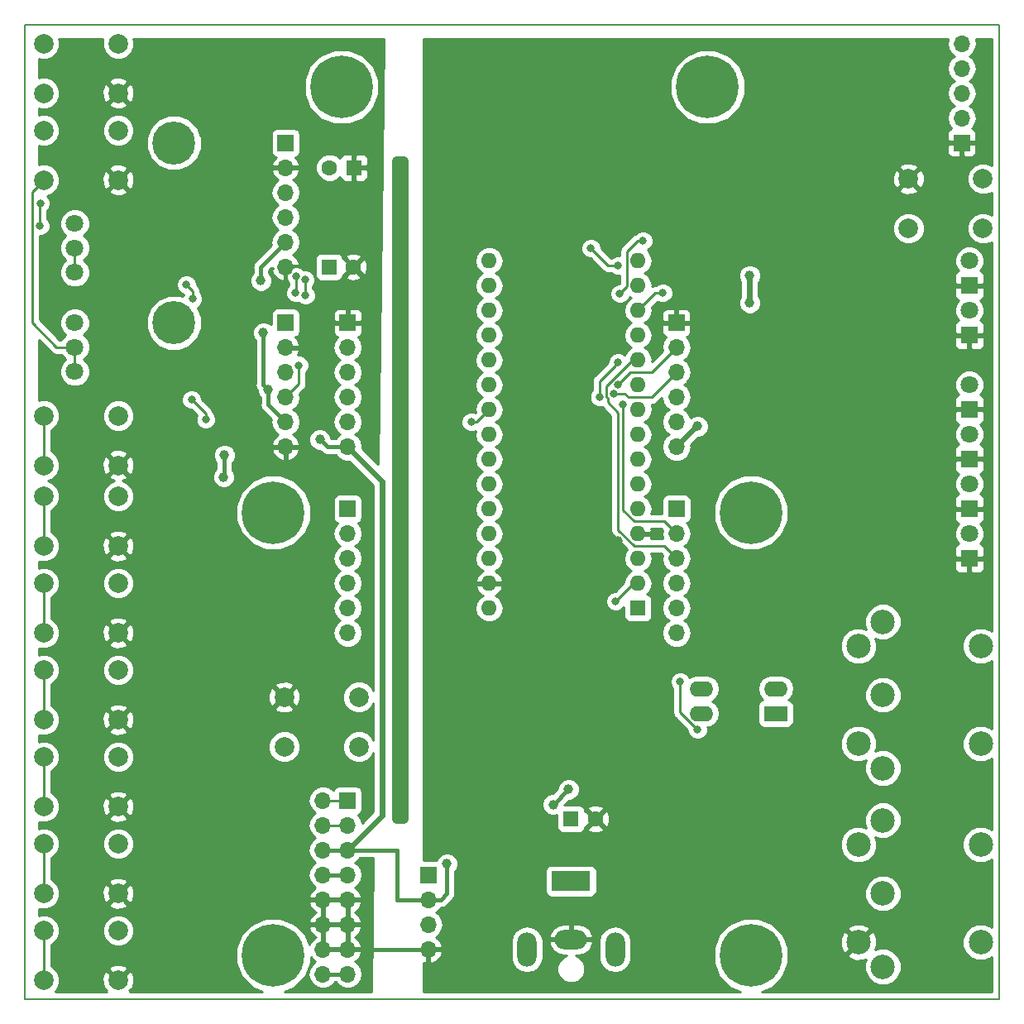
<source format=gbr>
%TF.GenerationSoftware,KiCad,Pcbnew,(5.0.0)*%
%TF.CreationDate,2018-12-31T00:25:57+01:00*%
%TF.ProjectId,Kicad-Midi2CV,4B696361642D4D6964693243562E6B69,rev?*%
%TF.SameCoordinates,Original*%
%TF.FileFunction,Copper,L2,Bot,Signal*%
%TF.FilePolarity,Positive*%
%FSLAX46Y46*%
G04 Gerber Fmt 4.6, Leading zero omitted, Abs format (unit mm)*
G04 Created by KiCad (PCBNEW (5.0.0)) date 12/31/18 00:25:57*
%MOMM*%
%LPD*%
G01*
G04 APERTURE LIST*
%ADD10C,1.000000*%
%ADD11C,0.150000*%
%ADD12R,1.600000X1.600000*%
%ADD13O,1.600000X1.600000*%
%ADD14C,2.000000*%
%ADD15C,4.400000*%
%ADD16C,0.700000*%
%ADD17C,6.400000*%
%ADD18C,0.800000*%
%ADD19C,1.600000*%
%ADD20R,1.800000X1.800000*%
%ADD21C,1.800000*%
%ADD22O,1.700000X1.700000*%
%ADD23R,1.700000X1.700000*%
%ADD24R,2.400000X1.600000*%
%ADD25O,2.400000X1.600000*%
%ADD26R,4.000000X2.000000*%
%ADD27O,3.300000X2.000000*%
%ADD28O,2.000000X3.500000*%
%ADD29C,2.500000*%
%ADD30C,1.000000*%
%ADD31C,0.250000*%
%ADD32C,0.400000*%
%ADD33C,0.600000*%
%ADD34C,0.500000*%
%ADD35C,0.254000*%
G04 APERTURE END LIST*
D10*
X63500000Y-106680000D02*
X63500000Y-39370000D01*
X64135000Y-106680000D02*
X63500000Y-106680000D01*
X64135000Y-39370000D02*
X64135000Y-106680000D01*
X63500000Y-39370000D02*
X64135000Y-39370000D01*
D11*
X25400000Y-125095000D02*
X25400000Y-25400000D01*
X125095000Y-125095000D02*
X25400000Y-125095000D01*
X125095000Y-25400000D02*
X125095000Y-125095000D01*
X25400000Y-25400000D02*
X125095000Y-25400000D01*
D12*
X88138000Y-85090000D03*
D13*
X72898000Y-52070000D03*
X88138000Y-82550000D03*
X72898000Y-54610000D03*
X88138000Y-80010000D03*
X72898000Y-57150000D03*
X88138000Y-77470000D03*
X72898000Y-59690000D03*
X88138000Y-74930000D03*
X72898000Y-62230000D03*
X88138000Y-72390000D03*
X72898000Y-64770000D03*
X88138000Y-69850000D03*
X72898000Y-67310000D03*
X88138000Y-67310000D03*
X72898000Y-69850000D03*
X88138000Y-64770000D03*
X72898000Y-72390000D03*
X88138000Y-62230000D03*
X72898000Y-74930000D03*
X88138000Y-59690000D03*
X72898000Y-77470000D03*
X88138000Y-57150000D03*
X72898000Y-80010000D03*
X88138000Y-54610000D03*
X72898000Y-82550000D03*
X88138000Y-52070000D03*
X72898000Y-85090000D03*
X88138000Y-49530000D03*
X72898000Y-49530000D03*
D14*
X27305000Y-36195000D03*
X27305000Y-41275000D03*
X34925000Y-36195000D03*
X34925000Y-41275000D03*
D15*
X40640000Y-37465000D03*
D16*
X42290000Y-37465000D03*
X41806726Y-38631726D03*
X40640000Y-39115000D03*
X39473274Y-38631726D03*
X38990000Y-37465000D03*
X39473274Y-36298274D03*
X40640000Y-35815000D03*
X41806726Y-36298274D03*
D17*
X99695000Y-120650000D03*
D18*
X102095000Y-120650000D03*
X101392056Y-122347056D03*
X99695000Y-123050000D03*
X97997944Y-122347056D03*
X97295000Y-120650000D03*
X97997944Y-118952944D03*
X99695000Y-118250000D03*
X101392056Y-118952944D03*
D17*
X95250000Y-31750000D03*
D18*
X97650000Y-31750000D03*
X96947056Y-33447056D03*
X95250000Y-34150000D03*
X93552944Y-33447056D03*
X92850000Y-31750000D03*
X93552944Y-30052944D03*
X95250000Y-29350000D03*
X96947056Y-30052944D03*
X101392056Y-73613944D03*
X99695000Y-72911000D03*
X97997944Y-73613944D03*
X97295000Y-75311000D03*
X97997944Y-77008056D03*
X99695000Y-77711000D03*
X101392056Y-77008056D03*
X102095000Y-75311000D03*
D17*
X99695000Y-75311000D03*
D18*
X52497056Y-118952944D03*
X50800000Y-118250000D03*
X49102944Y-118952944D03*
X48400000Y-120650000D03*
X49102944Y-122347056D03*
X50800000Y-123050000D03*
X52497056Y-122347056D03*
X53200000Y-120650000D03*
D17*
X50800000Y-120650000D03*
X50800000Y-75311000D03*
D18*
X53200000Y-75311000D03*
X52497056Y-77008056D03*
X50800000Y-77711000D03*
X49102944Y-77008056D03*
X48400000Y-75311000D03*
X49102944Y-73613944D03*
X50800000Y-72911000D03*
X52497056Y-73613944D03*
D12*
X81280000Y-106680000D03*
D19*
X83780000Y-106680000D03*
D20*
X122047000Y-80009999D03*
D21*
X122047000Y-77469999D03*
X122047000Y-72384285D03*
D20*
X122047000Y-74924285D03*
X122047000Y-69838571D03*
D21*
X122047000Y-67298571D03*
X122047000Y-62212857D03*
D20*
X122047000Y-64752857D03*
X122047000Y-57150000D03*
D21*
X122047000Y-54610000D03*
X122047000Y-49530000D03*
D20*
X122047000Y-52070000D03*
D22*
X52070000Y-50165000D03*
X52070000Y-47625000D03*
X52070000Y-45085000D03*
X52070000Y-42545000D03*
X52070000Y-40005000D03*
D23*
X52070000Y-37465000D03*
X52070000Y-55880000D03*
D22*
X52070000Y-58420000D03*
X52070000Y-60960000D03*
X52070000Y-63500000D03*
X52070000Y-66040000D03*
X52070000Y-68580000D03*
D21*
X30480000Y-50720000D03*
X30480000Y-48220000D03*
X30480000Y-45720000D03*
X30480000Y-55880000D03*
X30480000Y-58380000D03*
X30480000Y-60880000D03*
D24*
X102235000Y-95885000D03*
D25*
X94615000Y-93345000D03*
X102235000Y-93345000D03*
X94615000Y-95885000D03*
D14*
X27305000Y-27305000D03*
X27305000Y-32385000D03*
X34925000Y-27305000D03*
X34925000Y-32385000D03*
X27305000Y-65405000D03*
X27305000Y-70485000D03*
X34925000Y-65405000D03*
X34925000Y-70485000D03*
X34925000Y-78740000D03*
X34925000Y-73660000D03*
X27305000Y-78740000D03*
X27305000Y-73660000D03*
X27305000Y-82550000D03*
X27305000Y-87630000D03*
X34925000Y-82550000D03*
X34925000Y-87630000D03*
X27305000Y-91440000D03*
X27305000Y-96520000D03*
X34925000Y-91440000D03*
X34925000Y-96520000D03*
D23*
X121285000Y-37465000D03*
D22*
X121285000Y-34925000D03*
X121285000Y-32385000D03*
X121285000Y-29845000D03*
X121285000Y-27305000D03*
D18*
X59482056Y-30052944D03*
X57785000Y-29350000D03*
X56087944Y-30052944D03*
X55385000Y-31750000D03*
X56087944Y-33447056D03*
X57785000Y-34150000D03*
X59482056Y-33447056D03*
X60185000Y-31750000D03*
D17*
X57785000Y-31750000D03*
D14*
X34925000Y-105410000D03*
X34925000Y-100330000D03*
X27305000Y-105410000D03*
X27305000Y-100330000D03*
X27305000Y-109220000D03*
X27305000Y-114300000D03*
X34925000Y-109220000D03*
X34925000Y-114300000D03*
D23*
X58420000Y-55880000D03*
D22*
X58420000Y-58420000D03*
X58420000Y-60960000D03*
X58420000Y-63500000D03*
X58420000Y-66040000D03*
X58420000Y-68580000D03*
X92075000Y-68580000D03*
X92075000Y-66040000D03*
X92075000Y-63500000D03*
X92075000Y-60960000D03*
X92075000Y-58420000D03*
D23*
X92075000Y-55880000D03*
D12*
X56515000Y-50165000D03*
D19*
X59015000Y-50165000D03*
X56555000Y-40005000D03*
D12*
X59055000Y-40005000D03*
D23*
X58420000Y-104775000D03*
D22*
X55880000Y-104775000D03*
X58420000Y-107315000D03*
X55880000Y-107315000D03*
X58420000Y-109855000D03*
X55880000Y-109855000D03*
X58420000Y-112395000D03*
X55880000Y-112395000D03*
X58420000Y-114935000D03*
X55880000Y-114935000D03*
X58420000Y-117475000D03*
X55880000Y-117475000D03*
X58420000Y-120015000D03*
X55880000Y-120015000D03*
X58420000Y-122555000D03*
X55880000Y-122555000D03*
D26*
X81280000Y-113030000D03*
D27*
X81280000Y-119030000D03*
D28*
X76780000Y-120030000D03*
X85780000Y-120030000D03*
D29*
X123205000Y-119300000D03*
X123205000Y-109300000D03*
X110705000Y-119300000D03*
X113205000Y-106800000D03*
X113205000Y-114300000D03*
X110705000Y-109300000D03*
X113205000Y-121800000D03*
D14*
X34925000Y-123190000D03*
X34925000Y-118110000D03*
X27305000Y-123190000D03*
X27305000Y-118110000D03*
D23*
X66675000Y-112395000D03*
D22*
X66675000Y-114935000D03*
X66675000Y-117475000D03*
X66675000Y-120015000D03*
D29*
X113205000Y-101480000D03*
X110705000Y-88980000D03*
X113205000Y-93980000D03*
X113205000Y-86480000D03*
X110705000Y-98980000D03*
X123205000Y-88980000D03*
X123205000Y-98980000D03*
D22*
X58420000Y-87630000D03*
X58420000Y-85090000D03*
X58420000Y-82550000D03*
X58420000Y-80010000D03*
X58420000Y-77470000D03*
D23*
X58420000Y-74930000D03*
X92075000Y-74930000D03*
D22*
X92075000Y-77470000D03*
X92075000Y-80010000D03*
X92075000Y-82550000D03*
X92075000Y-85090000D03*
X92075000Y-87630000D03*
D16*
X41806726Y-54713274D03*
X40640000Y-54230000D03*
X39473274Y-54713274D03*
X38990000Y-55880000D03*
X39473274Y-57046726D03*
X40640000Y-57530000D03*
X41806726Y-57046726D03*
X42290000Y-55880000D03*
D15*
X40640000Y-55880000D03*
D14*
X51918708Y-94202424D03*
X51918708Y-99282424D03*
X59538708Y-94202424D03*
X59538708Y-99282424D03*
X123444000Y-46228000D03*
X123444000Y-41148000D03*
X115824000Y-46228000D03*
X115824000Y-41148000D03*
D18*
X92456000Y-92620000D03*
X94234000Y-97536000D03*
X85852000Y-84400001D03*
X53416293Y-60235000D03*
D30*
X45212000Y-55626000D03*
X43688000Y-48514000D03*
X86087135Y-78250865D03*
X41402000Y-45403000D03*
D18*
X71047999Y-66040000D03*
D30*
X55563000Y-67818000D03*
X45795364Y-69417364D03*
X45720000Y-71691000D03*
X94234000Y-66485000D03*
D18*
X86110653Y-50042653D03*
X83307347Y-48255347D03*
X26948653Y-43663347D03*
X26924000Y-45974000D03*
X43897000Y-65786000D03*
X42447000Y-63754000D03*
D30*
X41656000Y-50546000D03*
X88900000Y-91440000D03*
D18*
X53133458Y-51150692D03*
X53086000Y-52832000D03*
X85648417Y-63129260D03*
X54102006Y-53086000D03*
X54075578Y-51485982D03*
X86110660Y-62234660D03*
X86614000Y-64262000D03*
D30*
X50292000Y-62738000D03*
X49530000Y-51561998D03*
X49784000Y-56896000D03*
X99568010Y-51048979D03*
X99568000Y-53848000D03*
X68580000Y-111252000D03*
X81026000Y-103632000D03*
X79444585Y-105198815D03*
D18*
X90678000Y-52832000D03*
X41910000Y-51980000D03*
X42545000Y-53430000D03*
X86284846Y-52907154D03*
X84198731Y-63499029D03*
X86106002Y-59944000D03*
X88646000Y-47498000D03*
D31*
X93089990Y-96391990D02*
X94234000Y-97536000D01*
X92456000Y-92620000D02*
X92456000Y-95758000D01*
X92456000Y-95758000D02*
X93089990Y-96391990D01*
X87702001Y-82550000D02*
X88138000Y-82550000D01*
X85852000Y-84400001D02*
X87702001Y-82550000D01*
D32*
X58420000Y-120015000D02*
X66675000Y-120015000D01*
X58420000Y-120015000D02*
X58420000Y-117475000D01*
X58420000Y-117475000D02*
X58420000Y-114935000D01*
X58420000Y-114935000D02*
X55880000Y-114935000D01*
X55880000Y-120015000D02*
X55880000Y-117475000D01*
X55880000Y-117475000D02*
X55880000Y-114935000D01*
X55880000Y-120015000D02*
X58420000Y-120015000D01*
X55880000Y-117475000D02*
X58420000Y-117475000D01*
D31*
X53416293Y-62153707D02*
X52070000Y-63500000D01*
X53416293Y-60235000D02*
X53416293Y-62153707D01*
X27305000Y-86215787D02*
X27305000Y-87630000D01*
X27305000Y-82550000D02*
X27305000Y-86215787D01*
X27305000Y-96520000D02*
X27305000Y-91440000D01*
X27305000Y-105410000D02*
X27305000Y-100330000D01*
D32*
X58420000Y-109855000D02*
X63500000Y-109855000D01*
X63500000Y-109855000D02*
X63500000Y-114935000D01*
X63500000Y-114935000D02*
X66675000Y-114935000D01*
X55880000Y-109855000D02*
X58420000Y-109855000D01*
D31*
X27305000Y-114300000D02*
X27305000Y-109220000D01*
X30480000Y-50720000D02*
X30480000Y-48220000D01*
X30480000Y-60880000D02*
X30480000Y-58380000D01*
X30480000Y-58380000D02*
X28615000Y-58380000D01*
X28615000Y-58380000D02*
X26115000Y-55880000D01*
X26115000Y-42465000D02*
X27305000Y-41275000D01*
X26115000Y-55880000D02*
X26115000Y-42465000D01*
X27305000Y-70485000D02*
X27305000Y-65405000D01*
X27305000Y-78740000D02*
X27305000Y-73660000D01*
X71628000Y-66040000D02*
X72898000Y-64770000D01*
X71047999Y-66040000D02*
X71628000Y-66040000D01*
D33*
X58420000Y-109855000D02*
X61976000Y-106299000D01*
X61976000Y-72136000D02*
X58420000Y-68580000D01*
X61976000Y-106299000D02*
X61976000Y-72136000D01*
D32*
X58420000Y-68580000D02*
X56325000Y-68580000D01*
X56325000Y-68580000D02*
X55563000Y-67818000D01*
X45795364Y-69417364D02*
X45795364Y-71615636D01*
X45795364Y-71615636D02*
X45720000Y-71691000D01*
D34*
X94170000Y-66485000D02*
X92075000Y-68580000D01*
D32*
X94234000Y-66485000D02*
X94170000Y-66485000D01*
D31*
X86110653Y-50042653D02*
X85094653Y-50042653D01*
X85094653Y-50042653D02*
X83307347Y-48255347D01*
X26924000Y-43688000D02*
X26948653Y-43663347D01*
X26924000Y-45974000D02*
X26924000Y-43688000D01*
X43897000Y-65786000D02*
X43897000Y-65204000D01*
X43897000Y-65204000D02*
X42447000Y-63754000D01*
X42545000Y-53430000D02*
X42545000Y-52615000D01*
X53133458Y-51150692D02*
X53133458Y-52784542D01*
X53133458Y-52784542D02*
X53086000Y-52832000D01*
X86214102Y-63129260D02*
X85648417Y-63129260D01*
X87190335Y-63529259D02*
X86790336Y-63129260D01*
X86790336Y-63129260D02*
X86214102Y-63129260D01*
X89505741Y-63529259D02*
X87190335Y-63529259D01*
X92075000Y-60960000D02*
X89505741Y-63529259D01*
X54075578Y-51485982D02*
X54075578Y-53059572D01*
X54075578Y-53059572D02*
X54102006Y-53086000D01*
X92075000Y-58420000D02*
X89535000Y-60960000D01*
X86510659Y-61834661D02*
X86110660Y-62234660D01*
X87385320Y-60960000D02*
X86510659Y-61834661D01*
X89535000Y-60960000D02*
X87385320Y-60960000D01*
X92075000Y-77470000D02*
X90805000Y-76200000D01*
X86614000Y-64827685D02*
X86614000Y-64262000D01*
X87742998Y-76200000D02*
X86614000Y-75071002D01*
X86614000Y-75071002D02*
X86614000Y-64827685D01*
X90805000Y-76200000D02*
X87742998Y-76200000D01*
X84923415Y-62396585D02*
X87630000Y-59690000D01*
X84923415Y-63477262D02*
X84923415Y-62396585D01*
X85019829Y-63573676D02*
X84923415Y-63477262D01*
X92075000Y-80010000D02*
X90805000Y-78740000D01*
X87742998Y-78740000D02*
X86106000Y-77103002D01*
X90805000Y-78740000D02*
X87742998Y-78740000D01*
X86106000Y-77103002D02*
X86106000Y-65081004D01*
X87630000Y-59690000D02*
X88138000Y-59690000D01*
X86106000Y-65081004D02*
X85019829Y-63994833D01*
X85019829Y-63994833D02*
X85019829Y-63573676D01*
D32*
X51220001Y-65190001D02*
X52070000Y-66040000D01*
X50292000Y-64262000D02*
X51220001Y-65190001D01*
X50292000Y-62738000D02*
X50292000Y-64262000D01*
X52070000Y-47625000D02*
X49530000Y-50165000D01*
X49530000Y-50165000D02*
X49530000Y-51561998D01*
X49784000Y-62230000D02*
X50292000Y-62738000D01*
X49784000Y-56896000D02*
X49784000Y-62230000D01*
D33*
X99568010Y-51048979D02*
X99568010Y-53847990D01*
D32*
X99568010Y-53847990D02*
X99568000Y-53848000D01*
X66675000Y-114935000D02*
X67945000Y-114935000D01*
X67945000Y-114935000D02*
X68580000Y-114300000D01*
X68580000Y-114300000D02*
X68580000Y-111252000D01*
X79444585Y-105198815D02*
X81011400Y-103632000D01*
X81011400Y-103632000D02*
X81026000Y-103632000D01*
D31*
X90112315Y-52832000D02*
X90678000Y-52832000D01*
X89916000Y-52832000D02*
X90112315Y-52832000D01*
X88138000Y-54610000D02*
X89916000Y-52832000D01*
X42545000Y-52615000D02*
X41910000Y-51980000D01*
X55880000Y-104775000D02*
X58420000Y-104775000D01*
X27305000Y-123190000D02*
X27305000Y-118110000D01*
X55880000Y-107315000D02*
X58420000Y-107315000D01*
D32*
X55880000Y-112395000D02*
X58420000Y-112395000D01*
X58420000Y-122555000D02*
X55880000Y-122555000D01*
D31*
X84198731Y-61851271D02*
X85706003Y-60343999D01*
X85706003Y-60343999D02*
X86106002Y-59944000D01*
X84198731Y-63499029D02*
X84198731Y-61851271D01*
X87012999Y-48565316D02*
X88080315Y-47498000D01*
X87012999Y-52179001D02*
X87012999Y-48565316D01*
X86284846Y-52907154D02*
X87012999Y-52179001D01*
X88080315Y-47498000D02*
X88646000Y-47498000D01*
D35*
G36*
X33290000Y-26979778D02*
X33290000Y-27630222D01*
X33538914Y-28231153D01*
X33998847Y-28691086D01*
X34599778Y-28940000D01*
X35250222Y-28940000D01*
X35851153Y-28691086D01*
X36311086Y-28231153D01*
X36560000Y-27630222D01*
X36560000Y-26979778D01*
X36484291Y-26797000D01*
X62101340Y-26797000D01*
X61535416Y-70373127D01*
X59902270Y-68739981D01*
X59934092Y-68580000D01*
X59818839Y-68000582D01*
X59490625Y-67509375D01*
X59192239Y-67310000D01*
X59490625Y-67110625D01*
X59818839Y-66619418D01*
X59934092Y-66040000D01*
X59818839Y-65460582D01*
X59490625Y-64969375D01*
X59192239Y-64770000D01*
X59490625Y-64570625D01*
X59818839Y-64079418D01*
X59934092Y-63500000D01*
X59818839Y-62920582D01*
X59490625Y-62429375D01*
X59192239Y-62230000D01*
X59490625Y-62030625D01*
X59818839Y-61539418D01*
X59934092Y-60960000D01*
X59818839Y-60380582D01*
X59490625Y-59889375D01*
X59192239Y-59690000D01*
X59490625Y-59490625D01*
X59818839Y-58999418D01*
X59934092Y-58420000D01*
X59818839Y-57840582D01*
X59490625Y-57349375D01*
X59468967Y-57334904D01*
X59629698Y-57268327D01*
X59808327Y-57089699D01*
X59905000Y-56856310D01*
X59905000Y-56165750D01*
X59746250Y-56007000D01*
X58547000Y-56007000D01*
X58547000Y-56027000D01*
X58293000Y-56027000D01*
X58293000Y-56007000D01*
X57093750Y-56007000D01*
X56935000Y-56165750D01*
X56935000Y-56856310D01*
X57031673Y-57089699D01*
X57210302Y-57268327D01*
X57371033Y-57334904D01*
X57349375Y-57349375D01*
X57021161Y-57840582D01*
X56905908Y-58420000D01*
X57021161Y-58999418D01*
X57349375Y-59490625D01*
X57647761Y-59690000D01*
X57349375Y-59889375D01*
X57021161Y-60380582D01*
X56905908Y-60960000D01*
X57021161Y-61539418D01*
X57349375Y-62030625D01*
X57647761Y-62230000D01*
X57349375Y-62429375D01*
X57021161Y-62920582D01*
X56905908Y-63500000D01*
X57021161Y-64079418D01*
X57349375Y-64570625D01*
X57647761Y-64770000D01*
X57349375Y-64969375D01*
X57021161Y-65460582D01*
X56905908Y-66040000D01*
X57021161Y-66619418D01*
X57349375Y-67110625D01*
X57647761Y-67310000D01*
X57349375Y-67509375D01*
X57191935Y-67745000D01*
X56698000Y-67745000D01*
X56698000Y-67592234D01*
X56525207Y-67175074D01*
X56205926Y-66855793D01*
X55788766Y-66683000D01*
X55337234Y-66683000D01*
X54920074Y-66855793D01*
X54600793Y-67175074D01*
X54428000Y-67592234D01*
X54428000Y-68043766D01*
X54600793Y-68460926D01*
X54920074Y-68780207D01*
X55337234Y-68953000D01*
X55517132Y-68953000D01*
X55676414Y-69112282D01*
X55722999Y-69182001D01*
X55999199Y-69366552D01*
X56242763Y-69415000D01*
X56325000Y-69431358D01*
X56407237Y-69415000D01*
X57191935Y-69415000D01*
X57349375Y-69650625D01*
X57840582Y-69978839D01*
X58273744Y-70065000D01*
X58566256Y-70065000D01*
X58579981Y-70062270D01*
X61041001Y-72523291D01*
X61041000Y-93556818D01*
X60924794Y-93276271D01*
X60464861Y-92816338D01*
X59863930Y-92567424D01*
X59213486Y-92567424D01*
X58612555Y-92816338D01*
X58152622Y-93276271D01*
X57903708Y-93877202D01*
X57903708Y-94527646D01*
X58152622Y-95128577D01*
X58612555Y-95588510D01*
X59213486Y-95837424D01*
X59863930Y-95837424D01*
X60464861Y-95588510D01*
X60924794Y-95128577D01*
X61041000Y-94848030D01*
X61041000Y-98636817D01*
X60924794Y-98356271D01*
X60464861Y-97896338D01*
X59863930Y-97647424D01*
X59213486Y-97647424D01*
X58612555Y-97896338D01*
X58152622Y-98356271D01*
X57903708Y-98957202D01*
X57903708Y-99607646D01*
X58152622Y-100208577D01*
X58612555Y-100668510D01*
X59213486Y-100917424D01*
X59863930Y-100917424D01*
X60464861Y-100668510D01*
X60924794Y-100208577D01*
X61041000Y-99928031D01*
X61041000Y-105911710D01*
X59884919Y-107067791D01*
X59818839Y-106735582D01*
X59490625Y-106244375D01*
X59472381Y-106232184D01*
X59517765Y-106223157D01*
X59727809Y-106082809D01*
X59868157Y-105872765D01*
X59917440Y-105625000D01*
X59917440Y-103925000D01*
X59868157Y-103677235D01*
X59727809Y-103467191D01*
X59517765Y-103326843D01*
X59270000Y-103277560D01*
X57570000Y-103277560D01*
X57322235Y-103326843D01*
X57112191Y-103467191D01*
X56971843Y-103677235D01*
X56962816Y-103722619D01*
X56950625Y-103704375D01*
X56459418Y-103376161D01*
X56026256Y-103290000D01*
X55733744Y-103290000D01*
X55300582Y-103376161D01*
X54809375Y-103704375D01*
X54481161Y-104195582D01*
X54365908Y-104775000D01*
X54481161Y-105354418D01*
X54809375Y-105845625D01*
X55107761Y-106045000D01*
X54809375Y-106244375D01*
X54481161Y-106735582D01*
X54365908Y-107315000D01*
X54481161Y-107894418D01*
X54809375Y-108385625D01*
X55107761Y-108585000D01*
X54809375Y-108784375D01*
X54481161Y-109275582D01*
X54365908Y-109855000D01*
X54481161Y-110434418D01*
X54809375Y-110925625D01*
X55107761Y-111125000D01*
X54809375Y-111324375D01*
X54481161Y-111815582D01*
X54365908Y-112395000D01*
X54481161Y-112974418D01*
X54809375Y-113465625D01*
X55128478Y-113678843D01*
X54998642Y-113739817D01*
X54608355Y-114168076D01*
X54438524Y-114578110D01*
X54559845Y-114808000D01*
X55753000Y-114808000D01*
X55753000Y-114788000D01*
X56007000Y-114788000D01*
X56007000Y-114808000D01*
X58293000Y-114808000D01*
X58293000Y-114788000D01*
X58547000Y-114788000D01*
X58547000Y-114808000D01*
X59740155Y-114808000D01*
X59861476Y-114578110D01*
X59691645Y-114168076D01*
X59301358Y-113739817D01*
X59171522Y-113678843D01*
X59490625Y-113465625D01*
X59818839Y-112974418D01*
X59934092Y-112395000D01*
X59818839Y-111815582D01*
X59490625Y-111324375D01*
X59192239Y-111125000D01*
X59490625Y-110925625D01*
X59648065Y-110690000D01*
X61011821Y-110690000D01*
X60834639Y-124333000D01*
X51929789Y-124333000D01*
X52972353Y-123901156D01*
X54051156Y-122822353D01*
X54635000Y-121412829D01*
X54635000Y-120811161D01*
X54998642Y-121210183D01*
X55128478Y-121271157D01*
X54809375Y-121484375D01*
X54481161Y-121975582D01*
X54365908Y-122555000D01*
X54481161Y-123134418D01*
X54809375Y-123625625D01*
X55300582Y-123953839D01*
X55733744Y-124040000D01*
X56026256Y-124040000D01*
X56459418Y-123953839D01*
X56950625Y-123625625D01*
X57108065Y-123390000D01*
X57191935Y-123390000D01*
X57349375Y-123625625D01*
X57840582Y-123953839D01*
X58273744Y-124040000D01*
X58566256Y-124040000D01*
X58999418Y-123953839D01*
X59490625Y-123625625D01*
X59818839Y-123134418D01*
X59934092Y-122555000D01*
X59818839Y-121975582D01*
X59490625Y-121484375D01*
X59171522Y-121271157D01*
X59301358Y-121210183D01*
X59691645Y-120781924D01*
X59861476Y-120371890D01*
X59740155Y-120142000D01*
X58547000Y-120142000D01*
X58547000Y-120162000D01*
X58293000Y-120162000D01*
X58293000Y-120142000D01*
X56007000Y-120142000D01*
X56007000Y-120162000D01*
X55753000Y-120162000D01*
X55753000Y-120142000D01*
X55733000Y-120142000D01*
X55733000Y-119888000D01*
X55753000Y-119888000D01*
X55753000Y-117602000D01*
X56007000Y-117602000D01*
X56007000Y-119888000D01*
X58293000Y-119888000D01*
X58293000Y-117602000D01*
X58547000Y-117602000D01*
X58547000Y-119888000D01*
X59740155Y-119888000D01*
X59861476Y-119658110D01*
X59691645Y-119248076D01*
X59301358Y-118819817D01*
X59142046Y-118745000D01*
X59301358Y-118670183D01*
X59691645Y-118241924D01*
X59861476Y-117831890D01*
X59740155Y-117602000D01*
X58547000Y-117602000D01*
X58293000Y-117602000D01*
X56007000Y-117602000D01*
X55753000Y-117602000D01*
X54559845Y-117602000D01*
X54438524Y-117831890D01*
X54608355Y-118241924D01*
X54998642Y-118670183D01*
X55157954Y-118745000D01*
X54998642Y-118819817D01*
X54608355Y-119248076D01*
X54489320Y-119535469D01*
X54051156Y-118477647D01*
X52972353Y-117398844D01*
X51562829Y-116815000D01*
X50037171Y-116815000D01*
X48627647Y-117398844D01*
X47548844Y-118477647D01*
X46965000Y-119887171D01*
X46965000Y-121412829D01*
X47548844Y-122822353D01*
X48627647Y-123901156D01*
X49670211Y-124333000D01*
X36136020Y-124333000D01*
X36191814Y-124277206D01*
X36077534Y-124162926D01*
X36344387Y-124064264D01*
X36570908Y-123454539D01*
X36546856Y-122804540D01*
X36344387Y-122315736D01*
X36077532Y-122217073D01*
X35104605Y-123190000D01*
X35118748Y-123204143D01*
X34939143Y-123383748D01*
X34925000Y-123369605D01*
X34910858Y-123383748D01*
X34731253Y-123204143D01*
X34745395Y-123190000D01*
X33772468Y-122217073D01*
X33505613Y-122315736D01*
X33279092Y-122925461D01*
X33303144Y-123575460D01*
X33505613Y-124064264D01*
X33772466Y-124162926D01*
X33658186Y-124277206D01*
X33713980Y-124333000D01*
X28474239Y-124333000D01*
X28691086Y-124116153D01*
X28940000Y-123515222D01*
X28940000Y-122864778D01*
X28691086Y-122263847D01*
X28464707Y-122037468D01*
X33952073Y-122037468D01*
X34925000Y-123010395D01*
X35897927Y-122037468D01*
X35799264Y-121770613D01*
X35189539Y-121544092D01*
X34539540Y-121568144D01*
X34050736Y-121770613D01*
X33952073Y-122037468D01*
X28464707Y-122037468D01*
X28231153Y-121803914D01*
X28065000Y-121735091D01*
X28065000Y-119564909D01*
X28231153Y-119496086D01*
X28691086Y-119036153D01*
X28940000Y-118435222D01*
X28940000Y-117784778D01*
X33290000Y-117784778D01*
X33290000Y-118435222D01*
X33538914Y-119036153D01*
X33998847Y-119496086D01*
X34599778Y-119745000D01*
X35250222Y-119745000D01*
X35851153Y-119496086D01*
X36311086Y-119036153D01*
X36560000Y-118435222D01*
X36560000Y-117784778D01*
X36311086Y-117183847D01*
X35851153Y-116723914D01*
X35250222Y-116475000D01*
X34599778Y-116475000D01*
X33998847Y-116723914D01*
X33538914Y-117183847D01*
X33290000Y-117784778D01*
X28940000Y-117784778D01*
X28691086Y-117183847D01*
X28231153Y-116723914D01*
X27630222Y-116475000D01*
X26979778Y-116475000D01*
X26797000Y-116550709D01*
X26797000Y-115859291D01*
X26979778Y-115935000D01*
X27630222Y-115935000D01*
X28231153Y-115686086D01*
X28464707Y-115452532D01*
X33952073Y-115452532D01*
X34050736Y-115719387D01*
X34660461Y-115945908D01*
X35310460Y-115921856D01*
X35799264Y-115719387D01*
X35897927Y-115452532D01*
X35737285Y-115291890D01*
X54438524Y-115291890D01*
X54608355Y-115701924D01*
X54998642Y-116130183D01*
X55157954Y-116205000D01*
X54998642Y-116279817D01*
X54608355Y-116708076D01*
X54438524Y-117118110D01*
X54559845Y-117348000D01*
X55753000Y-117348000D01*
X55753000Y-115062000D01*
X56007000Y-115062000D01*
X56007000Y-117348000D01*
X58293000Y-117348000D01*
X58293000Y-115062000D01*
X58547000Y-115062000D01*
X58547000Y-117348000D01*
X59740155Y-117348000D01*
X59861476Y-117118110D01*
X59691645Y-116708076D01*
X59301358Y-116279817D01*
X59142046Y-116205000D01*
X59301358Y-116130183D01*
X59691645Y-115701924D01*
X59861476Y-115291890D01*
X59740155Y-115062000D01*
X58547000Y-115062000D01*
X58293000Y-115062000D01*
X56007000Y-115062000D01*
X55753000Y-115062000D01*
X54559845Y-115062000D01*
X54438524Y-115291890D01*
X35737285Y-115291890D01*
X34925000Y-114479605D01*
X33952073Y-115452532D01*
X28464707Y-115452532D01*
X28691086Y-115226153D01*
X28940000Y-114625222D01*
X28940000Y-114035461D01*
X33279092Y-114035461D01*
X33303144Y-114685460D01*
X33505613Y-115174264D01*
X33772468Y-115272927D01*
X34745395Y-114300000D01*
X35104605Y-114300000D01*
X36077532Y-115272927D01*
X36344387Y-115174264D01*
X36570908Y-114564539D01*
X36546856Y-113914540D01*
X36344387Y-113425736D01*
X36077532Y-113327073D01*
X35104605Y-114300000D01*
X34745395Y-114300000D01*
X33772468Y-113327073D01*
X33505613Y-113425736D01*
X33279092Y-114035461D01*
X28940000Y-114035461D01*
X28940000Y-113974778D01*
X28691086Y-113373847D01*
X28464707Y-113147468D01*
X33952073Y-113147468D01*
X34925000Y-114120395D01*
X35897927Y-113147468D01*
X35799264Y-112880613D01*
X35189539Y-112654092D01*
X34539540Y-112678144D01*
X34050736Y-112880613D01*
X33952073Y-113147468D01*
X28464707Y-113147468D01*
X28231153Y-112913914D01*
X28065000Y-112845091D01*
X28065000Y-110674909D01*
X28231153Y-110606086D01*
X28691086Y-110146153D01*
X28940000Y-109545222D01*
X28940000Y-108894778D01*
X33290000Y-108894778D01*
X33290000Y-109545222D01*
X33538914Y-110146153D01*
X33998847Y-110606086D01*
X34599778Y-110855000D01*
X35250222Y-110855000D01*
X35851153Y-110606086D01*
X36311086Y-110146153D01*
X36560000Y-109545222D01*
X36560000Y-108894778D01*
X36311086Y-108293847D01*
X35851153Y-107833914D01*
X35250222Y-107585000D01*
X34599778Y-107585000D01*
X33998847Y-107833914D01*
X33538914Y-108293847D01*
X33290000Y-108894778D01*
X28940000Y-108894778D01*
X28691086Y-108293847D01*
X28231153Y-107833914D01*
X27630222Y-107585000D01*
X26979778Y-107585000D01*
X26797000Y-107660709D01*
X26797000Y-106969291D01*
X26979778Y-107045000D01*
X27630222Y-107045000D01*
X28231153Y-106796086D01*
X28464707Y-106562532D01*
X33952073Y-106562532D01*
X34050736Y-106829387D01*
X34660461Y-107055908D01*
X35310460Y-107031856D01*
X35799264Y-106829387D01*
X35897927Y-106562532D01*
X34925000Y-105589605D01*
X33952073Y-106562532D01*
X28464707Y-106562532D01*
X28691086Y-106336153D01*
X28940000Y-105735222D01*
X28940000Y-105145461D01*
X33279092Y-105145461D01*
X33303144Y-105795460D01*
X33505613Y-106284264D01*
X33772468Y-106382927D01*
X34745395Y-105410000D01*
X35104605Y-105410000D01*
X36077532Y-106382927D01*
X36344387Y-106284264D01*
X36570908Y-105674539D01*
X36546856Y-105024540D01*
X36344387Y-104535736D01*
X36077532Y-104437073D01*
X35104605Y-105410000D01*
X34745395Y-105410000D01*
X33772468Y-104437073D01*
X33505613Y-104535736D01*
X33279092Y-105145461D01*
X28940000Y-105145461D01*
X28940000Y-105084778D01*
X28691086Y-104483847D01*
X28464707Y-104257468D01*
X33952073Y-104257468D01*
X34925000Y-105230395D01*
X35897927Y-104257468D01*
X35799264Y-103990613D01*
X35189539Y-103764092D01*
X34539540Y-103788144D01*
X34050736Y-103990613D01*
X33952073Y-104257468D01*
X28464707Y-104257468D01*
X28231153Y-104023914D01*
X28065000Y-103955091D01*
X28065000Y-101784909D01*
X28231153Y-101716086D01*
X28691086Y-101256153D01*
X28940000Y-100655222D01*
X28940000Y-100004778D01*
X33290000Y-100004778D01*
X33290000Y-100655222D01*
X33538914Y-101256153D01*
X33998847Y-101716086D01*
X34599778Y-101965000D01*
X35250222Y-101965000D01*
X35851153Y-101716086D01*
X36311086Y-101256153D01*
X36560000Y-100655222D01*
X36560000Y-100004778D01*
X36311086Y-99403847D01*
X35864441Y-98957202D01*
X50283708Y-98957202D01*
X50283708Y-99607646D01*
X50532622Y-100208577D01*
X50992555Y-100668510D01*
X51593486Y-100917424D01*
X52243930Y-100917424D01*
X52844861Y-100668510D01*
X53304794Y-100208577D01*
X53553708Y-99607646D01*
X53553708Y-98957202D01*
X53304794Y-98356271D01*
X52844861Y-97896338D01*
X52243930Y-97647424D01*
X51593486Y-97647424D01*
X50992555Y-97896338D01*
X50532622Y-98356271D01*
X50283708Y-98957202D01*
X35864441Y-98957202D01*
X35851153Y-98943914D01*
X35250222Y-98695000D01*
X34599778Y-98695000D01*
X33998847Y-98943914D01*
X33538914Y-99403847D01*
X33290000Y-100004778D01*
X28940000Y-100004778D01*
X28691086Y-99403847D01*
X28231153Y-98943914D01*
X27630222Y-98695000D01*
X26979778Y-98695000D01*
X26797000Y-98770709D01*
X26797000Y-98079291D01*
X26979778Y-98155000D01*
X27630222Y-98155000D01*
X28231153Y-97906086D01*
X28464707Y-97672532D01*
X33952073Y-97672532D01*
X34050736Y-97939387D01*
X34660461Y-98165908D01*
X35310460Y-98141856D01*
X35799264Y-97939387D01*
X35897927Y-97672532D01*
X34925000Y-96699605D01*
X33952073Y-97672532D01*
X28464707Y-97672532D01*
X28691086Y-97446153D01*
X28940000Y-96845222D01*
X28940000Y-96255461D01*
X33279092Y-96255461D01*
X33303144Y-96905460D01*
X33505613Y-97394264D01*
X33772468Y-97492927D01*
X34745395Y-96520000D01*
X35104605Y-96520000D01*
X36077532Y-97492927D01*
X36344387Y-97394264D01*
X36570908Y-96784539D01*
X36546856Y-96134540D01*
X36344387Y-95645736D01*
X36077532Y-95547073D01*
X35104605Y-96520000D01*
X34745395Y-96520000D01*
X33772468Y-95547073D01*
X33505613Y-95645736D01*
X33279092Y-96255461D01*
X28940000Y-96255461D01*
X28940000Y-96194778D01*
X28691086Y-95593847D01*
X28464707Y-95367468D01*
X33952073Y-95367468D01*
X34925000Y-96340395D01*
X35897927Y-95367468D01*
X35893301Y-95354956D01*
X50945781Y-95354956D01*
X51044444Y-95621811D01*
X51654169Y-95848332D01*
X52304168Y-95824280D01*
X52792972Y-95621811D01*
X52891635Y-95354956D01*
X51918708Y-94382029D01*
X50945781Y-95354956D01*
X35893301Y-95354956D01*
X35799264Y-95100613D01*
X35189539Y-94874092D01*
X34539540Y-94898144D01*
X34050736Y-95100613D01*
X33952073Y-95367468D01*
X28464707Y-95367468D01*
X28231153Y-95133914D01*
X28065000Y-95065091D01*
X28065000Y-93937885D01*
X50272800Y-93937885D01*
X50296852Y-94587884D01*
X50499321Y-95076688D01*
X50766176Y-95175351D01*
X51739103Y-94202424D01*
X52098313Y-94202424D01*
X53071240Y-95175351D01*
X53338095Y-95076688D01*
X53564616Y-94466963D01*
X53540564Y-93816964D01*
X53338095Y-93328160D01*
X53071240Y-93229497D01*
X52098313Y-94202424D01*
X51739103Y-94202424D01*
X50766176Y-93229497D01*
X50499321Y-93328160D01*
X50272800Y-93937885D01*
X28065000Y-93937885D01*
X28065000Y-92894909D01*
X28231153Y-92826086D01*
X28691086Y-92366153D01*
X28940000Y-91765222D01*
X28940000Y-91114778D01*
X33290000Y-91114778D01*
X33290000Y-91765222D01*
X33538914Y-92366153D01*
X33998847Y-92826086D01*
X34599778Y-93075000D01*
X35250222Y-93075000D01*
X35310838Y-93049892D01*
X50945781Y-93049892D01*
X51918708Y-94022819D01*
X52891635Y-93049892D01*
X52792972Y-92783037D01*
X52183247Y-92556516D01*
X51533248Y-92580568D01*
X51044444Y-92783037D01*
X50945781Y-93049892D01*
X35310838Y-93049892D01*
X35851153Y-92826086D01*
X36311086Y-92366153D01*
X36560000Y-91765222D01*
X36560000Y-91114778D01*
X36311086Y-90513847D01*
X35851153Y-90053914D01*
X35250222Y-89805000D01*
X34599778Y-89805000D01*
X33998847Y-90053914D01*
X33538914Y-90513847D01*
X33290000Y-91114778D01*
X28940000Y-91114778D01*
X28691086Y-90513847D01*
X28231153Y-90053914D01*
X27630222Y-89805000D01*
X26979778Y-89805000D01*
X26797000Y-89880709D01*
X26797000Y-89189291D01*
X26979778Y-89265000D01*
X27630222Y-89265000D01*
X28231153Y-89016086D01*
X28464707Y-88782532D01*
X33952073Y-88782532D01*
X34050736Y-89049387D01*
X34660461Y-89275908D01*
X35310460Y-89251856D01*
X35799264Y-89049387D01*
X35897927Y-88782532D01*
X34925000Y-87809605D01*
X33952073Y-88782532D01*
X28464707Y-88782532D01*
X28691086Y-88556153D01*
X28940000Y-87955222D01*
X28940000Y-87365461D01*
X33279092Y-87365461D01*
X33303144Y-88015460D01*
X33505613Y-88504264D01*
X33772468Y-88602927D01*
X34745395Y-87630000D01*
X35104605Y-87630000D01*
X36077532Y-88602927D01*
X36344387Y-88504264D01*
X36570908Y-87894539D01*
X36546856Y-87244540D01*
X36344387Y-86755736D01*
X36077532Y-86657073D01*
X35104605Y-87630000D01*
X34745395Y-87630000D01*
X33772468Y-86657073D01*
X33505613Y-86755736D01*
X33279092Y-87365461D01*
X28940000Y-87365461D01*
X28940000Y-87304778D01*
X28691086Y-86703847D01*
X28464707Y-86477468D01*
X33952073Y-86477468D01*
X34925000Y-87450395D01*
X35897927Y-86477468D01*
X35799264Y-86210613D01*
X35189539Y-85984092D01*
X34539540Y-86008144D01*
X34050736Y-86210613D01*
X33952073Y-86477468D01*
X28464707Y-86477468D01*
X28231153Y-86243914D01*
X28065000Y-86175091D01*
X28065000Y-84004909D01*
X28231153Y-83936086D01*
X28691086Y-83476153D01*
X28940000Y-82875222D01*
X28940000Y-82224778D01*
X33290000Y-82224778D01*
X33290000Y-82875222D01*
X33538914Y-83476153D01*
X33998847Y-83936086D01*
X34599778Y-84185000D01*
X35250222Y-84185000D01*
X35851153Y-83936086D01*
X36311086Y-83476153D01*
X36560000Y-82875222D01*
X36560000Y-82224778D01*
X36311086Y-81623847D01*
X35851153Y-81163914D01*
X35250222Y-80915000D01*
X34599778Y-80915000D01*
X33998847Y-81163914D01*
X33538914Y-81623847D01*
X33290000Y-82224778D01*
X28940000Y-82224778D01*
X28691086Y-81623847D01*
X28231153Y-81163914D01*
X27630222Y-80915000D01*
X26979778Y-80915000D01*
X26797000Y-80990709D01*
X26797000Y-80299291D01*
X26979778Y-80375000D01*
X27630222Y-80375000D01*
X28231153Y-80126086D01*
X28464707Y-79892532D01*
X33952073Y-79892532D01*
X34050736Y-80159387D01*
X34660461Y-80385908D01*
X35310460Y-80361856D01*
X35799264Y-80159387D01*
X35897927Y-79892532D01*
X34925000Y-78919605D01*
X33952073Y-79892532D01*
X28464707Y-79892532D01*
X28691086Y-79666153D01*
X28940000Y-79065222D01*
X28940000Y-78475461D01*
X33279092Y-78475461D01*
X33303144Y-79125460D01*
X33505613Y-79614264D01*
X33772468Y-79712927D01*
X34745395Y-78740000D01*
X35104605Y-78740000D01*
X36077532Y-79712927D01*
X36344387Y-79614264D01*
X36570908Y-79004539D01*
X36546856Y-78354540D01*
X36344387Y-77865736D01*
X36077532Y-77767073D01*
X35104605Y-78740000D01*
X34745395Y-78740000D01*
X33772468Y-77767073D01*
X33505613Y-77865736D01*
X33279092Y-78475461D01*
X28940000Y-78475461D01*
X28940000Y-78414778D01*
X28691086Y-77813847D01*
X28464707Y-77587468D01*
X33952073Y-77587468D01*
X34925000Y-78560395D01*
X35897927Y-77587468D01*
X35799264Y-77320613D01*
X35189539Y-77094092D01*
X34539540Y-77118144D01*
X34050736Y-77320613D01*
X33952073Y-77587468D01*
X28464707Y-77587468D01*
X28231153Y-77353914D01*
X28065000Y-77285091D01*
X28065000Y-75114909D01*
X28231153Y-75046086D01*
X28691086Y-74586153D01*
X28940000Y-73985222D01*
X28940000Y-73334778D01*
X33290000Y-73334778D01*
X33290000Y-73985222D01*
X33538914Y-74586153D01*
X33998847Y-75046086D01*
X34599778Y-75295000D01*
X35250222Y-75295000D01*
X35851153Y-75046086D01*
X36311086Y-74586153D01*
X36326818Y-74548171D01*
X46965000Y-74548171D01*
X46965000Y-76073829D01*
X47548844Y-77483353D01*
X48627647Y-78562156D01*
X50037171Y-79146000D01*
X51562829Y-79146000D01*
X52972353Y-78562156D01*
X54051156Y-77483353D01*
X54056686Y-77470000D01*
X56905908Y-77470000D01*
X57021161Y-78049418D01*
X57349375Y-78540625D01*
X57647761Y-78740000D01*
X57349375Y-78939375D01*
X57021161Y-79430582D01*
X56905908Y-80010000D01*
X57021161Y-80589418D01*
X57349375Y-81080625D01*
X57647761Y-81280000D01*
X57349375Y-81479375D01*
X57021161Y-81970582D01*
X56905908Y-82550000D01*
X57021161Y-83129418D01*
X57349375Y-83620625D01*
X57647761Y-83820000D01*
X57349375Y-84019375D01*
X57021161Y-84510582D01*
X56905908Y-85090000D01*
X57021161Y-85669418D01*
X57349375Y-86160625D01*
X57647761Y-86360000D01*
X57349375Y-86559375D01*
X57021161Y-87050582D01*
X56905908Y-87630000D01*
X57021161Y-88209418D01*
X57349375Y-88700625D01*
X57840582Y-89028839D01*
X58273744Y-89115000D01*
X58566256Y-89115000D01*
X58999418Y-89028839D01*
X59490625Y-88700625D01*
X59818839Y-88209418D01*
X59934092Y-87630000D01*
X59818839Y-87050582D01*
X59490625Y-86559375D01*
X59192239Y-86360000D01*
X59490625Y-86160625D01*
X59818839Y-85669418D01*
X59934092Y-85090000D01*
X59818839Y-84510582D01*
X59490625Y-84019375D01*
X59192239Y-83820000D01*
X59490625Y-83620625D01*
X59818839Y-83129418D01*
X59934092Y-82550000D01*
X59818839Y-81970582D01*
X59490625Y-81479375D01*
X59192239Y-81280000D01*
X59490625Y-81080625D01*
X59818839Y-80589418D01*
X59934092Y-80010000D01*
X59818839Y-79430582D01*
X59490625Y-78939375D01*
X59192239Y-78740000D01*
X59490625Y-78540625D01*
X59818839Y-78049418D01*
X59934092Y-77470000D01*
X59818839Y-76890582D01*
X59490625Y-76399375D01*
X59472381Y-76387184D01*
X59517765Y-76378157D01*
X59727809Y-76237809D01*
X59868157Y-76027765D01*
X59917440Y-75780000D01*
X59917440Y-74080000D01*
X59868157Y-73832235D01*
X59727809Y-73622191D01*
X59517765Y-73481843D01*
X59270000Y-73432560D01*
X57570000Y-73432560D01*
X57322235Y-73481843D01*
X57112191Y-73622191D01*
X56971843Y-73832235D01*
X56922560Y-74080000D01*
X56922560Y-75780000D01*
X56971843Y-76027765D01*
X57112191Y-76237809D01*
X57322235Y-76378157D01*
X57367619Y-76387184D01*
X57349375Y-76399375D01*
X57021161Y-76890582D01*
X56905908Y-77470000D01*
X54056686Y-77470000D01*
X54635000Y-76073829D01*
X54635000Y-74548171D01*
X54051156Y-73138647D01*
X52972353Y-72059844D01*
X51562829Y-71476000D01*
X50037171Y-71476000D01*
X48627647Y-72059844D01*
X47548844Y-73138647D01*
X46965000Y-74548171D01*
X36326818Y-74548171D01*
X36560000Y-73985222D01*
X36560000Y-73334778D01*
X36311086Y-72733847D01*
X35851153Y-72273914D01*
X35379150Y-72078404D01*
X35799264Y-71904387D01*
X35897927Y-71637532D01*
X35725629Y-71465234D01*
X44585000Y-71465234D01*
X44585000Y-71916766D01*
X44757793Y-72333926D01*
X45077074Y-72653207D01*
X45494234Y-72826000D01*
X45945766Y-72826000D01*
X46362926Y-72653207D01*
X46682207Y-72333926D01*
X46855000Y-71916766D01*
X46855000Y-71465234D01*
X46682207Y-71048074D01*
X46630364Y-70996231D01*
X46630364Y-70187497D01*
X46757571Y-70060290D01*
X46930364Y-69643130D01*
X46930364Y-69191598D01*
X46824861Y-68936890D01*
X50628524Y-68936890D01*
X50798355Y-69346924D01*
X51188642Y-69775183D01*
X51713108Y-70021486D01*
X51943000Y-69900819D01*
X51943000Y-68707000D01*
X52197000Y-68707000D01*
X52197000Y-69900819D01*
X52426892Y-70021486D01*
X52951358Y-69775183D01*
X53341645Y-69346924D01*
X53511476Y-68936890D01*
X53390155Y-68707000D01*
X52197000Y-68707000D01*
X51943000Y-68707000D01*
X50749845Y-68707000D01*
X50628524Y-68936890D01*
X46824861Y-68936890D01*
X46757571Y-68774438D01*
X46438290Y-68455157D01*
X46021130Y-68282364D01*
X45569598Y-68282364D01*
X45152438Y-68455157D01*
X44833157Y-68774438D01*
X44660364Y-69191598D01*
X44660364Y-69643130D01*
X44833157Y-70060290D01*
X44960364Y-70187497D01*
X44960365Y-70845502D01*
X44757793Y-71048074D01*
X44585000Y-71465234D01*
X35725629Y-71465234D01*
X34925000Y-70664605D01*
X33952073Y-71637532D01*
X34050736Y-71904387D01*
X34493681Y-72068947D01*
X33998847Y-72273914D01*
X33538914Y-72733847D01*
X33290000Y-73334778D01*
X28940000Y-73334778D01*
X28691086Y-72733847D01*
X28231153Y-72273914D01*
X27744897Y-72072500D01*
X28231153Y-71871086D01*
X28691086Y-71411153D01*
X28940000Y-70810222D01*
X28940000Y-70220461D01*
X33279092Y-70220461D01*
X33303144Y-70870460D01*
X33505613Y-71359264D01*
X33772468Y-71457927D01*
X34745395Y-70485000D01*
X35104605Y-70485000D01*
X36077532Y-71457927D01*
X36344387Y-71359264D01*
X36570908Y-70749539D01*
X36546856Y-70099540D01*
X36344387Y-69610736D01*
X36077532Y-69512073D01*
X35104605Y-70485000D01*
X34745395Y-70485000D01*
X33772468Y-69512073D01*
X33505613Y-69610736D01*
X33279092Y-70220461D01*
X28940000Y-70220461D01*
X28940000Y-70159778D01*
X28691086Y-69558847D01*
X28464707Y-69332468D01*
X33952073Y-69332468D01*
X34925000Y-70305395D01*
X35897927Y-69332468D01*
X35799264Y-69065613D01*
X35189539Y-68839092D01*
X34539540Y-68863144D01*
X34050736Y-69065613D01*
X33952073Y-69332468D01*
X28464707Y-69332468D01*
X28231153Y-69098914D01*
X28065000Y-69030091D01*
X28065000Y-66859909D01*
X28231153Y-66791086D01*
X28691086Y-66331153D01*
X28940000Y-65730222D01*
X28940000Y-65079778D01*
X33290000Y-65079778D01*
X33290000Y-65730222D01*
X33538914Y-66331153D01*
X33998847Y-66791086D01*
X34599778Y-67040000D01*
X35250222Y-67040000D01*
X35851153Y-66791086D01*
X36311086Y-66331153D01*
X36560000Y-65730222D01*
X36560000Y-65079778D01*
X36311086Y-64478847D01*
X35851153Y-64018914D01*
X35250222Y-63770000D01*
X34599778Y-63770000D01*
X33998847Y-64018914D01*
X33538914Y-64478847D01*
X33290000Y-65079778D01*
X28940000Y-65079778D01*
X28691086Y-64478847D01*
X28231153Y-64018914D01*
X27630222Y-63770000D01*
X26979778Y-63770000D01*
X26797000Y-63845709D01*
X26797000Y-63548126D01*
X41412000Y-63548126D01*
X41412000Y-63959874D01*
X41569569Y-64340280D01*
X41860720Y-64631431D01*
X42241126Y-64789000D01*
X42407199Y-64789000D01*
X42960507Y-65342309D01*
X42862000Y-65580126D01*
X42862000Y-65991874D01*
X43019569Y-66372280D01*
X43310720Y-66663431D01*
X43691126Y-66821000D01*
X44102874Y-66821000D01*
X44483280Y-66663431D01*
X44774431Y-66372280D01*
X44932000Y-65991874D01*
X44932000Y-65580126D01*
X44774431Y-65199720D01*
X44645365Y-65070654D01*
X44612904Y-64907463D01*
X44612904Y-64907462D01*
X44487329Y-64719527D01*
X44444929Y-64656071D01*
X44381473Y-64613671D01*
X43482000Y-63714199D01*
X43482000Y-63548126D01*
X43324431Y-63167720D01*
X43033280Y-62876569D01*
X42652874Y-62719000D01*
X42241126Y-62719000D01*
X41860720Y-62876569D01*
X41569569Y-63167720D01*
X41412000Y-63548126D01*
X26797000Y-63548126D01*
X26797000Y-57636801D01*
X28024671Y-58864473D01*
X28067071Y-58927929D01*
X28318463Y-59095904D01*
X28540148Y-59140000D01*
X28540153Y-59140000D01*
X28615000Y-59154888D01*
X28689847Y-59140000D01*
X29133331Y-59140000D01*
X29178690Y-59249507D01*
X29559183Y-59630000D01*
X29178690Y-60010493D01*
X28945000Y-60574670D01*
X28945000Y-61185330D01*
X29178690Y-61749507D01*
X29610493Y-62181310D01*
X30174670Y-62415000D01*
X30785330Y-62415000D01*
X31349507Y-62181310D01*
X31781310Y-61749507D01*
X32015000Y-61185330D01*
X32015000Y-60574670D01*
X31781310Y-60010493D01*
X31400817Y-59630000D01*
X31781310Y-59249507D01*
X32015000Y-58685330D01*
X32015000Y-58074670D01*
X31781310Y-57510493D01*
X31400817Y-57130000D01*
X31781310Y-56749507D01*
X32015000Y-56185330D01*
X32015000Y-55574670D01*
X31907890Y-55316083D01*
X37805000Y-55316083D01*
X37805000Y-56443917D01*
X38236603Y-57485899D01*
X39034101Y-58283397D01*
X40076083Y-58715000D01*
X41203917Y-58715000D01*
X42245899Y-58283397D01*
X43043397Y-57485899D01*
X43381256Y-56670234D01*
X48649000Y-56670234D01*
X48649000Y-57121766D01*
X48821793Y-57538926D01*
X48949000Y-57666133D01*
X48949001Y-62147762D01*
X48932643Y-62230000D01*
X48997448Y-62555800D01*
X48997449Y-62555801D01*
X49157000Y-62794586D01*
X49157000Y-62963766D01*
X49329793Y-63380926D01*
X49457001Y-63508134D01*
X49457001Y-64179762D01*
X49440643Y-64262000D01*
X49505448Y-64587800D01*
X49613092Y-64748900D01*
X49690000Y-64864001D01*
X49759718Y-64910585D01*
X50611193Y-65762061D01*
X50555908Y-66040000D01*
X50671161Y-66619418D01*
X50999375Y-67110625D01*
X51318478Y-67323843D01*
X51188642Y-67384817D01*
X50798355Y-67813076D01*
X50628524Y-68223110D01*
X50749845Y-68453000D01*
X51943000Y-68453000D01*
X51943000Y-68433000D01*
X52197000Y-68433000D01*
X52197000Y-68453000D01*
X53390155Y-68453000D01*
X53511476Y-68223110D01*
X53341645Y-67813076D01*
X52951358Y-67384817D01*
X52821522Y-67323843D01*
X53140625Y-67110625D01*
X53468839Y-66619418D01*
X53584092Y-66040000D01*
X53468839Y-65460582D01*
X53140625Y-64969375D01*
X52842239Y-64770000D01*
X53140625Y-64570625D01*
X53468839Y-64079418D01*
X53584092Y-63500000D01*
X53511209Y-63133592D01*
X53900766Y-62744036D01*
X53964222Y-62701636D01*
X54090777Y-62512234D01*
X54132197Y-62450245D01*
X54141773Y-62402102D01*
X54176293Y-62228559D01*
X54176293Y-62228555D01*
X54191181Y-62153707D01*
X54176293Y-62078859D01*
X54176293Y-60938711D01*
X54293724Y-60821280D01*
X54451293Y-60440874D01*
X54451293Y-60029126D01*
X54293724Y-59648720D01*
X54002573Y-59357569D01*
X53622167Y-59200000D01*
X53329728Y-59200000D01*
X53341645Y-59186924D01*
X53511476Y-58776890D01*
X53390155Y-58547000D01*
X52197000Y-58547000D01*
X52197000Y-58567000D01*
X51943000Y-58567000D01*
X51943000Y-58547000D01*
X51923000Y-58547000D01*
X51923000Y-58293000D01*
X51943000Y-58293000D01*
X51943000Y-58273000D01*
X52197000Y-58273000D01*
X52197000Y-58293000D01*
X53390155Y-58293000D01*
X53511476Y-58063110D01*
X53341645Y-57653076D01*
X53064292Y-57348739D01*
X53167765Y-57328157D01*
X53377809Y-57187809D01*
X53518157Y-56977765D01*
X53567440Y-56730000D01*
X53567440Y-55030000D01*
X53542316Y-54903690D01*
X56935000Y-54903690D01*
X56935000Y-55594250D01*
X57093750Y-55753000D01*
X58293000Y-55753000D01*
X58293000Y-54553750D01*
X58547000Y-54553750D01*
X58547000Y-55753000D01*
X59746250Y-55753000D01*
X59905000Y-55594250D01*
X59905000Y-54903690D01*
X59808327Y-54670301D01*
X59629698Y-54491673D01*
X59396309Y-54395000D01*
X58705750Y-54395000D01*
X58547000Y-54553750D01*
X58293000Y-54553750D01*
X58134250Y-54395000D01*
X57443691Y-54395000D01*
X57210302Y-54491673D01*
X57031673Y-54670301D01*
X56935000Y-54903690D01*
X53542316Y-54903690D01*
X53518157Y-54782235D01*
X53377809Y-54572191D01*
X53167765Y-54431843D01*
X52920000Y-54382560D01*
X51220000Y-54382560D01*
X50972235Y-54431843D01*
X50762191Y-54572191D01*
X50621843Y-54782235D01*
X50572560Y-55030000D01*
X50572560Y-56079427D01*
X50426926Y-55933793D01*
X50009766Y-55761000D01*
X49558234Y-55761000D01*
X49141074Y-55933793D01*
X48821793Y-56253074D01*
X48649000Y-56670234D01*
X43381256Y-56670234D01*
X43475000Y-56443917D01*
X43475000Y-55316083D01*
X43068051Y-54333621D01*
X43131280Y-54307431D01*
X43422431Y-54016280D01*
X43580000Y-53635874D01*
X43580000Y-53224126D01*
X43422431Y-52843720D01*
X43305000Y-52726289D01*
X43305000Y-52689848D01*
X43319888Y-52615000D01*
X43305000Y-52540152D01*
X43305000Y-52540148D01*
X43260904Y-52318463D01*
X43092929Y-52067071D01*
X43029473Y-52024671D01*
X42945000Y-51940198D01*
X42945000Y-51774126D01*
X42787431Y-51393720D01*
X42729943Y-51336232D01*
X48395000Y-51336232D01*
X48395000Y-51787764D01*
X48567793Y-52204924D01*
X48887074Y-52524205D01*
X49304234Y-52696998D01*
X49755766Y-52696998D01*
X49926866Y-52626126D01*
X52051000Y-52626126D01*
X52051000Y-53037874D01*
X52208569Y-53418280D01*
X52499720Y-53709431D01*
X52880126Y-53867000D01*
X53291874Y-53867000D01*
X53381974Y-53829679D01*
X53515726Y-53963431D01*
X53896132Y-54121000D01*
X54307880Y-54121000D01*
X54688286Y-53963431D01*
X54979437Y-53672280D01*
X55137006Y-53291874D01*
X55137006Y-52880126D01*
X54979437Y-52499720D01*
X54835578Y-52355861D01*
X54835578Y-52189693D01*
X54953009Y-52072262D01*
X55110578Y-51691856D01*
X55110578Y-51280108D01*
X54953009Y-50899702D01*
X54661858Y-50608551D01*
X54281452Y-50450982D01*
X53897459Y-50450982D01*
X53719738Y-50273261D01*
X53339332Y-50115692D01*
X52927584Y-50115692D01*
X52547178Y-50273261D01*
X52528439Y-50292000D01*
X52197000Y-50292000D01*
X52197000Y-50706916D01*
X52098458Y-50944818D01*
X52098458Y-51356566D01*
X52256027Y-51736972D01*
X52373458Y-51854403D01*
X52373459Y-52080830D01*
X52208569Y-52245720D01*
X52051000Y-52626126D01*
X49926866Y-52626126D01*
X50172926Y-52524205D01*
X50492207Y-52204924D01*
X50665000Y-51787764D01*
X50665000Y-51336232D01*
X50492207Y-50919072D01*
X50365000Y-50791865D01*
X50365000Y-50510867D01*
X50585000Y-50290867D01*
X50585000Y-50292002D01*
X50749844Y-50292002D01*
X50628524Y-50521890D01*
X50798355Y-50931924D01*
X51188642Y-51360183D01*
X51713108Y-51606486D01*
X51943000Y-51485819D01*
X51943000Y-50292000D01*
X51923000Y-50292000D01*
X51923000Y-50038000D01*
X51943000Y-50038000D01*
X51943000Y-50018000D01*
X52197000Y-50018000D01*
X52197000Y-50038000D01*
X53390155Y-50038000D01*
X53511476Y-49808110D01*
X53341645Y-49398076D01*
X53311502Y-49365000D01*
X55067560Y-49365000D01*
X55067560Y-50965000D01*
X55116843Y-51212765D01*
X55257191Y-51422809D01*
X55467235Y-51563157D01*
X55715000Y-51612440D01*
X57315000Y-51612440D01*
X57562765Y-51563157D01*
X57772809Y-51422809D01*
X57913157Y-51212765D01*
X57921117Y-51172745D01*
X58186861Y-51172745D01*
X58260995Y-51418864D01*
X58798223Y-51611965D01*
X59368454Y-51584778D01*
X59769005Y-51418864D01*
X59843139Y-51172745D01*
X59015000Y-50344605D01*
X58186861Y-51172745D01*
X57921117Y-51172745D01*
X57959693Y-50978813D01*
X58007255Y-50993139D01*
X58835395Y-50165000D01*
X59194605Y-50165000D01*
X60022745Y-50993139D01*
X60268864Y-50919005D01*
X60461965Y-50381777D01*
X60434778Y-49811546D01*
X60268864Y-49410995D01*
X60022745Y-49336861D01*
X59194605Y-50165000D01*
X58835395Y-50165000D01*
X58007255Y-49336861D01*
X57959693Y-49351187D01*
X57921118Y-49157255D01*
X58186861Y-49157255D01*
X59015000Y-49985395D01*
X59843139Y-49157255D01*
X59769005Y-48911136D01*
X59231777Y-48718035D01*
X58661546Y-48745222D01*
X58260995Y-48911136D01*
X58186861Y-49157255D01*
X57921118Y-49157255D01*
X57913157Y-49117235D01*
X57772809Y-48907191D01*
X57562765Y-48766843D01*
X57315000Y-48717560D01*
X55715000Y-48717560D01*
X55467235Y-48766843D01*
X55257191Y-48907191D01*
X55116843Y-49117235D01*
X55067560Y-49365000D01*
X53311502Y-49365000D01*
X52951358Y-48969817D01*
X52821522Y-48908843D01*
X53140625Y-48695625D01*
X53468839Y-48204418D01*
X53584092Y-47625000D01*
X53468839Y-47045582D01*
X53140625Y-46554375D01*
X52842239Y-46355000D01*
X53140625Y-46155625D01*
X53468839Y-45664418D01*
X53584092Y-45085000D01*
X53468839Y-44505582D01*
X53140625Y-44014375D01*
X52842239Y-43815000D01*
X53140625Y-43615625D01*
X53468839Y-43124418D01*
X53584092Y-42545000D01*
X53468839Y-41965582D01*
X53140625Y-41474375D01*
X52821522Y-41261157D01*
X52951358Y-41200183D01*
X53341645Y-40771924D01*
X53511476Y-40361890D01*
X53390155Y-40132000D01*
X52197000Y-40132000D01*
X52197000Y-40152000D01*
X51943000Y-40152000D01*
X51943000Y-40132000D01*
X50749845Y-40132000D01*
X50628524Y-40361890D01*
X50798355Y-40771924D01*
X51188642Y-41200183D01*
X51318478Y-41261157D01*
X50999375Y-41474375D01*
X50671161Y-41965582D01*
X50555908Y-42545000D01*
X50671161Y-43124418D01*
X50999375Y-43615625D01*
X51297761Y-43815000D01*
X50999375Y-44014375D01*
X50671161Y-44505582D01*
X50555908Y-45085000D01*
X50671161Y-45664418D01*
X50999375Y-46155625D01*
X51297761Y-46355000D01*
X50999375Y-46554375D01*
X50671161Y-47045582D01*
X50555908Y-47625000D01*
X50611193Y-47902938D01*
X48997720Y-49516413D01*
X48927999Y-49562999D01*
X48743448Y-49839200D01*
X48695000Y-50082764D01*
X48695000Y-50082767D01*
X48678643Y-50165000D01*
X48695000Y-50247234D01*
X48695000Y-50791865D01*
X48567793Y-50919072D01*
X48395000Y-51336232D01*
X42729943Y-51336232D01*
X42496280Y-51102569D01*
X42115874Y-50945000D01*
X41704126Y-50945000D01*
X41323720Y-51102569D01*
X41032569Y-51393720D01*
X40875000Y-51774126D01*
X40875000Y-52185874D01*
X41032569Y-52566280D01*
X41323720Y-52857431D01*
X41612366Y-52976992D01*
X41528506Y-53179449D01*
X41203917Y-53045000D01*
X40076083Y-53045000D01*
X39034101Y-53476603D01*
X38236603Y-54274101D01*
X37805000Y-55316083D01*
X31907890Y-55316083D01*
X31781310Y-55010493D01*
X31349507Y-54578690D01*
X30785330Y-54345000D01*
X30174670Y-54345000D01*
X29610493Y-54578690D01*
X29178690Y-55010493D01*
X28945000Y-55574670D01*
X28945000Y-56185330D01*
X29178690Y-56749507D01*
X29559183Y-57130000D01*
X29178690Y-57510493D01*
X29133331Y-57620000D01*
X28929802Y-57620000D01*
X26875000Y-55565199D01*
X26875000Y-47009000D01*
X27129874Y-47009000D01*
X27510280Y-46851431D01*
X27801431Y-46560280D01*
X27959000Y-46179874D01*
X27959000Y-45768126D01*
X27812595Y-45414670D01*
X28945000Y-45414670D01*
X28945000Y-46025330D01*
X29178690Y-46589507D01*
X29559183Y-46970000D01*
X29178690Y-47350493D01*
X28945000Y-47914670D01*
X28945000Y-48525330D01*
X29178690Y-49089507D01*
X29559183Y-49470000D01*
X29178690Y-49850493D01*
X28945000Y-50414670D01*
X28945000Y-51025330D01*
X29178690Y-51589507D01*
X29610493Y-52021310D01*
X30174670Y-52255000D01*
X30785330Y-52255000D01*
X31349507Y-52021310D01*
X31781310Y-51589507D01*
X32015000Y-51025330D01*
X32015000Y-50414670D01*
X31781310Y-49850493D01*
X31400817Y-49470000D01*
X31781310Y-49089507D01*
X32015000Y-48525330D01*
X32015000Y-47914670D01*
X31781310Y-47350493D01*
X31400817Y-46970000D01*
X31781310Y-46589507D01*
X32015000Y-46025330D01*
X32015000Y-45414670D01*
X31781310Y-44850493D01*
X31349507Y-44418690D01*
X30785330Y-44185000D01*
X30174670Y-44185000D01*
X29610493Y-44418690D01*
X29178690Y-44850493D01*
X28945000Y-45414670D01*
X27812595Y-45414670D01*
X27801431Y-45387720D01*
X27684000Y-45270289D01*
X27684000Y-44391711D01*
X27826084Y-44249627D01*
X27983653Y-43869221D01*
X27983653Y-43457473D01*
X27826084Y-43077067D01*
X27650583Y-42901566D01*
X28231153Y-42661086D01*
X28464707Y-42427532D01*
X33952073Y-42427532D01*
X34050736Y-42694387D01*
X34660461Y-42920908D01*
X35310460Y-42896856D01*
X35799264Y-42694387D01*
X35897927Y-42427532D01*
X34925000Y-41454605D01*
X33952073Y-42427532D01*
X28464707Y-42427532D01*
X28691086Y-42201153D01*
X28940000Y-41600222D01*
X28940000Y-41010461D01*
X33279092Y-41010461D01*
X33303144Y-41660460D01*
X33505613Y-42149264D01*
X33772468Y-42247927D01*
X34745395Y-41275000D01*
X35104605Y-41275000D01*
X36077532Y-42247927D01*
X36344387Y-42149264D01*
X36570908Y-41539539D01*
X36546856Y-40889540D01*
X36344387Y-40400736D01*
X36077532Y-40302073D01*
X35104605Y-41275000D01*
X34745395Y-41275000D01*
X33772468Y-40302073D01*
X33505613Y-40400736D01*
X33279092Y-41010461D01*
X28940000Y-41010461D01*
X28940000Y-40949778D01*
X28691086Y-40348847D01*
X28464707Y-40122468D01*
X33952073Y-40122468D01*
X34925000Y-41095395D01*
X35897927Y-40122468D01*
X35799264Y-39855613D01*
X35189539Y-39629092D01*
X34539540Y-39653144D01*
X34050736Y-39855613D01*
X33952073Y-40122468D01*
X28464707Y-40122468D01*
X28231153Y-39888914D01*
X27630222Y-39640000D01*
X26979778Y-39640000D01*
X26797000Y-39715709D01*
X26797000Y-37754291D01*
X26979778Y-37830000D01*
X27630222Y-37830000D01*
X28231153Y-37581086D01*
X28691086Y-37121153D01*
X28940000Y-36520222D01*
X28940000Y-35869778D01*
X33290000Y-35869778D01*
X33290000Y-36520222D01*
X33538914Y-37121153D01*
X33998847Y-37581086D01*
X34599778Y-37830000D01*
X35250222Y-37830000D01*
X35851153Y-37581086D01*
X36311086Y-37121153D01*
X36402242Y-36901083D01*
X37805000Y-36901083D01*
X37805000Y-38028917D01*
X38236603Y-39070899D01*
X39034101Y-39868397D01*
X40076083Y-40300000D01*
X41203917Y-40300000D01*
X42245899Y-39868397D01*
X43043397Y-39070899D01*
X43475000Y-38028917D01*
X43475000Y-36901083D01*
X43356501Y-36615000D01*
X50572560Y-36615000D01*
X50572560Y-38315000D01*
X50621843Y-38562765D01*
X50762191Y-38772809D01*
X50972235Y-38913157D01*
X51075708Y-38933739D01*
X50798355Y-39238076D01*
X50628524Y-39648110D01*
X50749845Y-39878000D01*
X51943000Y-39878000D01*
X51943000Y-39858000D01*
X52197000Y-39858000D01*
X52197000Y-39878000D01*
X53390155Y-39878000D01*
X53473768Y-39719561D01*
X55120000Y-39719561D01*
X55120000Y-40290439D01*
X55338466Y-40817862D01*
X55742138Y-41221534D01*
X56269561Y-41440000D01*
X56840439Y-41440000D01*
X57367862Y-41221534D01*
X57631155Y-40958241D01*
X57716673Y-41164699D01*
X57895302Y-41343327D01*
X58128691Y-41440000D01*
X58769250Y-41440000D01*
X58928000Y-41281250D01*
X58928000Y-40132000D01*
X59182000Y-40132000D01*
X59182000Y-41281250D01*
X59340750Y-41440000D01*
X59981309Y-41440000D01*
X60214698Y-41343327D01*
X60393327Y-41164699D01*
X60490000Y-40931310D01*
X60490000Y-40290750D01*
X60331250Y-40132000D01*
X59182000Y-40132000D01*
X58928000Y-40132000D01*
X58908000Y-40132000D01*
X58908000Y-39878000D01*
X58928000Y-39878000D01*
X58928000Y-38728750D01*
X59182000Y-38728750D01*
X59182000Y-39878000D01*
X60331250Y-39878000D01*
X60490000Y-39719250D01*
X60490000Y-39078690D01*
X60393327Y-38845301D01*
X60214698Y-38666673D01*
X59981309Y-38570000D01*
X59340750Y-38570000D01*
X59182000Y-38728750D01*
X58928000Y-38728750D01*
X58769250Y-38570000D01*
X58128691Y-38570000D01*
X57895302Y-38666673D01*
X57716673Y-38845301D01*
X57631155Y-39051759D01*
X57367862Y-38788466D01*
X56840439Y-38570000D01*
X56269561Y-38570000D01*
X55742138Y-38788466D01*
X55338466Y-39192138D01*
X55120000Y-39719561D01*
X53473768Y-39719561D01*
X53511476Y-39648110D01*
X53341645Y-39238076D01*
X53064292Y-38933739D01*
X53167765Y-38913157D01*
X53377809Y-38772809D01*
X53518157Y-38562765D01*
X53567440Y-38315000D01*
X53567440Y-36615000D01*
X53518157Y-36367235D01*
X53377809Y-36157191D01*
X53167765Y-36016843D01*
X52920000Y-35967560D01*
X51220000Y-35967560D01*
X50972235Y-36016843D01*
X50762191Y-36157191D01*
X50621843Y-36367235D01*
X50572560Y-36615000D01*
X43356501Y-36615000D01*
X43043397Y-35859101D01*
X42245899Y-35061603D01*
X41203917Y-34630000D01*
X40076083Y-34630000D01*
X39034101Y-35061603D01*
X38236603Y-35859101D01*
X37805000Y-36901083D01*
X36402242Y-36901083D01*
X36560000Y-36520222D01*
X36560000Y-35869778D01*
X36311086Y-35268847D01*
X35851153Y-34808914D01*
X35250222Y-34560000D01*
X34599778Y-34560000D01*
X33998847Y-34808914D01*
X33538914Y-35268847D01*
X33290000Y-35869778D01*
X28940000Y-35869778D01*
X28691086Y-35268847D01*
X28231153Y-34808914D01*
X27630222Y-34560000D01*
X26979778Y-34560000D01*
X26797000Y-34635709D01*
X26797000Y-33944291D01*
X26979778Y-34020000D01*
X27630222Y-34020000D01*
X28231153Y-33771086D01*
X28464707Y-33537532D01*
X33952073Y-33537532D01*
X34050736Y-33804387D01*
X34660461Y-34030908D01*
X35310460Y-34006856D01*
X35799264Y-33804387D01*
X35897927Y-33537532D01*
X34925000Y-32564605D01*
X33952073Y-33537532D01*
X28464707Y-33537532D01*
X28691086Y-33311153D01*
X28940000Y-32710222D01*
X28940000Y-32120461D01*
X33279092Y-32120461D01*
X33303144Y-32770460D01*
X33505613Y-33259264D01*
X33772468Y-33357927D01*
X34745395Y-32385000D01*
X35104605Y-32385000D01*
X36077532Y-33357927D01*
X36344387Y-33259264D01*
X36570908Y-32649539D01*
X36546856Y-31999540D01*
X36344387Y-31510736D01*
X36077532Y-31412073D01*
X35104605Y-32385000D01*
X34745395Y-32385000D01*
X33772468Y-31412073D01*
X33505613Y-31510736D01*
X33279092Y-32120461D01*
X28940000Y-32120461D01*
X28940000Y-32059778D01*
X28691086Y-31458847D01*
X28464707Y-31232468D01*
X33952073Y-31232468D01*
X34925000Y-32205395D01*
X35897927Y-31232468D01*
X35807235Y-30987171D01*
X53950000Y-30987171D01*
X53950000Y-32512829D01*
X54533844Y-33922353D01*
X55612647Y-35001156D01*
X57022171Y-35585000D01*
X58547829Y-35585000D01*
X59957353Y-35001156D01*
X61036156Y-33922353D01*
X61620000Y-32512829D01*
X61620000Y-30987171D01*
X61036156Y-29577647D01*
X59957353Y-28498844D01*
X58547829Y-27915000D01*
X57022171Y-27915000D01*
X55612647Y-28498844D01*
X54533844Y-29577647D01*
X53950000Y-30987171D01*
X35807235Y-30987171D01*
X35799264Y-30965613D01*
X35189539Y-30739092D01*
X34539540Y-30763144D01*
X34050736Y-30965613D01*
X33952073Y-31232468D01*
X28464707Y-31232468D01*
X28231153Y-30998914D01*
X27630222Y-30750000D01*
X26979778Y-30750000D01*
X26797000Y-30825709D01*
X26797000Y-28864291D01*
X26979778Y-28940000D01*
X27630222Y-28940000D01*
X28231153Y-28691086D01*
X28691086Y-28231153D01*
X28940000Y-27630222D01*
X28940000Y-26979778D01*
X28864291Y-26797000D01*
X33365709Y-26797000D01*
X33290000Y-26979778D01*
X33290000Y-26979778D01*
G37*
X33290000Y-26979778D02*
X33290000Y-27630222D01*
X33538914Y-28231153D01*
X33998847Y-28691086D01*
X34599778Y-28940000D01*
X35250222Y-28940000D01*
X35851153Y-28691086D01*
X36311086Y-28231153D01*
X36560000Y-27630222D01*
X36560000Y-26979778D01*
X36484291Y-26797000D01*
X62101340Y-26797000D01*
X61535416Y-70373127D01*
X59902270Y-68739981D01*
X59934092Y-68580000D01*
X59818839Y-68000582D01*
X59490625Y-67509375D01*
X59192239Y-67310000D01*
X59490625Y-67110625D01*
X59818839Y-66619418D01*
X59934092Y-66040000D01*
X59818839Y-65460582D01*
X59490625Y-64969375D01*
X59192239Y-64770000D01*
X59490625Y-64570625D01*
X59818839Y-64079418D01*
X59934092Y-63500000D01*
X59818839Y-62920582D01*
X59490625Y-62429375D01*
X59192239Y-62230000D01*
X59490625Y-62030625D01*
X59818839Y-61539418D01*
X59934092Y-60960000D01*
X59818839Y-60380582D01*
X59490625Y-59889375D01*
X59192239Y-59690000D01*
X59490625Y-59490625D01*
X59818839Y-58999418D01*
X59934092Y-58420000D01*
X59818839Y-57840582D01*
X59490625Y-57349375D01*
X59468967Y-57334904D01*
X59629698Y-57268327D01*
X59808327Y-57089699D01*
X59905000Y-56856310D01*
X59905000Y-56165750D01*
X59746250Y-56007000D01*
X58547000Y-56007000D01*
X58547000Y-56027000D01*
X58293000Y-56027000D01*
X58293000Y-56007000D01*
X57093750Y-56007000D01*
X56935000Y-56165750D01*
X56935000Y-56856310D01*
X57031673Y-57089699D01*
X57210302Y-57268327D01*
X57371033Y-57334904D01*
X57349375Y-57349375D01*
X57021161Y-57840582D01*
X56905908Y-58420000D01*
X57021161Y-58999418D01*
X57349375Y-59490625D01*
X57647761Y-59690000D01*
X57349375Y-59889375D01*
X57021161Y-60380582D01*
X56905908Y-60960000D01*
X57021161Y-61539418D01*
X57349375Y-62030625D01*
X57647761Y-62230000D01*
X57349375Y-62429375D01*
X57021161Y-62920582D01*
X56905908Y-63500000D01*
X57021161Y-64079418D01*
X57349375Y-64570625D01*
X57647761Y-64770000D01*
X57349375Y-64969375D01*
X57021161Y-65460582D01*
X56905908Y-66040000D01*
X57021161Y-66619418D01*
X57349375Y-67110625D01*
X57647761Y-67310000D01*
X57349375Y-67509375D01*
X57191935Y-67745000D01*
X56698000Y-67745000D01*
X56698000Y-67592234D01*
X56525207Y-67175074D01*
X56205926Y-66855793D01*
X55788766Y-66683000D01*
X55337234Y-66683000D01*
X54920074Y-66855793D01*
X54600793Y-67175074D01*
X54428000Y-67592234D01*
X54428000Y-68043766D01*
X54600793Y-68460926D01*
X54920074Y-68780207D01*
X55337234Y-68953000D01*
X55517132Y-68953000D01*
X55676414Y-69112282D01*
X55722999Y-69182001D01*
X55999199Y-69366552D01*
X56242763Y-69415000D01*
X56325000Y-69431358D01*
X56407237Y-69415000D01*
X57191935Y-69415000D01*
X57349375Y-69650625D01*
X57840582Y-69978839D01*
X58273744Y-70065000D01*
X58566256Y-70065000D01*
X58579981Y-70062270D01*
X61041001Y-72523291D01*
X61041000Y-93556818D01*
X60924794Y-93276271D01*
X60464861Y-92816338D01*
X59863930Y-92567424D01*
X59213486Y-92567424D01*
X58612555Y-92816338D01*
X58152622Y-93276271D01*
X57903708Y-93877202D01*
X57903708Y-94527646D01*
X58152622Y-95128577D01*
X58612555Y-95588510D01*
X59213486Y-95837424D01*
X59863930Y-95837424D01*
X60464861Y-95588510D01*
X60924794Y-95128577D01*
X61041000Y-94848030D01*
X61041000Y-98636817D01*
X60924794Y-98356271D01*
X60464861Y-97896338D01*
X59863930Y-97647424D01*
X59213486Y-97647424D01*
X58612555Y-97896338D01*
X58152622Y-98356271D01*
X57903708Y-98957202D01*
X57903708Y-99607646D01*
X58152622Y-100208577D01*
X58612555Y-100668510D01*
X59213486Y-100917424D01*
X59863930Y-100917424D01*
X60464861Y-100668510D01*
X60924794Y-100208577D01*
X61041000Y-99928031D01*
X61041000Y-105911710D01*
X59884919Y-107067791D01*
X59818839Y-106735582D01*
X59490625Y-106244375D01*
X59472381Y-106232184D01*
X59517765Y-106223157D01*
X59727809Y-106082809D01*
X59868157Y-105872765D01*
X59917440Y-105625000D01*
X59917440Y-103925000D01*
X59868157Y-103677235D01*
X59727809Y-103467191D01*
X59517765Y-103326843D01*
X59270000Y-103277560D01*
X57570000Y-103277560D01*
X57322235Y-103326843D01*
X57112191Y-103467191D01*
X56971843Y-103677235D01*
X56962816Y-103722619D01*
X56950625Y-103704375D01*
X56459418Y-103376161D01*
X56026256Y-103290000D01*
X55733744Y-103290000D01*
X55300582Y-103376161D01*
X54809375Y-103704375D01*
X54481161Y-104195582D01*
X54365908Y-104775000D01*
X54481161Y-105354418D01*
X54809375Y-105845625D01*
X55107761Y-106045000D01*
X54809375Y-106244375D01*
X54481161Y-106735582D01*
X54365908Y-107315000D01*
X54481161Y-107894418D01*
X54809375Y-108385625D01*
X55107761Y-108585000D01*
X54809375Y-108784375D01*
X54481161Y-109275582D01*
X54365908Y-109855000D01*
X54481161Y-110434418D01*
X54809375Y-110925625D01*
X55107761Y-111125000D01*
X54809375Y-111324375D01*
X54481161Y-111815582D01*
X54365908Y-112395000D01*
X54481161Y-112974418D01*
X54809375Y-113465625D01*
X55128478Y-113678843D01*
X54998642Y-113739817D01*
X54608355Y-114168076D01*
X54438524Y-114578110D01*
X54559845Y-114808000D01*
X55753000Y-114808000D01*
X55753000Y-114788000D01*
X56007000Y-114788000D01*
X56007000Y-114808000D01*
X58293000Y-114808000D01*
X58293000Y-114788000D01*
X58547000Y-114788000D01*
X58547000Y-114808000D01*
X59740155Y-114808000D01*
X59861476Y-114578110D01*
X59691645Y-114168076D01*
X59301358Y-113739817D01*
X59171522Y-113678843D01*
X59490625Y-113465625D01*
X59818839Y-112974418D01*
X59934092Y-112395000D01*
X59818839Y-111815582D01*
X59490625Y-111324375D01*
X59192239Y-111125000D01*
X59490625Y-110925625D01*
X59648065Y-110690000D01*
X61011821Y-110690000D01*
X60834639Y-124333000D01*
X51929789Y-124333000D01*
X52972353Y-123901156D01*
X54051156Y-122822353D01*
X54635000Y-121412829D01*
X54635000Y-120811161D01*
X54998642Y-121210183D01*
X55128478Y-121271157D01*
X54809375Y-121484375D01*
X54481161Y-121975582D01*
X54365908Y-122555000D01*
X54481161Y-123134418D01*
X54809375Y-123625625D01*
X55300582Y-123953839D01*
X55733744Y-124040000D01*
X56026256Y-124040000D01*
X56459418Y-123953839D01*
X56950625Y-123625625D01*
X57108065Y-123390000D01*
X57191935Y-123390000D01*
X57349375Y-123625625D01*
X57840582Y-123953839D01*
X58273744Y-124040000D01*
X58566256Y-124040000D01*
X58999418Y-123953839D01*
X59490625Y-123625625D01*
X59818839Y-123134418D01*
X59934092Y-122555000D01*
X59818839Y-121975582D01*
X59490625Y-121484375D01*
X59171522Y-121271157D01*
X59301358Y-121210183D01*
X59691645Y-120781924D01*
X59861476Y-120371890D01*
X59740155Y-120142000D01*
X58547000Y-120142000D01*
X58547000Y-120162000D01*
X58293000Y-120162000D01*
X58293000Y-120142000D01*
X56007000Y-120142000D01*
X56007000Y-120162000D01*
X55753000Y-120162000D01*
X55753000Y-120142000D01*
X55733000Y-120142000D01*
X55733000Y-119888000D01*
X55753000Y-119888000D01*
X55753000Y-117602000D01*
X56007000Y-117602000D01*
X56007000Y-119888000D01*
X58293000Y-119888000D01*
X58293000Y-117602000D01*
X58547000Y-117602000D01*
X58547000Y-119888000D01*
X59740155Y-119888000D01*
X59861476Y-119658110D01*
X59691645Y-119248076D01*
X59301358Y-118819817D01*
X59142046Y-118745000D01*
X59301358Y-118670183D01*
X59691645Y-118241924D01*
X59861476Y-117831890D01*
X59740155Y-117602000D01*
X58547000Y-117602000D01*
X58293000Y-117602000D01*
X56007000Y-117602000D01*
X55753000Y-117602000D01*
X54559845Y-117602000D01*
X54438524Y-117831890D01*
X54608355Y-118241924D01*
X54998642Y-118670183D01*
X55157954Y-118745000D01*
X54998642Y-118819817D01*
X54608355Y-119248076D01*
X54489320Y-119535469D01*
X54051156Y-118477647D01*
X52972353Y-117398844D01*
X51562829Y-116815000D01*
X50037171Y-116815000D01*
X48627647Y-117398844D01*
X47548844Y-118477647D01*
X46965000Y-119887171D01*
X46965000Y-121412829D01*
X47548844Y-122822353D01*
X48627647Y-123901156D01*
X49670211Y-124333000D01*
X36136020Y-124333000D01*
X36191814Y-124277206D01*
X36077534Y-124162926D01*
X36344387Y-124064264D01*
X36570908Y-123454539D01*
X36546856Y-122804540D01*
X36344387Y-122315736D01*
X36077532Y-122217073D01*
X35104605Y-123190000D01*
X35118748Y-123204143D01*
X34939143Y-123383748D01*
X34925000Y-123369605D01*
X34910858Y-123383748D01*
X34731253Y-123204143D01*
X34745395Y-123190000D01*
X33772468Y-122217073D01*
X33505613Y-122315736D01*
X33279092Y-122925461D01*
X33303144Y-123575460D01*
X33505613Y-124064264D01*
X33772466Y-124162926D01*
X33658186Y-124277206D01*
X33713980Y-124333000D01*
X28474239Y-124333000D01*
X28691086Y-124116153D01*
X28940000Y-123515222D01*
X28940000Y-122864778D01*
X28691086Y-122263847D01*
X28464707Y-122037468D01*
X33952073Y-122037468D01*
X34925000Y-123010395D01*
X35897927Y-122037468D01*
X35799264Y-121770613D01*
X35189539Y-121544092D01*
X34539540Y-121568144D01*
X34050736Y-121770613D01*
X33952073Y-122037468D01*
X28464707Y-122037468D01*
X28231153Y-121803914D01*
X28065000Y-121735091D01*
X28065000Y-119564909D01*
X28231153Y-119496086D01*
X28691086Y-119036153D01*
X28940000Y-118435222D01*
X28940000Y-117784778D01*
X33290000Y-117784778D01*
X33290000Y-118435222D01*
X33538914Y-119036153D01*
X33998847Y-119496086D01*
X34599778Y-119745000D01*
X35250222Y-119745000D01*
X35851153Y-119496086D01*
X36311086Y-119036153D01*
X36560000Y-118435222D01*
X36560000Y-117784778D01*
X36311086Y-117183847D01*
X35851153Y-116723914D01*
X35250222Y-116475000D01*
X34599778Y-116475000D01*
X33998847Y-116723914D01*
X33538914Y-117183847D01*
X33290000Y-117784778D01*
X28940000Y-117784778D01*
X28691086Y-117183847D01*
X28231153Y-116723914D01*
X27630222Y-116475000D01*
X26979778Y-116475000D01*
X26797000Y-116550709D01*
X26797000Y-115859291D01*
X26979778Y-115935000D01*
X27630222Y-115935000D01*
X28231153Y-115686086D01*
X28464707Y-115452532D01*
X33952073Y-115452532D01*
X34050736Y-115719387D01*
X34660461Y-115945908D01*
X35310460Y-115921856D01*
X35799264Y-115719387D01*
X35897927Y-115452532D01*
X35737285Y-115291890D01*
X54438524Y-115291890D01*
X54608355Y-115701924D01*
X54998642Y-116130183D01*
X55157954Y-116205000D01*
X54998642Y-116279817D01*
X54608355Y-116708076D01*
X54438524Y-117118110D01*
X54559845Y-117348000D01*
X55753000Y-117348000D01*
X55753000Y-115062000D01*
X56007000Y-115062000D01*
X56007000Y-117348000D01*
X58293000Y-117348000D01*
X58293000Y-115062000D01*
X58547000Y-115062000D01*
X58547000Y-117348000D01*
X59740155Y-117348000D01*
X59861476Y-117118110D01*
X59691645Y-116708076D01*
X59301358Y-116279817D01*
X59142046Y-116205000D01*
X59301358Y-116130183D01*
X59691645Y-115701924D01*
X59861476Y-115291890D01*
X59740155Y-115062000D01*
X58547000Y-115062000D01*
X58293000Y-115062000D01*
X56007000Y-115062000D01*
X55753000Y-115062000D01*
X54559845Y-115062000D01*
X54438524Y-115291890D01*
X35737285Y-115291890D01*
X34925000Y-114479605D01*
X33952073Y-115452532D01*
X28464707Y-115452532D01*
X28691086Y-115226153D01*
X28940000Y-114625222D01*
X28940000Y-114035461D01*
X33279092Y-114035461D01*
X33303144Y-114685460D01*
X33505613Y-115174264D01*
X33772468Y-115272927D01*
X34745395Y-114300000D01*
X35104605Y-114300000D01*
X36077532Y-115272927D01*
X36344387Y-115174264D01*
X36570908Y-114564539D01*
X36546856Y-113914540D01*
X36344387Y-113425736D01*
X36077532Y-113327073D01*
X35104605Y-114300000D01*
X34745395Y-114300000D01*
X33772468Y-113327073D01*
X33505613Y-113425736D01*
X33279092Y-114035461D01*
X28940000Y-114035461D01*
X28940000Y-113974778D01*
X28691086Y-113373847D01*
X28464707Y-113147468D01*
X33952073Y-113147468D01*
X34925000Y-114120395D01*
X35897927Y-113147468D01*
X35799264Y-112880613D01*
X35189539Y-112654092D01*
X34539540Y-112678144D01*
X34050736Y-112880613D01*
X33952073Y-113147468D01*
X28464707Y-113147468D01*
X28231153Y-112913914D01*
X28065000Y-112845091D01*
X28065000Y-110674909D01*
X28231153Y-110606086D01*
X28691086Y-110146153D01*
X28940000Y-109545222D01*
X28940000Y-108894778D01*
X33290000Y-108894778D01*
X33290000Y-109545222D01*
X33538914Y-110146153D01*
X33998847Y-110606086D01*
X34599778Y-110855000D01*
X35250222Y-110855000D01*
X35851153Y-110606086D01*
X36311086Y-110146153D01*
X36560000Y-109545222D01*
X36560000Y-108894778D01*
X36311086Y-108293847D01*
X35851153Y-107833914D01*
X35250222Y-107585000D01*
X34599778Y-107585000D01*
X33998847Y-107833914D01*
X33538914Y-108293847D01*
X33290000Y-108894778D01*
X28940000Y-108894778D01*
X28691086Y-108293847D01*
X28231153Y-107833914D01*
X27630222Y-107585000D01*
X26979778Y-107585000D01*
X26797000Y-107660709D01*
X26797000Y-106969291D01*
X26979778Y-107045000D01*
X27630222Y-107045000D01*
X28231153Y-106796086D01*
X28464707Y-106562532D01*
X33952073Y-106562532D01*
X34050736Y-106829387D01*
X34660461Y-107055908D01*
X35310460Y-107031856D01*
X35799264Y-106829387D01*
X35897927Y-106562532D01*
X34925000Y-105589605D01*
X33952073Y-106562532D01*
X28464707Y-106562532D01*
X28691086Y-106336153D01*
X28940000Y-105735222D01*
X28940000Y-105145461D01*
X33279092Y-105145461D01*
X33303144Y-105795460D01*
X33505613Y-106284264D01*
X33772468Y-106382927D01*
X34745395Y-105410000D01*
X35104605Y-105410000D01*
X36077532Y-106382927D01*
X36344387Y-106284264D01*
X36570908Y-105674539D01*
X36546856Y-105024540D01*
X36344387Y-104535736D01*
X36077532Y-104437073D01*
X35104605Y-105410000D01*
X34745395Y-105410000D01*
X33772468Y-104437073D01*
X33505613Y-104535736D01*
X33279092Y-105145461D01*
X28940000Y-105145461D01*
X28940000Y-105084778D01*
X28691086Y-104483847D01*
X28464707Y-104257468D01*
X33952073Y-104257468D01*
X34925000Y-105230395D01*
X35897927Y-104257468D01*
X35799264Y-103990613D01*
X35189539Y-103764092D01*
X34539540Y-103788144D01*
X34050736Y-103990613D01*
X33952073Y-104257468D01*
X28464707Y-104257468D01*
X28231153Y-104023914D01*
X28065000Y-103955091D01*
X28065000Y-101784909D01*
X28231153Y-101716086D01*
X28691086Y-101256153D01*
X28940000Y-100655222D01*
X28940000Y-100004778D01*
X33290000Y-100004778D01*
X33290000Y-100655222D01*
X33538914Y-101256153D01*
X33998847Y-101716086D01*
X34599778Y-101965000D01*
X35250222Y-101965000D01*
X35851153Y-101716086D01*
X36311086Y-101256153D01*
X36560000Y-100655222D01*
X36560000Y-100004778D01*
X36311086Y-99403847D01*
X35864441Y-98957202D01*
X50283708Y-98957202D01*
X50283708Y-99607646D01*
X50532622Y-100208577D01*
X50992555Y-100668510D01*
X51593486Y-100917424D01*
X52243930Y-100917424D01*
X52844861Y-100668510D01*
X53304794Y-100208577D01*
X53553708Y-99607646D01*
X53553708Y-98957202D01*
X53304794Y-98356271D01*
X52844861Y-97896338D01*
X52243930Y-97647424D01*
X51593486Y-97647424D01*
X50992555Y-97896338D01*
X50532622Y-98356271D01*
X50283708Y-98957202D01*
X35864441Y-98957202D01*
X35851153Y-98943914D01*
X35250222Y-98695000D01*
X34599778Y-98695000D01*
X33998847Y-98943914D01*
X33538914Y-99403847D01*
X33290000Y-100004778D01*
X28940000Y-100004778D01*
X28691086Y-99403847D01*
X28231153Y-98943914D01*
X27630222Y-98695000D01*
X26979778Y-98695000D01*
X26797000Y-98770709D01*
X26797000Y-98079291D01*
X26979778Y-98155000D01*
X27630222Y-98155000D01*
X28231153Y-97906086D01*
X28464707Y-97672532D01*
X33952073Y-97672532D01*
X34050736Y-97939387D01*
X34660461Y-98165908D01*
X35310460Y-98141856D01*
X35799264Y-97939387D01*
X35897927Y-97672532D01*
X34925000Y-96699605D01*
X33952073Y-97672532D01*
X28464707Y-97672532D01*
X28691086Y-97446153D01*
X28940000Y-96845222D01*
X28940000Y-96255461D01*
X33279092Y-96255461D01*
X33303144Y-96905460D01*
X33505613Y-97394264D01*
X33772468Y-97492927D01*
X34745395Y-96520000D01*
X35104605Y-96520000D01*
X36077532Y-97492927D01*
X36344387Y-97394264D01*
X36570908Y-96784539D01*
X36546856Y-96134540D01*
X36344387Y-95645736D01*
X36077532Y-95547073D01*
X35104605Y-96520000D01*
X34745395Y-96520000D01*
X33772468Y-95547073D01*
X33505613Y-95645736D01*
X33279092Y-96255461D01*
X28940000Y-96255461D01*
X28940000Y-96194778D01*
X28691086Y-95593847D01*
X28464707Y-95367468D01*
X33952073Y-95367468D01*
X34925000Y-96340395D01*
X35897927Y-95367468D01*
X35893301Y-95354956D01*
X50945781Y-95354956D01*
X51044444Y-95621811D01*
X51654169Y-95848332D01*
X52304168Y-95824280D01*
X52792972Y-95621811D01*
X52891635Y-95354956D01*
X51918708Y-94382029D01*
X50945781Y-95354956D01*
X35893301Y-95354956D01*
X35799264Y-95100613D01*
X35189539Y-94874092D01*
X34539540Y-94898144D01*
X34050736Y-95100613D01*
X33952073Y-95367468D01*
X28464707Y-95367468D01*
X28231153Y-95133914D01*
X28065000Y-95065091D01*
X28065000Y-93937885D01*
X50272800Y-93937885D01*
X50296852Y-94587884D01*
X50499321Y-95076688D01*
X50766176Y-95175351D01*
X51739103Y-94202424D01*
X52098313Y-94202424D01*
X53071240Y-95175351D01*
X53338095Y-95076688D01*
X53564616Y-94466963D01*
X53540564Y-93816964D01*
X53338095Y-93328160D01*
X53071240Y-93229497D01*
X52098313Y-94202424D01*
X51739103Y-94202424D01*
X50766176Y-93229497D01*
X50499321Y-93328160D01*
X50272800Y-93937885D01*
X28065000Y-93937885D01*
X28065000Y-92894909D01*
X28231153Y-92826086D01*
X28691086Y-92366153D01*
X28940000Y-91765222D01*
X28940000Y-91114778D01*
X33290000Y-91114778D01*
X33290000Y-91765222D01*
X33538914Y-92366153D01*
X33998847Y-92826086D01*
X34599778Y-93075000D01*
X35250222Y-93075000D01*
X35310838Y-93049892D01*
X50945781Y-93049892D01*
X51918708Y-94022819D01*
X52891635Y-93049892D01*
X52792972Y-92783037D01*
X52183247Y-92556516D01*
X51533248Y-92580568D01*
X51044444Y-92783037D01*
X50945781Y-93049892D01*
X35310838Y-93049892D01*
X35851153Y-92826086D01*
X36311086Y-92366153D01*
X36560000Y-91765222D01*
X36560000Y-91114778D01*
X36311086Y-90513847D01*
X35851153Y-90053914D01*
X35250222Y-89805000D01*
X34599778Y-89805000D01*
X33998847Y-90053914D01*
X33538914Y-90513847D01*
X33290000Y-91114778D01*
X28940000Y-91114778D01*
X28691086Y-90513847D01*
X28231153Y-90053914D01*
X27630222Y-89805000D01*
X26979778Y-89805000D01*
X26797000Y-89880709D01*
X26797000Y-89189291D01*
X26979778Y-89265000D01*
X27630222Y-89265000D01*
X28231153Y-89016086D01*
X28464707Y-88782532D01*
X33952073Y-88782532D01*
X34050736Y-89049387D01*
X34660461Y-89275908D01*
X35310460Y-89251856D01*
X35799264Y-89049387D01*
X35897927Y-88782532D01*
X34925000Y-87809605D01*
X33952073Y-88782532D01*
X28464707Y-88782532D01*
X28691086Y-88556153D01*
X28940000Y-87955222D01*
X28940000Y-87365461D01*
X33279092Y-87365461D01*
X33303144Y-88015460D01*
X33505613Y-88504264D01*
X33772468Y-88602927D01*
X34745395Y-87630000D01*
X35104605Y-87630000D01*
X36077532Y-88602927D01*
X36344387Y-88504264D01*
X36570908Y-87894539D01*
X36546856Y-87244540D01*
X36344387Y-86755736D01*
X36077532Y-86657073D01*
X35104605Y-87630000D01*
X34745395Y-87630000D01*
X33772468Y-86657073D01*
X33505613Y-86755736D01*
X33279092Y-87365461D01*
X28940000Y-87365461D01*
X28940000Y-87304778D01*
X28691086Y-86703847D01*
X28464707Y-86477468D01*
X33952073Y-86477468D01*
X34925000Y-87450395D01*
X35897927Y-86477468D01*
X35799264Y-86210613D01*
X35189539Y-85984092D01*
X34539540Y-86008144D01*
X34050736Y-86210613D01*
X33952073Y-86477468D01*
X28464707Y-86477468D01*
X28231153Y-86243914D01*
X28065000Y-86175091D01*
X28065000Y-84004909D01*
X28231153Y-83936086D01*
X28691086Y-83476153D01*
X28940000Y-82875222D01*
X28940000Y-82224778D01*
X33290000Y-82224778D01*
X33290000Y-82875222D01*
X33538914Y-83476153D01*
X33998847Y-83936086D01*
X34599778Y-84185000D01*
X35250222Y-84185000D01*
X35851153Y-83936086D01*
X36311086Y-83476153D01*
X36560000Y-82875222D01*
X36560000Y-82224778D01*
X36311086Y-81623847D01*
X35851153Y-81163914D01*
X35250222Y-80915000D01*
X34599778Y-80915000D01*
X33998847Y-81163914D01*
X33538914Y-81623847D01*
X33290000Y-82224778D01*
X28940000Y-82224778D01*
X28691086Y-81623847D01*
X28231153Y-81163914D01*
X27630222Y-80915000D01*
X26979778Y-80915000D01*
X26797000Y-80990709D01*
X26797000Y-80299291D01*
X26979778Y-80375000D01*
X27630222Y-80375000D01*
X28231153Y-80126086D01*
X28464707Y-79892532D01*
X33952073Y-79892532D01*
X34050736Y-80159387D01*
X34660461Y-80385908D01*
X35310460Y-80361856D01*
X35799264Y-80159387D01*
X35897927Y-79892532D01*
X34925000Y-78919605D01*
X33952073Y-79892532D01*
X28464707Y-79892532D01*
X28691086Y-79666153D01*
X28940000Y-79065222D01*
X28940000Y-78475461D01*
X33279092Y-78475461D01*
X33303144Y-79125460D01*
X33505613Y-79614264D01*
X33772468Y-79712927D01*
X34745395Y-78740000D01*
X35104605Y-78740000D01*
X36077532Y-79712927D01*
X36344387Y-79614264D01*
X36570908Y-79004539D01*
X36546856Y-78354540D01*
X36344387Y-77865736D01*
X36077532Y-77767073D01*
X35104605Y-78740000D01*
X34745395Y-78740000D01*
X33772468Y-77767073D01*
X33505613Y-77865736D01*
X33279092Y-78475461D01*
X28940000Y-78475461D01*
X28940000Y-78414778D01*
X28691086Y-77813847D01*
X28464707Y-77587468D01*
X33952073Y-77587468D01*
X34925000Y-78560395D01*
X35897927Y-77587468D01*
X35799264Y-77320613D01*
X35189539Y-77094092D01*
X34539540Y-77118144D01*
X34050736Y-77320613D01*
X33952073Y-77587468D01*
X28464707Y-77587468D01*
X28231153Y-77353914D01*
X28065000Y-77285091D01*
X28065000Y-75114909D01*
X28231153Y-75046086D01*
X28691086Y-74586153D01*
X28940000Y-73985222D01*
X28940000Y-73334778D01*
X33290000Y-73334778D01*
X33290000Y-73985222D01*
X33538914Y-74586153D01*
X33998847Y-75046086D01*
X34599778Y-75295000D01*
X35250222Y-75295000D01*
X35851153Y-75046086D01*
X36311086Y-74586153D01*
X36326818Y-74548171D01*
X46965000Y-74548171D01*
X46965000Y-76073829D01*
X47548844Y-77483353D01*
X48627647Y-78562156D01*
X50037171Y-79146000D01*
X51562829Y-79146000D01*
X52972353Y-78562156D01*
X54051156Y-77483353D01*
X54056686Y-77470000D01*
X56905908Y-77470000D01*
X57021161Y-78049418D01*
X57349375Y-78540625D01*
X57647761Y-78740000D01*
X57349375Y-78939375D01*
X57021161Y-79430582D01*
X56905908Y-80010000D01*
X57021161Y-80589418D01*
X57349375Y-81080625D01*
X57647761Y-81280000D01*
X57349375Y-81479375D01*
X57021161Y-81970582D01*
X56905908Y-82550000D01*
X57021161Y-83129418D01*
X57349375Y-83620625D01*
X57647761Y-83820000D01*
X57349375Y-84019375D01*
X57021161Y-84510582D01*
X56905908Y-85090000D01*
X57021161Y-85669418D01*
X57349375Y-86160625D01*
X57647761Y-86360000D01*
X57349375Y-86559375D01*
X57021161Y-87050582D01*
X56905908Y-87630000D01*
X57021161Y-88209418D01*
X57349375Y-88700625D01*
X57840582Y-89028839D01*
X58273744Y-89115000D01*
X58566256Y-89115000D01*
X58999418Y-89028839D01*
X59490625Y-88700625D01*
X59818839Y-88209418D01*
X59934092Y-87630000D01*
X59818839Y-87050582D01*
X59490625Y-86559375D01*
X59192239Y-86360000D01*
X59490625Y-86160625D01*
X59818839Y-85669418D01*
X59934092Y-85090000D01*
X59818839Y-84510582D01*
X59490625Y-84019375D01*
X59192239Y-83820000D01*
X59490625Y-83620625D01*
X59818839Y-83129418D01*
X59934092Y-82550000D01*
X59818839Y-81970582D01*
X59490625Y-81479375D01*
X59192239Y-81280000D01*
X59490625Y-81080625D01*
X59818839Y-80589418D01*
X59934092Y-80010000D01*
X59818839Y-79430582D01*
X59490625Y-78939375D01*
X59192239Y-78740000D01*
X59490625Y-78540625D01*
X59818839Y-78049418D01*
X59934092Y-77470000D01*
X59818839Y-76890582D01*
X59490625Y-76399375D01*
X59472381Y-76387184D01*
X59517765Y-76378157D01*
X59727809Y-76237809D01*
X59868157Y-76027765D01*
X59917440Y-75780000D01*
X59917440Y-74080000D01*
X59868157Y-73832235D01*
X59727809Y-73622191D01*
X59517765Y-73481843D01*
X59270000Y-73432560D01*
X57570000Y-73432560D01*
X57322235Y-73481843D01*
X57112191Y-73622191D01*
X56971843Y-73832235D01*
X56922560Y-74080000D01*
X56922560Y-75780000D01*
X56971843Y-76027765D01*
X57112191Y-76237809D01*
X57322235Y-76378157D01*
X57367619Y-76387184D01*
X57349375Y-76399375D01*
X57021161Y-76890582D01*
X56905908Y-77470000D01*
X54056686Y-77470000D01*
X54635000Y-76073829D01*
X54635000Y-74548171D01*
X54051156Y-73138647D01*
X52972353Y-72059844D01*
X51562829Y-71476000D01*
X50037171Y-71476000D01*
X48627647Y-72059844D01*
X47548844Y-73138647D01*
X46965000Y-74548171D01*
X36326818Y-74548171D01*
X36560000Y-73985222D01*
X36560000Y-73334778D01*
X36311086Y-72733847D01*
X35851153Y-72273914D01*
X35379150Y-72078404D01*
X35799264Y-71904387D01*
X35897927Y-71637532D01*
X35725629Y-71465234D01*
X44585000Y-71465234D01*
X44585000Y-71916766D01*
X44757793Y-72333926D01*
X45077074Y-72653207D01*
X45494234Y-72826000D01*
X45945766Y-72826000D01*
X46362926Y-72653207D01*
X46682207Y-72333926D01*
X46855000Y-71916766D01*
X46855000Y-71465234D01*
X46682207Y-71048074D01*
X46630364Y-70996231D01*
X46630364Y-70187497D01*
X46757571Y-70060290D01*
X46930364Y-69643130D01*
X46930364Y-69191598D01*
X46824861Y-68936890D01*
X50628524Y-68936890D01*
X50798355Y-69346924D01*
X51188642Y-69775183D01*
X51713108Y-70021486D01*
X51943000Y-69900819D01*
X51943000Y-68707000D01*
X52197000Y-68707000D01*
X52197000Y-69900819D01*
X52426892Y-70021486D01*
X52951358Y-69775183D01*
X53341645Y-69346924D01*
X53511476Y-68936890D01*
X53390155Y-68707000D01*
X52197000Y-68707000D01*
X51943000Y-68707000D01*
X50749845Y-68707000D01*
X50628524Y-68936890D01*
X46824861Y-68936890D01*
X46757571Y-68774438D01*
X46438290Y-68455157D01*
X46021130Y-68282364D01*
X45569598Y-68282364D01*
X45152438Y-68455157D01*
X44833157Y-68774438D01*
X44660364Y-69191598D01*
X44660364Y-69643130D01*
X44833157Y-70060290D01*
X44960364Y-70187497D01*
X44960365Y-70845502D01*
X44757793Y-71048074D01*
X44585000Y-71465234D01*
X35725629Y-71465234D01*
X34925000Y-70664605D01*
X33952073Y-71637532D01*
X34050736Y-71904387D01*
X34493681Y-72068947D01*
X33998847Y-72273914D01*
X33538914Y-72733847D01*
X33290000Y-73334778D01*
X28940000Y-73334778D01*
X28691086Y-72733847D01*
X28231153Y-72273914D01*
X27744897Y-72072500D01*
X28231153Y-71871086D01*
X28691086Y-71411153D01*
X28940000Y-70810222D01*
X28940000Y-70220461D01*
X33279092Y-70220461D01*
X33303144Y-70870460D01*
X33505613Y-71359264D01*
X33772468Y-71457927D01*
X34745395Y-70485000D01*
X35104605Y-70485000D01*
X36077532Y-71457927D01*
X36344387Y-71359264D01*
X36570908Y-70749539D01*
X36546856Y-70099540D01*
X36344387Y-69610736D01*
X36077532Y-69512073D01*
X35104605Y-70485000D01*
X34745395Y-70485000D01*
X33772468Y-69512073D01*
X33505613Y-69610736D01*
X33279092Y-70220461D01*
X28940000Y-70220461D01*
X28940000Y-70159778D01*
X28691086Y-69558847D01*
X28464707Y-69332468D01*
X33952073Y-69332468D01*
X34925000Y-70305395D01*
X35897927Y-69332468D01*
X35799264Y-69065613D01*
X35189539Y-68839092D01*
X34539540Y-68863144D01*
X34050736Y-69065613D01*
X33952073Y-69332468D01*
X28464707Y-69332468D01*
X28231153Y-69098914D01*
X28065000Y-69030091D01*
X28065000Y-66859909D01*
X28231153Y-66791086D01*
X28691086Y-66331153D01*
X28940000Y-65730222D01*
X28940000Y-65079778D01*
X33290000Y-65079778D01*
X33290000Y-65730222D01*
X33538914Y-66331153D01*
X33998847Y-66791086D01*
X34599778Y-67040000D01*
X35250222Y-67040000D01*
X35851153Y-66791086D01*
X36311086Y-66331153D01*
X36560000Y-65730222D01*
X36560000Y-65079778D01*
X36311086Y-64478847D01*
X35851153Y-64018914D01*
X35250222Y-63770000D01*
X34599778Y-63770000D01*
X33998847Y-64018914D01*
X33538914Y-64478847D01*
X33290000Y-65079778D01*
X28940000Y-65079778D01*
X28691086Y-64478847D01*
X28231153Y-64018914D01*
X27630222Y-63770000D01*
X26979778Y-63770000D01*
X26797000Y-63845709D01*
X26797000Y-63548126D01*
X41412000Y-63548126D01*
X41412000Y-63959874D01*
X41569569Y-64340280D01*
X41860720Y-64631431D01*
X42241126Y-64789000D01*
X42407199Y-64789000D01*
X42960507Y-65342309D01*
X42862000Y-65580126D01*
X42862000Y-65991874D01*
X43019569Y-66372280D01*
X43310720Y-66663431D01*
X43691126Y-66821000D01*
X44102874Y-66821000D01*
X44483280Y-66663431D01*
X44774431Y-66372280D01*
X44932000Y-65991874D01*
X44932000Y-65580126D01*
X44774431Y-65199720D01*
X44645365Y-65070654D01*
X44612904Y-64907463D01*
X44612904Y-64907462D01*
X44487329Y-64719527D01*
X44444929Y-64656071D01*
X44381473Y-64613671D01*
X43482000Y-63714199D01*
X43482000Y-63548126D01*
X43324431Y-63167720D01*
X43033280Y-62876569D01*
X42652874Y-62719000D01*
X42241126Y-62719000D01*
X41860720Y-62876569D01*
X41569569Y-63167720D01*
X41412000Y-63548126D01*
X26797000Y-63548126D01*
X26797000Y-57636801D01*
X28024671Y-58864473D01*
X28067071Y-58927929D01*
X28318463Y-59095904D01*
X28540148Y-59140000D01*
X28540153Y-59140000D01*
X28615000Y-59154888D01*
X28689847Y-59140000D01*
X29133331Y-59140000D01*
X29178690Y-59249507D01*
X29559183Y-59630000D01*
X29178690Y-60010493D01*
X28945000Y-60574670D01*
X28945000Y-61185330D01*
X29178690Y-61749507D01*
X29610493Y-62181310D01*
X30174670Y-62415000D01*
X30785330Y-62415000D01*
X31349507Y-62181310D01*
X31781310Y-61749507D01*
X32015000Y-61185330D01*
X32015000Y-60574670D01*
X31781310Y-60010493D01*
X31400817Y-59630000D01*
X31781310Y-59249507D01*
X32015000Y-58685330D01*
X32015000Y-58074670D01*
X31781310Y-57510493D01*
X31400817Y-57130000D01*
X31781310Y-56749507D01*
X32015000Y-56185330D01*
X32015000Y-55574670D01*
X31907890Y-55316083D01*
X37805000Y-55316083D01*
X37805000Y-56443917D01*
X38236603Y-57485899D01*
X39034101Y-58283397D01*
X40076083Y-58715000D01*
X41203917Y-58715000D01*
X42245899Y-58283397D01*
X43043397Y-57485899D01*
X43381256Y-56670234D01*
X48649000Y-56670234D01*
X48649000Y-57121766D01*
X48821793Y-57538926D01*
X48949000Y-57666133D01*
X48949001Y-62147762D01*
X48932643Y-62230000D01*
X48997448Y-62555800D01*
X48997449Y-62555801D01*
X49157000Y-62794586D01*
X49157000Y-62963766D01*
X49329793Y-63380926D01*
X49457001Y-63508134D01*
X49457001Y-64179762D01*
X49440643Y-64262000D01*
X49505448Y-64587800D01*
X49613092Y-64748900D01*
X49690000Y-64864001D01*
X49759718Y-64910585D01*
X50611193Y-65762061D01*
X50555908Y-66040000D01*
X50671161Y-66619418D01*
X50999375Y-67110625D01*
X51318478Y-67323843D01*
X51188642Y-67384817D01*
X50798355Y-67813076D01*
X50628524Y-68223110D01*
X50749845Y-68453000D01*
X51943000Y-68453000D01*
X51943000Y-68433000D01*
X52197000Y-68433000D01*
X52197000Y-68453000D01*
X53390155Y-68453000D01*
X53511476Y-68223110D01*
X53341645Y-67813076D01*
X52951358Y-67384817D01*
X52821522Y-67323843D01*
X53140625Y-67110625D01*
X53468839Y-66619418D01*
X53584092Y-66040000D01*
X53468839Y-65460582D01*
X53140625Y-64969375D01*
X52842239Y-64770000D01*
X53140625Y-64570625D01*
X53468839Y-64079418D01*
X53584092Y-63500000D01*
X53511209Y-63133592D01*
X53900766Y-62744036D01*
X53964222Y-62701636D01*
X54090777Y-62512234D01*
X54132197Y-62450245D01*
X54141773Y-62402102D01*
X54176293Y-62228559D01*
X54176293Y-62228555D01*
X54191181Y-62153707D01*
X54176293Y-62078859D01*
X54176293Y-60938711D01*
X54293724Y-60821280D01*
X54451293Y-60440874D01*
X54451293Y-60029126D01*
X54293724Y-59648720D01*
X54002573Y-59357569D01*
X53622167Y-59200000D01*
X53329728Y-59200000D01*
X53341645Y-59186924D01*
X53511476Y-58776890D01*
X53390155Y-58547000D01*
X52197000Y-58547000D01*
X52197000Y-58567000D01*
X51943000Y-58567000D01*
X51943000Y-58547000D01*
X51923000Y-58547000D01*
X51923000Y-58293000D01*
X51943000Y-58293000D01*
X51943000Y-58273000D01*
X52197000Y-58273000D01*
X52197000Y-58293000D01*
X53390155Y-58293000D01*
X53511476Y-58063110D01*
X53341645Y-57653076D01*
X53064292Y-57348739D01*
X53167765Y-57328157D01*
X53377809Y-57187809D01*
X53518157Y-56977765D01*
X53567440Y-56730000D01*
X53567440Y-55030000D01*
X53542316Y-54903690D01*
X56935000Y-54903690D01*
X56935000Y-55594250D01*
X57093750Y-55753000D01*
X58293000Y-55753000D01*
X58293000Y-54553750D01*
X58547000Y-54553750D01*
X58547000Y-55753000D01*
X59746250Y-55753000D01*
X59905000Y-55594250D01*
X59905000Y-54903690D01*
X59808327Y-54670301D01*
X59629698Y-54491673D01*
X59396309Y-54395000D01*
X58705750Y-54395000D01*
X58547000Y-54553750D01*
X58293000Y-54553750D01*
X58134250Y-54395000D01*
X57443691Y-54395000D01*
X57210302Y-54491673D01*
X57031673Y-54670301D01*
X56935000Y-54903690D01*
X53542316Y-54903690D01*
X53518157Y-54782235D01*
X53377809Y-54572191D01*
X53167765Y-54431843D01*
X52920000Y-54382560D01*
X51220000Y-54382560D01*
X50972235Y-54431843D01*
X50762191Y-54572191D01*
X50621843Y-54782235D01*
X50572560Y-55030000D01*
X50572560Y-56079427D01*
X50426926Y-55933793D01*
X50009766Y-55761000D01*
X49558234Y-55761000D01*
X49141074Y-55933793D01*
X48821793Y-56253074D01*
X48649000Y-56670234D01*
X43381256Y-56670234D01*
X43475000Y-56443917D01*
X43475000Y-55316083D01*
X43068051Y-54333621D01*
X43131280Y-54307431D01*
X43422431Y-54016280D01*
X43580000Y-53635874D01*
X43580000Y-53224126D01*
X43422431Y-52843720D01*
X43305000Y-52726289D01*
X43305000Y-52689848D01*
X43319888Y-52615000D01*
X43305000Y-52540152D01*
X43305000Y-52540148D01*
X43260904Y-52318463D01*
X43092929Y-52067071D01*
X43029473Y-52024671D01*
X42945000Y-51940198D01*
X42945000Y-51774126D01*
X42787431Y-51393720D01*
X42729943Y-51336232D01*
X48395000Y-51336232D01*
X48395000Y-51787764D01*
X48567793Y-52204924D01*
X48887074Y-52524205D01*
X49304234Y-52696998D01*
X49755766Y-52696998D01*
X49926866Y-52626126D01*
X52051000Y-52626126D01*
X52051000Y-53037874D01*
X52208569Y-53418280D01*
X52499720Y-53709431D01*
X52880126Y-53867000D01*
X53291874Y-53867000D01*
X53381974Y-53829679D01*
X53515726Y-53963431D01*
X53896132Y-54121000D01*
X54307880Y-54121000D01*
X54688286Y-53963431D01*
X54979437Y-53672280D01*
X55137006Y-53291874D01*
X55137006Y-52880126D01*
X54979437Y-52499720D01*
X54835578Y-52355861D01*
X54835578Y-52189693D01*
X54953009Y-52072262D01*
X55110578Y-51691856D01*
X55110578Y-51280108D01*
X54953009Y-50899702D01*
X54661858Y-50608551D01*
X54281452Y-50450982D01*
X53897459Y-50450982D01*
X53719738Y-50273261D01*
X53339332Y-50115692D01*
X52927584Y-50115692D01*
X52547178Y-50273261D01*
X52528439Y-50292000D01*
X52197000Y-50292000D01*
X52197000Y-50706916D01*
X52098458Y-50944818D01*
X52098458Y-51356566D01*
X52256027Y-51736972D01*
X52373458Y-51854403D01*
X52373459Y-52080830D01*
X52208569Y-52245720D01*
X52051000Y-52626126D01*
X49926866Y-52626126D01*
X50172926Y-52524205D01*
X50492207Y-52204924D01*
X50665000Y-51787764D01*
X50665000Y-51336232D01*
X50492207Y-50919072D01*
X50365000Y-50791865D01*
X50365000Y-50510867D01*
X50585000Y-50290867D01*
X50585000Y-50292002D01*
X50749844Y-50292002D01*
X50628524Y-50521890D01*
X50798355Y-50931924D01*
X51188642Y-51360183D01*
X51713108Y-51606486D01*
X51943000Y-51485819D01*
X51943000Y-50292000D01*
X51923000Y-50292000D01*
X51923000Y-50038000D01*
X51943000Y-50038000D01*
X51943000Y-50018000D01*
X52197000Y-50018000D01*
X52197000Y-50038000D01*
X53390155Y-50038000D01*
X53511476Y-49808110D01*
X53341645Y-49398076D01*
X53311502Y-49365000D01*
X55067560Y-49365000D01*
X55067560Y-50965000D01*
X55116843Y-51212765D01*
X55257191Y-51422809D01*
X55467235Y-51563157D01*
X55715000Y-51612440D01*
X57315000Y-51612440D01*
X57562765Y-51563157D01*
X57772809Y-51422809D01*
X57913157Y-51212765D01*
X57921117Y-51172745D01*
X58186861Y-51172745D01*
X58260995Y-51418864D01*
X58798223Y-51611965D01*
X59368454Y-51584778D01*
X59769005Y-51418864D01*
X59843139Y-51172745D01*
X59015000Y-50344605D01*
X58186861Y-51172745D01*
X57921117Y-51172745D01*
X57959693Y-50978813D01*
X58007255Y-50993139D01*
X58835395Y-50165000D01*
X59194605Y-50165000D01*
X60022745Y-50993139D01*
X60268864Y-50919005D01*
X60461965Y-50381777D01*
X60434778Y-49811546D01*
X60268864Y-49410995D01*
X60022745Y-49336861D01*
X59194605Y-50165000D01*
X58835395Y-50165000D01*
X58007255Y-49336861D01*
X57959693Y-49351187D01*
X57921118Y-49157255D01*
X58186861Y-49157255D01*
X59015000Y-49985395D01*
X59843139Y-49157255D01*
X59769005Y-48911136D01*
X59231777Y-48718035D01*
X58661546Y-48745222D01*
X58260995Y-48911136D01*
X58186861Y-49157255D01*
X57921118Y-49157255D01*
X57913157Y-49117235D01*
X57772809Y-48907191D01*
X57562765Y-48766843D01*
X57315000Y-48717560D01*
X55715000Y-48717560D01*
X55467235Y-48766843D01*
X55257191Y-48907191D01*
X55116843Y-49117235D01*
X55067560Y-49365000D01*
X53311502Y-49365000D01*
X52951358Y-48969817D01*
X52821522Y-48908843D01*
X53140625Y-48695625D01*
X53468839Y-48204418D01*
X53584092Y-47625000D01*
X53468839Y-47045582D01*
X53140625Y-46554375D01*
X52842239Y-46355000D01*
X53140625Y-46155625D01*
X53468839Y-45664418D01*
X53584092Y-45085000D01*
X53468839Y-44505582D01*
X53140625Y-44014375D01*
X52842239Y-43815000D01*
X53140625Y-43615625D01*
X53468839Y-43124418D01*
X53584092Y-42545000D01*
X53468839Y-41965582D01*
X53140625Y-41474375D01*
X52821522Y-41261157D01*
X52951358Y-41200183D01*
X53341645Y-40771924D01*
X53511476Y-40361890D01*
X53390155Y-40132000D01*
X52197000Y-40132000D01*
X52197000Y-40152000D01*
X51943000Y-40152000D01*
X51943000Y-40132000D01*
X50749845Y-40132000D01*
X50628524Y-40361890D01*
X50798355Y-40771924D01*
X51188642Y-41200183D01*
X51318478Y-41261157D01*
X50999375Y-41474375D01*
X50671161Y-41965582D01*
X50555908Y-42545000D01*
X50671161Y-43124418D01*
X50999375Y-43615625D01*
X51297761Y-43815000D01*
X50999375Y-44014375D01*
X50671161Y-44505582D01*
X50555908Y-45085000D01*
X50671161Y-45664418D01*
X50999375Y-46155625D01*
X51297761Y-46355000D01*
X50999375Y-46554375D01*
X50671161Y-47045582D01*
X50555908Y-47625000D01*
X50611193Y-47902938D01*
X48997720Y-49516413D01*
X48927999Y-49562999D01*
X48743448Y-49839200D01*
X48695000Y-50082764D01*
X48695000Y-50082767D01*
X48678643Y-50165000D01*
X48695000Y-50247234D01*
X48695000Y-50791865D01*
X48567793Y-50919072D01*
X48395000Y-51336232D01*
X42729943Y-51336232D01*
X42496280Y-51102569D01*
X42115874Y-50945000D01*
X41704126Y-50945000D01*
X41323720Y-51102569D01*
X41032569Y-51393720D01*
X40875000Y-51774126D01*
X40875000Y-52185874D01*
X41032569Y-52566280D01*
X41323720Y-52857431D01*
X41612366Y-52976992D01*
X41528506Y-53179449D01*
X41203917Y-53045000D01*
X40076083Y-53045000D01*
X39034101Y-53476603D01*
X38236603Y-54274101D01*
X37805000Y-55316083D01*
X31907890Y-55316083D01*
X31781310Y-55010493D01*
X31349507Y-54578690D01*
X30785330Y-54345000D01*
X30174670Y-54345000D01*
X29610493Y-54578690D01*
X29178690Y-55010493D01*
X28945000Y-55574670D01*
X28945000Y-56185330D01*
X29178690Y-56749507D01*
X29559183Y-57130000D01*
X29178690Y-57510493D01*
X29133331Y-57620000D01*
X28929802Y-57620000D01*
X26875000Y-55565199D01*
X26875000Y-47009000D01*
X27129874Y-47009000D01*
X27510280Y-46851431D01*
X27801431Y-46560280D01*
X27959000Y-46179874D01*
X27959000Y-45768126D01*
X27812595Y-45414670D01*
X28945000Y-45414670D01*
X28945000Y-46025330D01*
X29178690Y-46589507D01*
X29559183Y-46970000D01*
X29178690Y-47350493D01*
X28945000Y-47914670D01*
X28945000Y-48525330D01*
X29178690Y-49089507D01*
X29559183Y-49470000D01*
X29178690Y-49850493D01*
X28945000Y-50414670D01*
X28945000Y-51025330D01*
X29178690Y-51589507D01*
X29610493Y-52021310D01*
X30174670Y-52255000D01*
X30785330Y-52255000D01*
X31349507Y-52021310D01*
X31781310Y-51589507D01*
X32015000Y-51025330D01*
X32015000Y-50414670D01*
X31781310Y-49850493D01*
X31400817Y-49470000D01*
X31781310Y-49089507D01*
X32015000Y-48525330D01*
X32015000Y-47914670D01*
X31781310Y-47350493D01*
X31400817Y-46970000D01*
X31781310Y-46589507D01*
X32015000Y-46025330D01*
X32015000Y-45414670D01*
X31781310Y-44850493D01*
X31349507Y-44418690D01*
X30785330Y-44185000D01*
X30174670Y-44185000D01*
X29610493Y-44418690D01*
X29178690Y-44850493D01*
X28945000Y-45414670D01*
X27812595Y-45414670D01*
X27801431Y-45387720D01*
X27684000Y-45270289D01*
X27684000Y-44391711D01*
X27826084Y-44249627D01*
X27983653Y-43869221D01*
X27983653Y-43457473D01*
X27826084Y-43077067D01*
X27650583Y-42901566D01*
X28231153Y-42661086D01*
X28464707Y-42427532D01*
X33952073Y-42427532D01*
X34050736Y-42694387D01*
X34660461Y-42920908D01*
X35310460Y-42896856D01*
X35799264Y-42694387D01*
X35897927Y-42427532D01*
X34925000Y-41454605D01*
X33952073Y-42427532D01*
X28464707Y-42427532D01*
X28691086Y-42201153D01*
X28940000Y-41600222D01*
X28940000Y-41010461D01*
X33279092Y-41010461D01*
X33303144Y-41660460D01*
X33505613Y-42149264D01*
X33772468Y-42247927D01*
X34745395Y-41275000D01*
X35104605Y-41275000D01*
X36077532Y-42247927D01*
X36344387Y-42149264D01*
X36570908Y-41539539D01*
X36546856Y-40889540D01*
X36344387Y-40400736D01*
X36077532Y-40302073D01*
X35104605Y-41275000D01*
X34745395Y-41275000D01*
X33772468Y-40302073D01*
X33505613Y-40400736D01*
X33279092Y-41010461D01*
X28940000Y-41010461D01*
X28940000Y-40949778D01*
X28691086Y-40348847D01*
X28464707Y-40122468D01*
X33952073Y-40122468D01*
X34925000Y-41095395D01*
X35897927Y-40122468D01*
X35799264Y-39855613D01*
X35189539Y-39629092D01*
X34539540Y-39653144D01*
X34050736Y-39855613D01*
X33952073Y-40122468D01*
X28464707Y-40122468D01*
X28231153Y-39888914D01*
X27630222Y-39640000D01*
X26979778Y-39640000D01*
X26797000Y-39715709D01*
X26797000Y-37754291D01*
X26979778Y-37830000D01*
X27630222Y-37830000D01*
X28231153Y-37581086D01*
X28691086Y-37121153D01*
X28940000Y-36520222D01*
X28940000Y-35869778D01*
X33290000Y-35869778D01*
X33290000Y-36520222D01*
X33538914Y-37121153D01*
X33998847Y-37581086D01*
X34599778Y-37830000D01*
X35250222Y-37830000D01*
X35851153Y-37581086D01*
X36311086Y-37121153D01*
X36402242Y-36901083D01*
X37805000Y-36901083D01*
X37805000Y-38028917D01*
X38236603Y-39070899D01*
X39034101Y-39868397D01*
X40076083Y-40300000D01*
X41203917Y-40300000D01*
X42245899Y-39868397D01*
X43043397Y-39070899D01*
X43475000Y-38028917D01*
X43475000Y-36901083D01*
X43356501Y-36615000D01*
X50572560Y-36615000D01*
X50572560Y-38315000D01*
X50621843Y-38562765D01*
X50762191Y-38772809D01*
X50972235Y-38913157D01*
X51075708Y-38933739D01*
X50798355Y-39238076D01*
X50628524Y-39648110D01*
X50749845Y-39878000D01*
X51943000Y-39878000D01*
X51943000Y-39858000D01*
X52197000Y-39858000D01*
X52197000Y-39878000D01*
X53390155Y-39878000D01*
X53473768Y-39719561D01*
X55120000Y-39719561D01*
X55120000Y-40290439D01*
X55338466Y-40817862D01*
X55742138Y-41221534D01*
X56269561Y-41440000D01*
X56840439Y-41440000D01*
X57367862Y-41221534D01*
X57631155Y-40958241D01*
X57716673Y-41164699D01*
X57895302Y-41343327D01*
X58128691Y-41440000D01*
X58769250Y-41440000D01*
X58928000Y-41281250D01*
X58928000Y-40132000D01*
X59182000Y-40132000D01*
X59182000Y-41281250D01*
X59340750Y-41440000D01*
X59981309Y-41440000D01*
X60214698Y-41343327D01*
X60393327Y-41164699D01*
X60490000Y-40931310D01*
X60490000Y-40290750D01*
X60331250Y-40132000D01*
X59182000Y-40132000D01*
X58928000Y-40132000D01*
X58908000Y-40132000D01*
X58908000Y-39878000D01*
X58928000Y-39878000D01*
X58928000Y-38728750D01*
X59182000Y-38728750D01*
X59182000Y-39878000D01*
X60331250Y-39878000D01*
X60490000Y-39719250D01*
X60490000Y-39078690D01*
X60393327Y-38845301D01*
X60214698Y-38666673D01*
X59981309Y-38570000D01*
X59340750Y-38570000D01*
X59182000Y-38728750D01*
X58928000Y-38728750D01*
X58769250Y-38570000D01*
X58128691Y-38570000D01*
X57895302Y-38666673D01*
X57716673Y-38845301D01*
X57631155Y-39051759D01*
X57367862Y-38788466D01*
X56840439Y-38570000D01*
X56269561Y-38570000D01*
X55742138Y-38788466D01*
X55338466Y-39192138D01*
X55120000Y-39719561D01*
X53473768Y-39719561D01*
X53511476Y-39648110D01*
X53341645Y-39238076D01*
X53064292Y-38933739D01*
X53167765Y-38913157D01*
X53377809Y-38772809D01*
X53518157Y-38562765D01*
X53567440Y-38315000D01*
X53567440Y-36615000D01*
X53518157Y-36367235D01*
X53377809Y-36157191D01*
X53167765Y-36016843D01*
X52920000Y-35967560D01*
X51220000Y-35967560D01*
X50972235Y-36016843D01*
X50762191Y-36157191D01*
X50621843Y-36367235D01*
X50572560Y-36615000D01*
X43356501Y-36615000D01*
X43043397Y-35859101D01*
X42245899Y-35061603D01*
X41203917Y-34630000D01*
X40076083Y-34630000D01*
X39034101Y-35061603D01*
X38236603Y-35859101D01*
X37805000Y-36901083D01*
X36402242Y-36901083D01*
X36560000Y-36520222D01*
X36560000Y-35869778D01*
X36311086Y-35268847D01*
X35851153Y-34808914D01*
X35250222Y-34560000D01*
X34599778Y-34560000D01*
X33998847Y-34808914D01*
X33538914Y-35268847D01*
X33290000Y-35869778D01*
X28940000Y-35869778D01*
X28691086Y-35268847D01*
X28231153Y-34808914D01*
X27630222Y-34560000D01*
X26979778Y-34560000D01*
X26797000Y-34635709D01*
X26797000Y-33944291D01*
X26979778Y-34020000D01*
X27630222Y-34020000D01*
X28231153Y-33771086D01*
X28464707Y-33537532D01*
X33952073Y-33537532D01*
X34050736Y-33804387D01*
X34660461Y-34030908D01*
X35310460Y-34006856D01*
X35799264Y-33804387D01*
X35897927Y-33537532D01*
X34925000Y-32564605D01*
X33952073Y-33537532D01*
X28464707Y-33537532D01*
X28691086Y-33311153D01*
X28940000Y-32710222D01*
X28940000Y-32120461D01*
X33279092Y-32120461D01*
X33303144Y-32770460D01*
X33505613Y-33259264D01*
X33772468Y-33357927D01*
X34745395Y-32385000D01*
X35104605Y-32385000D01*
X36077532Y-33357927D01*
X36344387Y-33259264D01*
X36570908Y-32649539D01*
X36546856Y-31999540D01*
X36344387Y-31510736D01*
X36077532Y-31412073D01*
X35104605Y-32385000D01*
X34745395Y-32385000D01*
X33772468Y-31412073D01*
X33505613Y-31510736D01*
X33279092Y-32120461D01*
X28940000Y-32120461D01*
X28940000Y-32059778D01*
X28691086Y-31458847D01*
X28464707Y-31232468D01*
X33952073Y-31232468D01*
X34925000Y-32205395D01*
X35897927Y-31232468D01*
X35807235Y-30987171D01*
X53950000Y-30987171D01*
X53950000Y-32512829D01*
X54533844Y-33922353D01*
X55612647Y-35001156D01*
X57022171Y-35585000D01*
X58547829Y-35585000D01*
X59957353Y-35001156D01*
X61036156Y-33922353D01*
X61620000Y-32512829D01*
X61620000Y-30987171D01*
X61036156Y-29577647D01*
X59957353Y-28498844D01*
X58547829Y-27915000D01*
X57022171Y-27915000D01*
X55612647Y-28498844D01*
X54533844Y-29577647D01*
X53950000Y-30987171D01*
X35807235Y-30987171D01*
X35799264Y-30965613D01*
X35189539Y-30739092D01*
X34539540Y-30763144D01*
X34050736Y-30965613D01*
X33952073Y-31232468D01*
X28464707Y-31232468D01*
X28231153Y-30998914D01*
X27630222Y-30750000D01*
X26979778Y-30750000D01*
X26797000Y-30825709D01*
X26797000Y-28864291D01*
X26979778Y-28940000D01*
X27630222Y-28940000D01*
X28231153Y-28691086D01*
X28691086Y-28231153D01*
X28940000Y-27630222D01*
X28940000Y-26979778D01*
X28864291Y-26797000D01*
X33365709Y-26797000D01*
X33290000Y-26979778D01*
G36*
X119770908Y-27305000D02*
X119886161Y-27884418D01*
X120214375Y-28375625D01*
X120512761Y-28575000D01*
X120214375Y-28774375D01*
X119886161Y-29265582D01*
X119770908Y-29845000D01*
X119886161Y-30424418D01*
X120214375Y-30915625D01*
X120512761Y-31115000D01*
X120214375Y-31314375D01*
X119886161Y-31805582D01*
X119770908Y-32385000D01*
X119886161Y-32964418D01*
X120214375Y-33455625D01*
X120512761Y-33655000D01*
X120214375Y-33854375D01*
X119886161Y-34345582D01*
X119770908Y-34925000D01*
X119886161Y-35504418D01*
X120214375Y-35995625D01*
X120236033Y-36010096D01*
X120075302Y-36076673D01*
X119896673Y-36255301D01*
X119800000Y-36488690D01*
X119800000Y-37179250D01*
X119958750Y-37338000D01*
X121158000Y-37338000D01*
X121158000Y-37318000D01*
X121412000Y-37318000D01*
X121412000Y-37338000D01*
X122611250Y-37338000D01*
X122770000Y-37179250D01*
X122770000Y-36488690D01*
X122673327Y-36255301D01*
X122494698Y-36076673D01*
X122333967Y-36010096D01*
X122355625Y-35995625D01*
X122683839Y-35504418D01*
X122799092Y-34925000D01*
X122683839Y-34345582D01*
X122355625Y-33854375D01*
X122057239Y-33655000D01*
X122355625Y-33455625D01*
X122683839Y-32964418D01*
X122799092Y-32385000D01*
X122683839Y-31805582D01*
X122355625Y-31314375D01*
X122057239Y-31115000D01*
X122355625Y-30915625D01*
X122683839Y-30424418D01*
X122799092Y-29845000D01*
X122683839Y-29265582D01*
X122355625Y-28774375D01*
X122057239Y-28575000D01*
X122355625Y-28375625D01*
X122683839Y-27884418D01*
X122799092Y-27305000D01*
X122698045Y-26797000D01*
X124333000Y-26797000D01*
X124333000Y-39746525D01*
X123769222Y-39513000D01*
X123118778Y-39513000D01*
X122517847Y-39761914D01*
X122057914Y-40221847D01*
X121809000Y-40822778D01*
X121809000Y-41473222D01*
X122057914Y-42074153D01*
X122517847Y-42534086D01*
X123118778Y-42783000D01*
X123769222Y-42783000D01*
X124333000Y-42549475D01*
X124333000Y-44826525D01*
X123769222Y-44593000D01*
X123118778Y-44593000D01*
X122517847Y-44841914D01*
X122057914Y-45301847D01*
X121809000Y-45902778D01*
X121809000Y-46553222D01*
X122057914Y-47154153D01*
X122517847Y-47614086D01*
X123118778Y-47863000D01*
X123769222Y-47863000D01*
X124333000Y-47629475D01*
X124333000Y-87442207D01*
X124272767Y-87381974D01*
X123579950Y-87095000D01*
X122830050Y-87095000D01*
X122137233Y-87381974D01*
X121606974Y-87912233D01*
X121320000Y-88605050D01*
X121320000Y-89354950D01*
X121606974Y-90047767D01*
X122137233Y-90578026D01*
X122830050Y-90865000D01*
X123579950Y-90865000D01*
X124272767Y-90578026D01*
X124333000Y-90517793D01*
X124333000Y-97442207D01*
X124272767Y-97381974D01*
X123579950Y-97095000D01*
X122830050Y-97095000D01*
X122137233Y-97381974D01*
X121606974Y-97912233D01*
X121320000Y-98605050D01*
X121320000Y-99354950D01*
X121606974Y-100047767D01*
X122137233Y-100578026D01*
X122830050Y-100865000D01*
X123579950Y-100865000D01*
X124272767Y-100578026D01*
X124333000Y-100517793D01*
X124333000Y-107762207D01*
X124272767Y-107701974D01*
X123579950Y-107415000D01*
X122830050Y-107415000D01*
X122137233Y-107701974D01*
X121606974Y-108232233D01*
X121320000Y-108925050D01*
X121320000Y-109674950D01*
X121606974Y-110367767D01*
X122137233Y-110898026D01*
X122830050Y-111185000D01*
X123579950Y-111185000D01*
X124272767Y-110898026D01*
X124333000Y-110837793D01*
X124333000Y-117762207D01*
X124272767Y-117701974D01*
X123579950Y-117415000D01*
X122830050Y-117415000D01*
X122137233Y-117701974D01*
X121606974Y-118232233D01*
X121320000Y-118925050D01*
X121320000Y-119674950D01*
X121606974Y-120367767D01*
X122137233Y-120898026D01*
X122830050Y-121185000D01*
X123579950Y-121185000D01*
X124272767Y-120898026D01*
X124333000Y-120837793D01*
X124333000Y-124333000D01*
X100824789Y-124333000D01*
X101867353Y-123901156D01*
X102946156Y-122822353D01*
X103530000Y-121412829D01*
X103530000Y-120633320D01*
X109551285Y-120633320D01*
X109680533Y-120926123D01*
X110380806Y-121194388D01*
X111130435Y-121174250D01*
X111484660Y-121027525D01*
X111320000Y-121425050D01*
X111320000Y-122174950D01*
X111606974Y-122867767D01*
X112137233Y-123398026D01*
X112830050Y-123685000D01*
X113579950Y-123685000D01*
X114272767Y-123398026D01*
X114803026Y-122867767D01*
X115090000Y-122174950D01*
X115090000Y-121425050D01*
X114803026Y-120732233D01*
X114272767Y-120201974D01*
X113579950Y-119915000D01*
X112830050Y-119915000D01*
X112423468Y-120083412D01*
X112599388Y-119624194D01*
X112579250Y-118874565D01*
X112331123Y-118275533D01*
X112038320Y-118146285D01*
X110884605Y-119300000D01*
X110898748Y-119314143D01*
X110719143Y-119493748D01*
X110705000Y-119479605D01*
X109551285Y-120633320D01*
X103530000Y-120633320D01*
X103530000Y-119887171D01*
X103152501Y-118975806D01*
X108810612Y-118975806D01*
X108830750Y-119725435D01*
X109078877Y-120324467D01*
X109371680Y-120453715D01*
X110525395Y-119300000D01*
X109371680Y-118146285D01*
X109078877Y-118275533D01*
X108810612Y-118975806D01*
X103152501Y-118975806D01*
X102946156Y-118477647D01*
X102435189Y-117966680D01*
X109551285Y-117966680D01*
X110705000Y-119120395D01*
X111858715Y-117966680D01*
X111729467Y-117673877D01*
X111029194Y-117405612D01*
X110279565Y-117425750D01*
X109680533Y-117673877D01*
X109551285Y-117966680D01*
X102435189Y-117966680D01*
X101867353Y-117398844D01*
X100457829Y-116815000D01*
X98932171Y-116815000D01*
X97522647Y-117398844D01*
X96443844Y-118477647D01*
X95860000Y-119887171D01*
X95860000Y-121412829D01*
X96443844Y-122822353D01*
X97522647Y-123901156D01*
X98565211Y-124333000D01*
X66167000Y-124333000D01*
X66167000Y-121385522D01*
X66318108Y-121456486D01*
X66548000Y-121335819D01*
X66548000Y-120142000D01*
X66802000Y-120142000D01*
X66802000Y-121335819D01*
X67031892Y-121456486D01*
X67556358Y-121210183D01*
X67946645Y-120781924D01*
X68116476Y-120371890D01*
X67995155Y-120142000D01*
X66802000Y-120142000D01*
X66548000Y-120142000D01*
X66528000Y-120142000D01*
X66528000Y-119888000D01*
X66548000Y-119888000D01*
X66548000Y-119868000D01*
X66802000Y-119868000D01*
X66802000Y-119888000D01*
X67995155Y-119888000D01*
X68116476Y-119658110D01*
X67946645Y-119248076D01*
X67828987Y-119118970D01*
X75145000Y-119118970D01*
X75145000Y-120941031D01*
X75239865Y-121417945D01*
X75601232Y-121958769D01*
X76142056Y-122320136D01*
X76780000Y-122447031D01*
X77417945Y-122320136D01*
X77958769Y-121958769D01*
X78320136Y-121417945D01*
X78415000Y-120941031D01*
X78415000Y-119410434D01*
X79039876Y-119410434D01*
X79070856Y-119538355D01*
X79384078Y-120096317D01*
X79886980Y-120491942D01*
X80503000Y-120665000D01*
X80825566Y-120665000D01*
X80467138Y-120813466D01*
X80063466Y-121217138D01*
X79845000Y-121744561D01*
X79845000Y-122315439D01*
X80063466Y-122842862D01*
X80467138Y-123246534D01*
X80994561Y-123465000D01*
X81565439Y-123465000D01*
X82092862Y-123246534D01*
X82496534Y-122842862D01*
X82715000Y-122315439D01*
X82715000Y-121744561D01*
X82496534Y-121217138D01*
X82092862Y-120813466D01*
X81734434Y-120665000D01*
X82057000Y-120665000D01*
X82673020Y-120491942D01*
X83175922Y-120096317D01*
X83489144Y-119538355D01*
X83520124Y-119410434D01*
X83400777Y-119157000D01*
X81407000Y-119157000D01*
X81407000Y-119177000D01*
X81153000Y-119177000D01*
X81153000Y-119157000D01*
X79159223Y-119157000D01*
X79039876Y-119410434D01*
X78415000Y-119410434D01*
X78415000Y-119118970D01*
X84145000Y-119118970D01*
X84145000Y-120941031D01*
X84239865Y-121417945D01*
X84601232Y-121958769D01*
X85142056Y-122320136D01*
X85780000Y-122447031D01*
X86417945Y-122320136D01*
X86958769Y-121958769D01*
X87320136Y-121417945D01*
X87415000Y-120941031D01*
X87415000Y-119118969D01*
X87320136Y-118642055D01*
X86958769Y-118101231D01*
X86417944Y-117739864D01*
X85780000Y-117612969D01*
X85142055Y-117739864D01*
X84601231Y-118101231D01*
X84239864Y-118642056D01*
X84145000Y-119118970D01*
X78415000Y-119118970D01*
X78415000Y-119118969D01*
X78321631Y-118649566D01*
X79039876Y-118649566D01*
X79159223Y-118903000D01*
X81153000Y-118903000D01*
X81153000Y-117395000D01*
X81407000Y-117395000D01*
X81407000Y-118903000D01*
X83400777Y-118903000D01*
X83520124Y-118649566D01*
X83489144Y-118521645D01*
X83175922Y-117963683D01*
X82673020Y-117568058D01*
X82057000Y-117395000D01*
X81407000Y-117395000D01*
X81153000Y-117395000D01*
X80503000Y-117395000D01*
X79886980Y-117568058D01*
X79384078Y-117963683D01*
X79070856Y-118521645D01*
X79039876Y-118649566D01*
X78321631Y-118649566D01*
X78320136Y-118642055D01*
X77958769Y-118101231D01*
X77417944Y-117739864D01*
X76780000Y-117612969D01*
X76142055Y-117739864D01*
X75601231Y-118101231D01*
X75239864Y-118642056D01*
X75145000Y-119118970D01*
X67828987Y-119118970D01*
X67556358Y-118819817D01*
X67426522Y-118758843D01*
X67745625Y-118545625D01*
X68073839Y-118054418D01*
X68189092Y-117475000D01*
X68073839Y-116895582D01*
X67745625Y-116404375D01*
X67447239Y-116205000D01*
X67745625Y-116005625D01*
X67898337Y-115777075D01*
X67945000Y-115786357D01*
X68027233Y-115770000D01*
X68027237Y-115770000D01*
X68270801Y-115721552D01*
X68547001Y-115537001D01*
X68593587Y-115467280D01*
X69112283Y-114948585D01*
X69182001Y-114902001D01*
X69366552Y-114625801D01*
X69415000Y-114382237D01*
X69415000Y-114382236D01*
X69431358Y-114300000D01*
X69415000Y-114217763D01*
X69415000Y-112030000D01*
X78632560Y-112030000D01*
X78632560Y-114030000D01*
X78681843Y-114277765D01*
X78822191Y-114487809D01*
X79032235Y-114628157D01*
X79280000Y-114677440D01*
X83280000Y-114677440D01*
X83527765Y-114628157D01*
X83737809Y-114487809D01*
X83878157Y-114277765D01*
X83927440Y-114030000D01*
X83927440Y-113925050D01*
X111320000Y-113925050D01*
X111320000Y-114674950D01*
X111606974Y-115367767D01*
X112137233Y-115898026D01*
X112830050Y-116185000D01*
X113579950Y-116185000D01*
X114272767Y-115898026D01*
X114803026Y-115367767D01*
X115090000Y-114674950D01*
X115090000Y-113925050D01*
X114803026Y-113232233D01*
X114272767Y-112701974D01*
X113579950Y-112415000D01*
X112830050Y-112415000D01*
X112137233Y-112701974D01*
X111606974Y-113232233D01*
X111320000Y-113925050D01*
X83927440Y-113925050D01*
X83927440Y-112030000D01*
X83878157Y-111782235D01*
X83737809Y-111572191D01*
X83527765Y-111431843D01*
X83280000Y-111382560D01*
X79280000Y-111382560D01*
X79032235Y-111431843D01*
X78822191Y-111572191D01*
X78681843Y-111782235D01*
X78632560Y-112030000D01*
X69415000Y-112030000D01*
X69415000Y-112022133D01*
X69542207Y-111894926D01*
X69715000Y-111477766D01*
X69715000Y-111026234D01*
X69542207Y-110609074D01*
X69222926Y-110289793D01*
X68805766Y-110117000D01*
X68354234Y-110117000D01*
X67937074Y-110289793D01*
X67617793Y-110609074D01*
X67498298Y-110897560D01*
X66167000Y-110897560D01*
X66167000Y-108925050D01*
X108820000Y-108925050D01*
X108820000Y-109674950D01*
X109106974Y-110367767D01*
X109637233Y-110898026D01*
X110330050Y-111185000D01*
X111079950Y-111185000D01*
X111772767Y-110898026D01*
X112303026Y-110367767D01*
X112590000Y-109674950D01*
X112590000Y-108925050D01*
X112420259Y-108515259D01*
X112830050Y-108685000D01*
X113579950Y-108685000D01*
X114272767Y-108398026D01*
X114803026Y-107867767D01*
X115090000Y-107174950D01*
X115090000Y-106425050D01*
X114803026Y-105732233D01*
X114272767Y-105201974D01*
X113579950Y-104915000D01*
X112830050Y-104915000D01*
X112137233Y-105201974D01*
X111606974Y-105732233D01*
X111320000Y-106425050D01*
X111320000Y-107174950D01*
X111489741Y-107584741D01*
X111079950Y-107415000D01*
X110330050Y-107415000D01*
X109637233Y-107701974D01*
X109106974Y-108232233D01*
X108820000Y-108925050D01*
X66167000Y-108925050D01*
X66167000Y-104973049D01*
X78309585Y-104973049D01*
X78309585Y-105424581D01*
X78482378Y-105841741D01*
X78801659Y-106161022D01*
X79218819Y-106333815D01*
X79670351Y-106333815D01*
X79832560Y-106266626D01*
X79832560Y-107480000D01*
X79881843Y-107727765D01*
X80022191Y-107937809D01*
X80232235Y-108078157D01*
X80480000Y-108127440D01*
X82080000Y-108127440D01*
X82327765Y-108078157D01*
X82537809Y-107937809D01*
X82678157Y-107727765D01*
X82686117Y-107687745D01*
X82951861Y-107687745D01*
X83025995Y-107933864D01*
X83563223Y-108126965D01*
X84133454Y-108099778D01*
X84534005Y-107933864D01*
X84608139Y-107687745D01*
X83780000Y-106859605D01*
X82951861Y-107687745D01*
X82686117Y-107687745D01*
X82724693Y-107493813D01*
X82772255Y-107508139D01*
X83600395Y-106680000D01*
X83959605Y-106680000D01*
X84787745Y-107508139D01*
X85033864Y-107434005D01*
X85226965Y-106896777D01*
X85199778Y-106326546D01*
X85033864Y-105925995D01*
X84787745Y-105851861D01*
X83959605Y-106680000D01*
X83600395Y-106680000D01*
X82772255Y-105851861D01*
X82724693Y-105866187D01*
X82686118Y-105672255D01*
X82951861Y-105672255D01*
X83780000Y-106500395D01*
X84608139Y-105672255D01*
X84534005Y-105426136D01*
X83996777Y-105233035D01*
X83426546Y-105260222D01*
X83025995Y-105426136D01*
X82951861Y-105672255D01*
X82686118Y-105672255D01*
X82678157Y-105632235D01*
X82537809Y-105422191D01*
X82327765Y-105281843D01*
X82080000Y-105232560D01*
X80591707Y-105232560D01*
X81057268Y-104767000D01*
X81251766Y-104767000D01*
X81668926Y-104594207D01*
X81988207Y-104274926D01*
X82161000Y-103857766D01*
X82161000Y-103406234D01*
X81988207Y-102989074D01*
X81668926Y-102669793D01*
X81251766Y-102497000D01*
X80800234Y-102497000D01*
X80383074Y-102669793D01*
X80063793Y-102989074D01*
X79891000Y-103406234D01*
X79891000Y-103571532D01*
X79398718Y-104063815D01*
X79218819Y-104063815D01*
X78801659Y-104236608D01*
X78482378Y-104555889D01*
X78309585Y-104973049D01*
X66167000Y-104973049D01*
X66167000Y-98605050D01*
X108820000Y-98605050D01*
X108820000Y-99354950D01*
X109106974Y-100047767D01*
X109637233Y-100578026D01*
X110330050Y-100865000D01*
X111079950Y-100865000D01*
X111489741Y-100695259D01*
X111320000Y-101105050D01*
X111320000Y-101854950D01*
X111606974Y-102547767D01*
X112137233Y-103078026D01*
X112830050Y-103365000D01*
X113579950Y-103365000D01*
X114272767Y-103078026D01*
X114803026Y-102547767D01*
X115090000Y-101854950D01*
X115090000Y-101105050D01*
X114803026Y-100412233D01*
X114272767Y-99881974D01*
X113579950Y-99595000D01*
X112830050Y-99595000D01*
X112420259Y-99764741D01*
X112590000Y-99354950D01*
X112590000Y-98605050D01*
X112303026Y-97912233D01*
X111772767Y-97381974D01*
X111079950Y-97095000D01*
X110330050Y-97095000D01*
X109637233Y-97381974D01*
X109106974Y-97912233D01*
X108820000Y-98605050D01*
X66167000Y-98605050D01*
X66167000Y-92414126D01*
X91421000Y-92414126D01*
X91421000Y-92825874D01*
X91578569Y-93206280D01*
X91696000Y-93323711D01*
X91696001Y-95683148D01*
X91681112Y-95758000D01*
X91740097Y-96054537D01*
X91767436Y-96095452D01*
X91908072Y-96305929D01*
X91971528Y-96348329D01*
X92605517Y-96982319D01*
X92605520Y-96982321D01*
X93199000Y-97575802D01*
X93199000Y-97741874D01*
X93356569Y-98122280D01*
X93647720Y-98413431D01*
X94028126Y-98571000D01*
X94439874Y-98571000D01*
X94820280Y-98413431D01*
X95111431Y-98122280D01*
X95269000Y-97741874D01*
X95269000Y-97330126D01*
X95256549Y-97300066D01*
X95574909Y-97236740D01*
X96049577Y-96919577D01*
X96366740Y-96444909D01*
X96478113Y-95885000D01*
X96366740Y-95325091D01*
X96049577Y-94850423D01*
X95697242Y-94615000D01*
X96049577Y-94379577D01*
X96366740Y-93904909D01*
X96478113Y-93345000D01*
X100371887Y-93345000D01*
X100483260Y-93904909D01*
X100800423Y-94379577D01*
X100921106Y-94460215D01*
X100787235Y-94486843D01*
X100577191Y-94627191D01*
X100436843Y-94837235D01*
X100387560Y-95085000D01*
X100387560Y-96685000D01*
X100436843Y-96932765D01*
X100577191Y-97142809D01*
X100787235Y-97283157D01*
X101035000Y-97332440D01*
X103435000Y-97332440D01*
X103682765Y-97283157D01*
X103892809Y-97142809D01*
X104033157Y-96932765D01*
X104082440Y-96685000D01*
X104082440Y-95085000D01*
X104033157Y-94837235D01*
X103892809Y-94627191D01*
X103682765Y-94486843D01*
X103548894Y-94460215D01*
X103669577Y-94379577D01*
X103986740Y-93904909D01*
X104046385Y-93605050D01*
X111320000Y-93605050D01*
X111320000Y-94354950D01*
X111606974Y-95047767D01*
X112137233Y-95578026D01*
X112830050Y-95865000D01*
X113579950Y-95865000D01*
X114272767Y-95578026D01*
X114803026Y-95047767D01*
X115090000Y-94354950D01*
X115090000Y-93605050D01*
X114803026Y-92912233D01*
X114272767Y-92381974D01*
X113579950Y-92095000D01*
X112830050Y-92095000D01*
X112137233Y-92381974D01*
X111606974Y-92912233D01*
X111320000Y-93605050D01*
X104046385Y-93605050D01*
X104098113Y-93345000D01*
X103986740Y-92785091D01*
X103669577Y-92310423D01*
X103194909Y-91993260D01*
X102776333Y-91910000D01*
X101693667Y-91910000D01*
X101275091Y-91993260D01*
X100800423Y-92310423D01*
X100483260Y-92785091D01*
X100371887Y-93345000D01*
X96478113Y-93345000D01*
X96366740Y-92785091D01*
X96049577Y-92310423D01*
X95574909Y-91993260D01*
X95156333Y-91910000D01*
X94073667Y-91910000D01*
X93655091Y-91993260D01*
X93390032Y-92170367D01*
X93333431Y-92033720D01*
X93042280Y-91742569D01*
X92661874Y-91585000D01*
X92250126Y-91585000D01*
X91869720Y-91742569D01*
X91578569Y-92033720D01*
X91421000Y-92414126D01*
X66167000Y-92414126D01*
X66167000Y-85090000D01*
X71434887Y-85090000D01*
X71546260Y-85649909D01*
X71863423Y-86124577D01*
X72338091Y-86441740D01*
X72756667Y-86525000D01*
X73039333Y-86525000D01*
X73457909Y-86441740D01*
X73932577Y-86124577D01*
X74249740Y-85649909D01*
X74361113Y-85090000D01*
X74249740Y-84530091D01*
X73932577Y-84055423D01*
X73548892Y-83799053D01*
X73753134Y-83702389D01*
X74129041Y-83287423D01*
X74289904Y-82899039D01*
X74167915Y-82677000D01*
X73025000Y-82677000D01*
X73025000Y-82697000D01*
X72771000Y-82697000D01*
X72771000Y-82677000D01*
X71628085Y-82677000D01*
X71506096Y-82899039D01*
X71666959Y-83287423D01*
X72042866Y-83702389D01*
X72247108Y-83799053D01*
X71863423Y-84055423D01*
X71546260Y-84530091D01*
X71434887Y-85090000D01*
X66167000Y-85090000D01*
X66167000Y-65834126D01*
X70012999Y-65834126D01*
X70012999Y-66245874D01*
X70170568Y-66626280D01*
X70461719Y-66917431D01*
X70842125Y-67075000D01*
X71253873Y-67075000D01*
X71502082Y-66972189D01*
X71434887Y-67310000D01*
X71546260Y-67869909D01*
X71863423Y-68344577D01*
X72215758Y-68580000D01*
X71863423Y-68815423D01*
X71546260Y-69290091D01*
X71434887Y-69850000D01*
X71546260Y-70409909D01*
X71863423Y-70884577D01*
X72215758Y-71120000D01*
X71863423Y-71355423D01*
X71546260Y-71830091D01*
X71434887Y-72390000D01*
X71546260Y-72949909D01*
X71863423Y-73424577D01*
X72215758Y-73660000D01*
X71863423Y-73895423D01*
X71546260Y-74370091D01*
X71434887Y-74930000D01*
X71546260Y-75489909D01*
X71863423Y-75964577D01*
X72215758Y-76200000D01*
X71863423Y-76435423D01*
X71546260Y-76910091D01*
X71434887Y-77470000D01*
X71546260Y-78029909D01*
X71863423Y-78504577D01*
X72215758Y-78740000D01*
X71863423Y-78975423D01*
X71546260Y-79450091D01*
X71434887Y-80010000D01*
X71546260Y-80569909D01*
X71863423Y-81044577D01*
X72247108Y-81300947D01*
X72042866Y-81397611D01*
X71666959Y-81812577D01*
X71506096Y-82200961D01*
X71628085Y-82423000D01*
X72771000Y-82423000D01*
X72771000Y-82403000D01*
X73025000Y-82403000D01*
X73025000Y-82423000D01*
X74167915Y-82423000D01*
X74289904Y-82200961D01*
X74129041Y-81812577D01*
X73753134Y-81397611D01*
X73548892Y-81300947D01*
X73932577Y-81044577D01*
X74249740Y-80569909D01*
X74361113Y-80010000D01*
X74249740Y-79450091D01*
X73932577Y-78975423D01*
X73580242Y-78740000D01*
X73932577Y-78504577D01*
X74249740Y-78029909D01*
X74361113Y-77470000D01*
X74249740Y-76910091D01*
X73932577Y-76435423D01*
X73580242Y-76200000D01*
X73932577Y-75964577D01*
X74249740Y-75489909D01*
X74361113Y-74930000D01*
X74249740Y-74370091D01*
X73932577Y-73895423D01*
X73580242Y-73660000D01*
X73932577Y-73424577D01*
X74249740Y-72949909D01*
X74361113Y-72390000D01*
X74249740Y-71830091D01*
X73932577Y-71355423D01*
X73580242Y-71120000D01*
X73932577Y-70884577D01*
X74249740Y-70409909D01*
X74361113Y-69850000D01*
X74249740Y-69290091D01*
X73932577Y-68815423D01*
X73580242Y-68580000D01*
X73932577Y-68344577D01*
X74249740Y-67869909D01*
X74361113Y-67310000D01*
X74249740Y-66750091D01*
X73932577Y-66275423D01*
X73580242Y-66040000D01*
X73932577Y-65804577D01*
X74249740Y-65329909D01*
X74361113Y-64770000D01*
X74249740Y-64210091D01*
X73932577Y-63735423D01*
X73580242Y-63500000D01*
X73932577Y-63264577D01*
X74249740Y-62789909D01*
X74361113Y-62230000D01*
X74249740Y-61670091D01*
X73932577Y-61195423D01*
X73580242Y-60960000D01*
X73932577Y-60724577D01*
X74249740Y-60249909D01*
X74361113Y-59690000D01*
X74249740Y-59130091D01*
X73932577Y-58655423D01*
X73580242Y-58420000D01*
X73932577Y-58184577D01*
X74249740Y-57709909D01*
X74361113Y-57150000D01*
X74249740Y-56590091D01*
X73932577Y-56115423D01*
X73580242Y-55880000D01*
X73932577Y-55644577D01*
X74249740Y-55169909D01*
X74361113Y-54610000D01*
X74249740Y-54050091D01*
X73932577Y-53575423D01*
X73580242Y-53340000D01*
X73932577Y-53104577D01*
X74249740Y-52629909D01*
X74361113Y-52070000D01*
X74249740Y-51510091D01*
X73932577Y-51035423D01*
X73580242Y-50800000D01*
X73932577Y-50564577D01*
X74249740Y-50089909D01*
X74361113Y-49530000D01*
X74249740Y-48970091D01*
X73932577Y-48495423D01*
X73457909Y-48178260D01*
X73039333Y-48095000D01*
X72756667Y-48095000D01*
X72338091Y-48178260D01*
X71863423Y-48495423D01*
X71546260Y-48970091D01*
X71434887Y-49530000D01*
X71546260Y-50089909D01*
X71863423Y-50564577D01*
X72215758Y-50800000D01*
X71863423Y-51035423D01*
X71546260Y-51510091D01*
X71434887Y-52070000D01*
X71546260Y-52629909D01*
X71863423Y-53104577D01*
X72215758Y-53340000D01*
X71863423Y-53575423D01*
X71546260Y-54050091D01*
X71434887Y-54610000D01*
X71546260Y-55169909D01*
X71863423Y-55644577D01*
X72215758Y-55880000D01*
X71863423Y-56115423D01*
X71546260Y-56590091D01*
X71434887Y-57150000D01*
X71546260Y-57709909D01*
X71863423Y-58184577D01*
X72215758Y-58420000D01*
X71863423Y-58655423D01*
X71546260Y-59130091D01*
X71434887Y-59690000D01*
X71546260Y-60249909D01*
X71863423Y-60724577D01*
X72215758Y-60960000D01*
X71863423Y-61195423D01*
X71546260Y-61670091D01*
X71434887Y-62230000D01*
X71546260Y-62789909D01*
X71863423Y-63264577D01*
X72215758Y-63500000D01*
X71863423Y-63735423D01*
X71546260Y-64210091D01*
X71434887Y-64770000D01*
X71499312Y-65093887D01*
X71490277Y-65102922D01*
X71253873Y-65005000D01*
X70842125Y-65005000D01*
X70461719Y-65162569D01*
X70170568Y-65453720D01*
X70012999Y-65834126D01*
X66167000Y-65834126D01*
X66167000Y-48049473D01*
X82272347Y-48049473D01*
X82272347Y-48461221D01*
X82429916Y-48841627D01*
X82721067Y-49132778D01*
X83101473Y-49290347D01*
X83267545Y-49290347D01*
X84504326Y-50527129D01*
X84546724Y-50590582D01*
X84610177Y-50632980D01*
X84610179Y-50632982D01*
X84735555Y-50716755D01*
X84798116Y-50758557D01*
X85019801Y-50802653D01*
X85019805Y-50802653D01*
X85094652Y-50817541D01*
X85169499Y-50802653D01*
X85406942Y-50802653D01*
X85524373Y-50920084D01*
X85904779Y-51077653D01*
X86252999Y-51077653D01*
X86252999Y-51864199D01*
X86245044Y-51872154D01*
X86078972Y-51872154D01*
X85698566Y-52029723D01*
X85407415Y-52320874D01*
X85249846Y-52701280D01*
X85249846Y-53113028D01*
X85407415Y-53493434D01*
X85698566Y-53784585D01*
X86078972Y-53942154D01*
X86490720Y-53942154D01*
X86871126Y-53784585D01*
X87162277Y-53493434D01*
X87275673Y-53219671D01*
X87455758Y-53340000D01*
X87103423Y-53575423D01*
X86786260Y-54050091D01*
X86674887Y-54610000D01*
X86786260Y-55169909D01*
X87103423Y-55644577D01*
X87455758Y-55880000D01*
X87103423Y-56115423D01*
X86786260Y-56590091D01*
X86674887Y-57150000D01*
X86786260Y-57709909D01*
X87103423Y-58184577D01*
X87455758Y-58420000D01*
X87103423Y-58655423D01*
X86786260Y-59130091D01*
X86781207Y-59155494D01*
X86692282Y-59066569D01*
X86311876Y-58909000D01*
X85900128Y-58909000D01*
X85519722Y-59066569D01*
X85228571Y-59357720D01*
X85071002Y-59738126D01*
X85071002Y-59904198D01*
X83714259Y-61260942D01*
X83650803Y-61303342D01*
X83608403Y-61366798D01*
X83608402Y-61366799D01*
X83482828Y-61554734D01*
X83423843Y-61851271D01*
X83438732Y-61926122D01*
X83438731Y-62795318D01*
X83321300Y-62912749D01*
X83163731Y-63293155D01*
X83163731Y-63704903D01*
X83321300Y-64085309D01*
X83612451Y-64376460D01*
X83992857Y-64534029D01*
X84404605Y-64534029D01*
X84452742Y-64514090D01*
X84471900Y-64542762D01*
X84535359Y-64585164D01*
X85346001Y-65395807D01*
X85346000Y-77028155D01*
X85331112Y-77103002D01*
X85346000Y-77177849D01*
X85346000Y-77177853D01*
X85390096Y-77399538D01*
X85558071Y-77650931D01*
X85621530Y-77693333D01*
X87023393Y-79095197D01*
X86786260Y-79450091D01*
X86674887Y-80010000D01*
X86786260Y-80569909D01*
X87103423Y-81044577D01*
X87455758Y-81280000D01*
X87103423Y-81515423D01*
X86786260Y-81990091D01*
X86686728Y-82490471D01*
X85812199Y-83365001D01*
X85646126Y-83365001D01*
X85265720Y-83522570D01*
X84974569Y-83813721D01*
X84817000Y-84194127D01*
X84817000Y-84605875D01*
X84974569Y-84986281D01*
X85265720Y-85277432D01*
X85646126Y-85435001D01*
X86057874Y-85435001D01*
X86438280Y-85277432D01*
X86690560Y-85025152D01*
X86690560Y-85890000D01*
X86739843Y-86137765D01*
X86880191Y-86347809D01*
X87090235Y-86488157D01*
X87338000Y-86537440D01*
X88938000Y-86537440D01*
X89185765Y-86488157D01*
X89395809Y-86347809D01*
X89536157Y-86137765D01*
X89585440Y-85890000D01*
X89585440Y-84290000D01*
X89536157Y-84042235D01*
X89395809Y-83832191D01*
X89185765Y-83691843D01*
X89051894Y-83665215D01*
X89172577Y-83584577D01*
X89489740Y-83109909D01*
X89601113Y-82550000D01*
X89489740Y-81990091D01*
X89172577Y-81515423D01*
X88820242Y-81280000D01*
X89172577Y-81044577D01*
X89489740Y-80569909D01*
X89601113Y-80010000D01*
X89499668Y-79500000D01*
X90490199Y-79500000D01*
X90633791Y-79643592D01*
X90560908Y-80010000D01*
X90676161Y-80589418D01*
X91004375Y-81080625D01*
X91302761Y-81280000D01*
X91004375Y-81479375D01*
X90676161Y-81970582D01*
X90560908Y-82550000D01*
X90676161Y-83129418D01*
X91004375Y-83620625D01*
X91302761Y-83820000D01*
X91004375Y-84019375D01*
X90676161Y-84510582D01*
X90560908Y-85090000D01*
X90676161Y-85669418D01*
X91004375Y-86160625D01*
X91302761Y-86360000D01*
X91004375Y-86559375D01*
X90676161Y-87050582D01*
X90560908Y-87630000D01*
X90676161Y-88209418D01*
X91004375Y-88700625D01*
X91495582Y-89028839D01*
X91928744Y-89115000D01*
X92221256Y-89115000D01*
X92654418Y-89028839D01*
X93145625Y-88700625D01*
X93209486Y-88605050D01*
X108820000Y-88605050D01*
X108820000Y-89354950D01*
X109106974Y-90047767D01*
X109637233Y-90578026D01*
X110330050Y-90865000D01*
X111079950Y-90865000D01*
X111772767Y-90578026D01*
X112303026Y-90047767D01*
X112590000Y-89354950D01*
X112590000Y-88605050D01*
X112420259Y-88195259D01*
X112830050Y-88365000D01*
X113579950Y-88365000D01*
X114272767Y-88078026D01*
X114803026Y-87547767D01*
X115090000Y-86854950D01*
X115090000Y-86105050D01*
X114803026Y-85412233D01*
X114272767Y-84881974D01*
X113579950Y-84595000D01*
X112830050Y-84595000D01*
X112137233Y-84881974D01*
X111606974Y-85412233D01*
X111320000Y-86105050D01*
X111320000Y-86854950D01*
X111489741Y-87264741D01*
X111079950Y-87095000D01*
X110330050Y-87095000D01*
X109637233Y-87381974D01*
X109106974Y-87912233D01*
X108820000Y-88605050D01*
X93209486Y-88605050D01*
X93473839Y-88209418D01*
X93589092Y-87630000D01*
X93473839Y-87050582D01*
X93145625Y-86559375D01*
X92847239Y-86360000D01*
X93145625Y-86160625D01*
X93473839Y-85669418D01*
X93589092Y-85090000D01*
X93473839Y-84510582D01*
X93145625Y-84019375D01*
X92847239Y-83820000D01*
X93145625Y-83620625D01*
X93473839Y-83129418D01*
X93589092Y-82550000D01*
X93473839Y-81970582D01*
X93145625Y-81479375D01*
X92847239Y-81280000D01*
X93145625Y-81080625D01*
X93473839Y-80589418D01*
X93532253Y-80295749D01*
X120512000Y-80295749D01*
X120512000Y-81036308D01*
X120608673Y-81269697D01*
X120787301Y-81448326D01*
X121020690Y-81544999D01*
X121761250Y-81544999D01*
X121920000Y-81386249D01*
X121920000Y-80136999D01*
X122174000Y-80136999D01*
X122174000Y-81386249D01*
X122332750Y-81544999D01*
X123073310Y-81544999D01*
X123306699Y-81448326D01*
X123485327Y-81269697D01*
X123582000Y-81036308D01*
X123582000Y-80295749D01*
X123423250Y-80136999D01*
X122174000Y-80136999D01*
X121920000Y-80136999D01*
X120670750Y-80136999D01*
X120512000Y-80295749D01*
X93532253Y-80295749D01*
X93589092Y-80010000D01*
X93473839Y-79430582D01*
X93145625Y-78939375D01*
X92847239Y-78740000D01*
X93145625Y-78540625D01*
X93473839Y-78049418D01*
X93589092Y-77470000D01*
X93473839Y-76890582D01*
X93145625Y-76399375D01*
X93127381Y-76387184D01*
X93172765Y-76378157D01*
X93382809Y-76237809D01*
X93523157Y-76027765D01*
X93572440Y-75780000D01*
X93572440Y-74548171D01*
X95860000Y-74548171D01*
X95860000Y-76073829D01*
X96443844Y-77483353D01*
X97522647Y-78562156D01*
X98932171Y-79146000D01*
X100457829Y-79146000D01*
X101867353Y-78562156D01*
X102946156Y-77483353D01*
X103530000Y-76073829D01*
X103530000Y-75210035D01*
X120512000Y-75210035D01*
X120512000Y-75950594D01*
X120608673Y-76183983D01*
X120787301Y-76362612D01*
X120926084Y-76420098D01*
X120745690Y-76600492D01*
X120512000Y-77164669D01*
X120512000Y-77775329D01*
X120745690Y-78339506D01*
X120922044Y-78515860D01*
X120787301Y-78571672D01*
X120608673Y-78750301D01*
X120512000Y-78983690D01*
X120512000Y-79724249D01*
X120670750Y-79882999D01*
X121920000Y-79882999D01*
X121920000Y-79862999D01*
X122174000Y-79862999D01*
X122174000Y-79882999D01*
X123423250Y-79882999D01*
X123582000Y-79724249D01*
X123582000Y-78983690D01*
X123485327Y-78750301D01*
X123306699Y-78571672D01*
X123171956Y-78515860D01*
X123348310Y-78339506D01*
X123582000Y-77775329D01*
X123582000Y-77164669D01*
X123348310Y-76600492D01*
X123167916Y-76420098D01*
X123306699Y-76362612D01*
X123485327Y-76183983D01*
X123582000Y-75950594D01*
X123582000Y-75210035D01*
X123423250Y-75051285D01*
X122174000Y-75051285D01*
X122174000Y-75071285D01*
X121920000Y-75071285D01*
X121920000Y-75051285D01*
X120670750Y-75051285D01*
X120512000Y-75210035D01*
X103530000Y-75210035D01*
X103530000Y-74548171D01*
X102946156Y-73138647D01*
X101867353Y-72059844D01*
X100457829Y-71476000D01*
X98932171Y-71476000D01*
X97522647Y-72059844D01*
X96443844Y-73138647D01*
X95860000Y-74548171D01*
X93572440Y-74548171D01*
X93572440Y-74080000D01*
X93523157Y-73832235D01*
X93382809Y-73622191D01*
X93172765Y-73481843D01*
X92925000Y-73432560D01*
X91225000Y-73432560D01*
X90977235Y-73481843D01*
X90767191Y-73622191D01*
X90626843Y-73832235D01*
X90577560Y-74080000D01*
X90577560Y-75440000D01*
X89499668Y-75440000D01*
X89601113Y-74930000D01*
X89489740Y-74370091D01*
X89172577Y-73895423D01*
X88820242Y-73660000D01*
X89172577Y-73424577D01*
X89489740Y-72949909D01*
X89601113Y-72390000D01*
X89489740Y-71830091D01*
X89172577Y-71355423D01*
X88820242Y-71120000D01*
X89172577Y-70884577D01*
X89489740Y-70409909D01*
X89546547Y-70124321D01*
X120512000Y-70124321D01*
X120512000Y-70864880D01*
X120608673Y-71098269D01*
X120787301Y-71276898D01*
X120926084Y-71334384D01*
X120745690Y-71514778D01*
X120512000Y-72078955D01*
X120512000Y-72689615D01*
X120745690Y-73253792D01*
X120922044Y-73430146D01*
X120787301Y-73485958D01*
X120608673Y-73664587D01*
X120512000Y-73897976D01*
X120512000Y-74638535D01*
X120670750Y-74797285D01*
X121920000Y-74797285D01*
X121920000Y-74777285D01*
X122174000Y-74777285D01*
X122174000Y-74797285D01*
X123423250Y-74797285D01*
X123582000Y-74638535D01*
X123582000Y-73897976D01*
X123485327Y-73664587D01*
X123306699Y-73485958D01*
X123171956Y-73430146D01*
X123348310Y-73253792D01*
X123582000Y-72689615D01*
X123582000Y-72078955D01*
X123348310Y-71514778D01*
X123167916Y-71334384D01*
X123306699Y-71276898D01*
X123485327Y-71098269D01*
X123582000Y-70864880D01*
X123582000Y-70124321D01*
X123423250Y-69965571D01*
X122174000Y-69965571D01*
X122174000Y-69985571D01*
X121920000Y-69985571D01*
X121920000Y-69965571D01*
X120670750Y-69965571D01*
X120512000Y-70124321D01*
X89546547Y-70124321D01*
X89601113Y-69850000D01*
X89489740Y-69290091D01*
X89172577Y-68815423D01*
X88820242Y-68580000D01*
X89172577Y-68344577D01*
X89489740Y-67869909D01*
X89601113Y-67310000D01*
X89489740Y-66750091D01*
X89172577Y-66275423D01*
X88820242Y-66040000D01*
X89172577Y-65804577D01*
X89489740Y-65329909D01*
X89601113Y-64770000D01*
X89508346Y-64303629D01*
X89580588Y-64289259D01*
X89580593Y-64289259D01*
X89802278Y-64245163D01*
X90053670Y-64077188D01*
X90096072Y-64013729D01*
X90569020Y-63540781D01*
X90676161Y-64079418D01*
X91004375Y-64570625D01*
X91302761Y-64770000D01*
X91004375Y-64969375D01*
X90676161Y-65460582D01*
X90560908Y-66040000D01*
X90676161Y-66619418D01*
X91004375Y-67110625D01*
X91302761Y-67310000D01*
X91004375Y-67509375D01*
X90676161Y-68000582D01*
X90560908Y-68580000D01*
X90676161Y-69159418D01*
X91004375Y-69650625D01*
X91495582Y-69978839D01*
X91928744Y-70065000D01*
X92221256Y-70065000D01*
X92654418Y-69978839D01*
X93145625Y-69650625D01*
X93473839Y-69159418D01*
X93589092Y-68580000D01*
X93545538Y-68361040D01*
X94286579Y-67620000D01*
X94459766Y-67620000D01*
X94876926Y-67447207D01*
X95196207Y-67127926D01*
X95369000Y-66710766D01*
X95369000Y-66259234D01*
X95196207Y-65842074D01*
X94876926Y-65522793D01*
X94459766Y-65350000D01*
X94008234Y-65350000D01*
X93591074Y-65522793D01*
X93503611Y-65610256D01*
X93473839Y-65460582D01*
X93191885Y-65038607D01*
X120512000Y-65038607D01*
X120512000Y-65779166D01*
X120608673Y-66012555D01*
X120787301Y-66191184D01*
X120926084Y-66248670D01*
X120745690Y-66429064D01*
X120512000Y-66993241D01*
X120512000Y-67603901D01*
X120745690Y-68168078D01*
X120922044Y-68344432D01*
X120787301Y-68400244D01*
X120608673Y-68578873D01*
X120512000Y-68812262D01*
X120512000Y-69552821D01*
X120670750Y-69711571D01*
X121920000Y-69711571D01*
X121920000Y-69691571D01*
X122174000Y-69691571D01*
X122174000Y-69711571D01*
X123423250Y-69711571D01*
X123582000Y-69552821D01*
X123582000Y-68812262D01*
X123485327Y-68578873D01*
X123306699Y-68400244D01*
X123171956Y-68344432D01*
X123348310Y-68168078D01*
X123582000Y-67603901D01*
X123582000Y-66993241D01*
X123348310Y-66429064D01*
X123167916Y-66248670D01*
X123306699Y-66191184D01*
X123485327Y-66012555D01*
X123582000Y-65779166D01*
X123582000Y-65038607D01*
X123423250Y-64879857D01*
X122174000Y-64879857D01*
X122174000Y-64899857D01*
X121920000Y-64899857D01*
X121920000Y-64879857D01*
X120670750Y-64879857D01*
X120512000Y-65038607D01*
X93191885Y-65038607D01*
X93145625Y-64969375D01*
X92847239Y-64770000D01*
X93145625Y-64570625D01*
X93473839Y-64079418D01*
X93589092Y-63500000D01*
X93473839Y-62920582D01*
X93145625Y-62429375D01*
X92847239Y-62230000D01*
X93145625Y-62030625D01*
X93227876Y-61907527D01*
X120512000Y-61907527D01*
X120512000Y-62518187D01*
X120745690Y-63082364D01*
X120922044Y-63258718D01*
X120787301Y-63314530D01*
X120608673Y-63493159D01*
X120512000Y-63726548D01*
X120512000Y-64467107D01*
X120670750Y-64625857D01*
X121920000Y-64625857D01*
X121920000Y-64605857D01*
X122174000Y-64605857D01*
X122174000Y-64625857D01*
X123423250Y-64625857D01*
X123582000Y-64467107D01*
X123582000Y-63726548D01*
X123485327Y-63493159D01*
X123306699Y-63314530D01*
X123171956Y-63258718D01*
X123348310Y-63082364D01*
X123582000Y-62518187D01*
X123582000Y-61907527D01*
X123348310Y-61343350D01*
X122916507Y-60911547D01*
X122352330Y-60677857D01*
X121741670Y-60677857D01*
X121177493Y-60911547D01*
X120745690Y-61343350D01*
X120512000Y-61907527D01*
X93227876Y-61907527D01*
X93473839Y-61539418D01*
X93589092Y-60960000D01*
X93473839Y-60380582D01*
X93145625Y-59889375D01*
X92847239Y-59690000D01*
X93145625Y-59490625D01*
X93473839Y-58999418D01*
X93589092Y-58420000D01*
X93473839Y-57840582D01*
X93203339Y-57435750D01*
X120512000Y-57435750D01*
X120512000Y-58176309D01*
X120608673Y-58409698D01*
X120787301Y-58588327D01*
X121020690Y-58685000D01*
X121761250Y-58685000D01*
X121920000Y-58526250D01*
X121920000Y-57277000D01*
X122174000Y-57277000D01*
X122174000Y-58526250D01*
X122332750Y-58685000D01*
X123073310Y-58685000D01*
X123306699Y-58588327D01*
X123485327Y-58409698D01*
X123582000Y-58176309D01*
X123582000Y-57435750D01*
X123423250Y-57277000D01*
X122174000Y-57277000D01*
X121920000Y-57277000D01*
X120670750Y-57277000D01*
X120512000Y-57435750D01*
X93203339Y-57435750D01*
X93145625Y-57349375D01*
X93123967Y-57334904D01*
X93284698Y-57268327D01*
X93463327Y-57089699D01*
X93560000Y-56856310D01*
X93560000Y-56165750D01*
X93401250Y-56007000D01*
X92202000Y-56007000D01*
X92202000Y-56027000D01*
X91948000Y-56027000D01*
X91948000Y-56007000D01*
X90748750Y-56007000D01*
X90590000Y-56165750D01*
X90590000Y-56856310D01*
X90686673Y-57089699D01*
X90865302Y-57268327D01*
X91026033Y-57334904D01*
X91004375Y-57349375D01*
X90676161Y-57840582D01*
X90560908Y-58420000D01*
X90633791Y-58786407D01*
X89569061Y-59851138D01*
X89601113Y-59690000D01*
X89489740Y-59130091D01*
X89172577Y-58655423D01*
X88820242Y-58420000D01*
X89172577Y-58184577D01*
X89489740Y-57709909D01*
X89601113Y-57150000D01*
X89489740Y-56590091D01*
X89172577Y-56115423D01*
X88820242Y-55880000D01*
X89172577Y-55644577D01*
X89489740Y-55169909D01*
X89542694Y-54903690D01*
X90590000Y-54903690D01*
X90590000Y-55594250D01*
X90748750Y-55753000D01*
X91948000Y-55753000D01*
X91948000Y-54553750D01*
X92202000Y-54553750D01*
X92202000Y-55753000D01*
X93401250Y-55753000D01*
X93560000Y-55594250D01*
X93560000Y-54903690D01*
X93463327Y-54670301D01*
X93284698Y-54491673D01*
X93051309Y-54395000D01*
X92360750Y-54395000D01*
X92202000Y-54553750D01*
X91948000Y-54553750D01*
X91789250Y-54395000D01*
X91098691Y-54395000D01*
X90865302Y-54491673D01*
X90686673Y-54670301D01*
X90590000Y-54903690D01*
X89542694Y-54903690D01*
X89601113Y-54610000D01*
X89536688Y-54286114D01*
X90107029Y-53715772D01*
X90472126Y-53867000D01*
X90883874Y-53867000D01*
X91264280Y-53709431D01*
X91351477Y-53622234D01*
X98433000Y-53622234D01*
X98433000Y-54073766D01*
X98605793Y-54490926D01*
X98925074Y-54810207D01*
X99342234Y-54983000D01*
X99793766Y-54983000D01*
X100210926Y-54810207D01*
X100530207Y-54490926D01*
X100703000Y-54073766D01*
X100703000Y-53622234D01*
X100530207Y-53205074D01*
X100503010Y-53177877D01*
X100503010Y-52355750D01*
X120512000Y-52355750D01*
X120512000Y-53096309D01*
X120608673Y-53329698D01*
X120787301Y-53508327D01*
X120922044Y-53564139D01*
X120745690Y-53740493D01*
X120512000Y-54304670D01*
X120512000Y-54915330D01*
X120745690Y-55479507D01*
X120922044Y-55655861D01*
X120787301Y-55711673D01*
X120608673Y-55890302D01*
X120512000Y-56123691D01*
X120512000Y-56864250D01*
X120670750Y-57023000D01*
X121920000Y-57023000D01*
X121920000Y-57003000D01*
X122174000Y-57003000D01*
X122174000Y-57023000D01*
X123423250Y-57023000D01*
X123582000Y-56864250D01*
X123582000Y-56123691D01*
X123485327Y-55890302D01*
X123306699Y-55711673D01*
X123171956Y-55655861D01*
X123348310Y-55479507D01*
X123582000Y-54915330D01*
X123582000Y-54304670D01*
X123348310Y-53740493D01*
X123171956Y-53564139D01*
X123306699Y-53508327D01*
X123485327Y-53329698D01*
X123582000Y-53096309D01*
X123582000Y-52355750D01*
X123423250Y-52197000D01*
X122174000Y-52197000D01*
X122174000Y-52217000D01*
X121920000Y-52217000D01*
X121920000Y-52197000D01*
X120670750Y-52197000D01*
X120512000Y-52355750D01*
X100503010Y-52355750D01*
X100503010Y-51719112D01*
X100530217Y-51691905D01*
X100703010Y-51274745D01*
X100703010Y-50823213D01*
X100530217Y-50406053D01*
X100210936Y-50086772D01*
X99793776Y-49913979D01*
X99342244Y-49913979D01*
X98925084Y-50086772D01*
X98605803Y-50406053D01*
X98433010Y-50823213D01*
X98433010Y-51274745D01*
X98605803Y-51691905D01*
X98633010Y-51719112D01*
X98633011Y-53177856D01*
X98605793Y-53205074D01*
X98433000Y-53622234D01*
X91351477Y-53622234D01*
X91555431Y-53418280D01*
X91713000Y-53037874D01*
X91713000Y-52626126D01*
X91555431Y-52245720D01*
X91264280Y-51954569D01*
X90883874Y-51797000D01*
X90472126Y-51797000D01*
X90091720Y-51954569D01*
X89977036Y-52069253D01*
X89916000Y-52057112D01*
X89841152Y-52072000D01*
X89841148Y-52072000D01*
X89667605Y-52106520D01*
X89619462Y-52116096D01*
X89587726Y-52137302D01*
X89601113Y-52070000D01*
X89489740Y-51510091D01*
X89172577Y-51035423D01*
X88820242Y-50800000D01*
X89172577Y-50564577D01*
X89489740Y-50089909D01*
X89601113Y-49530000D01*
X89540379Y-49224670D01*
X120512000Y-49224670D01*
X120512000Y-49835330D01*
X120745690Y-50399507D01*
X120922044Y-50575861D01*
X120787301Y-50631673D01*
X120608673Y-50810302D01*
X120512000Y-51043691D01*
X120512000Y-51784250D01*
X120670750Y-51943000D01*
X121920000Y-51943000D01*
X121920000Y-51923000D01*
X122174000Y-51923000D01*
X122174000Y-51943000D01*
X123423250Y-51943000D01*
X123582000Y-51784250D01*
X123582000Y-51043691D01*
X123485327Y-50810302D01*
X123306699Y-50631673D01*
X123171956Y-50575861D01*
X123348310Y-50399507D01*
X123582000Y-49835330D01*
X123582000Y-49224670D01*
X123348310Y-48660493D01*
X122916507Y-48228690D01*
X122352330Y-47995000D01*
X121741670Y-47995000D01*
X121177493Y-48228690D01*
X120745690Y-48660493D01*
X120512000Y-49224670D01*
X89540379Y-49224670D01*
X89489740Y-48970091D01*
X89172577Y-48495423D01*
X89084566Y-48436616D01*
X89232280Y-48375431D01*
X89523431Y-48084280D01*
X89681000Y-47703874D01*
X89681000Y-47292126D01*
X89523431Y-46911720D01*
X89232280Y-46620569D01*
X88851874Y-46463000D01*
X88440126Y-46463000D01*
X88059720Y-46620569D01*
X87926603Y-46753686D01*
X87831920Y-46772520D01*
X87783777Y-46782096D01*
X87596733Y-46907076D01*
X87532386Y-46950071D01*
X87489986Y-47013527D01*
X86528527Y-47974987D01*
X86465071Y-48017387D01*
X86422671Y-48080843D01*
X86422670Y-48080844D01*
X86297096Y-48268779D01*
X86238111Y-48565316D01*
X86253000Y-48640168D01*
X86253000Y-49007653D01*
X85904779Y-49007653D01*
X85524373Y-49165222D01*
X85408199Y-49281396D01*
X84342347Y-48215545D01*
X84342347Y-48049473D01*
X84184778Y-47669067D01*
X83893627Y-47377916D01*
X83513221Y-47220347D01*
X83101473Y-47220347D01*
X82721067Y-47377916D01*
X82429916Y-47669067D01*
X82272347Y-48049473D01*
X66167000Y-48049473D01*
X66167000Y-45902778D01*
X114189000Y-45902778D01*
X114189000Y-46553222D01*
X114437914Y-47154153D01*
X114897847Y-47614086D01*
X115498778Y-47863000D01*
X116149222Y-47863000D01*
X116750153Y-47614086D01*
X117210086Y-47154153D01*
X117459000Y-46553222D01*
X117459000Y-45902778D01*
X117210086Y-45301847D01*
X116750153Y-44841914D01*
X116149222Y-44593000D01*
X115498778Y-44593000D01*
X114897847Y-44841914D01*
X114437914Y-45301847D01*
X114189000Y-45902778D01*
X66167000Y-45902778D01*
X66167000Y-42300532D01*
X114851073Y-42300532D01*
X114949736Y-42567387D01*
X115559461Y-42793908D01*
X116209460Y-42769856D01*
X116698264Y-42567387D01*
X116796927Y-42300532D01*
X115824000Y-41327605D01*
X114851073Y-42300532D01*
X66167000Y-42300532D01*
X66167000Y-40883461D01*
X114178092Y-40883461D01*
X114202144Y-41533460D01*
X114404613Y-42022264D01*
X114671468Y-42120927D01*
X115644395Y-41148000D01*
X116003605Y-41148000D01*
X116976532Y-42120927D01*
X117243387Y-42022264D01*
X117469908Y-41412539D01*
X117445856Y-40762540D01*
X117243387Y-40273736D01*
X116976532Y-40175073D01*
X116003605Y-41148000D01*
X115644395Y-41148000D01*
X114671468Y-40175073D01*
X114404613Y-40273736D01*
X114178092Y-40883461D01*
X66167000Y-40883461D01*
X66167000Y-39995468D01*
X114851073Y-39995468D01*
X115824000Y-40968395D01*
X116796927Y-39995468D01*
X116698264Y-39728613D01*
X116088539Y-39502092D01*
X115438540Y-39526144D01*
X114949736Y-39728613D01*
X114851073Y-39995468D01*
X66167000Y-39995468D01*
X66167000Y-37750750D01*
X119800000Y-37750750D01*
X119800000Y-38441310D01*
X119896673Y-38674699D01*
X120075302Y-38853327D01*
X120308691Y-38950000D01*
X120999250Y-38950000D01*
X121158000Y-38791250D01*
X121158000Y-37592000D01*
X121412000Y-37592000D01*
X121412000Y-38791250D01*
X121570750Y-38950000D01*
X122261309Y-38950000D01*
X122494698Y-38853327D01*
X122673327Y-38674699D01*
X122770000Y-38441310D01*
X122770000Y-37750750D01*
X122611250Y-37592000D01*
X121412000Y-37592000D01*
X121158000Y-37592000D01*
X119958750Y-37592000D01*
X119800000Y-37750750D01*
X66167000Y-37750750D01*
X66167000Y-30987171D01*
X91415000Y-30987171D01*
X91415000Y-32512829D01*
X91998844Y-33922353D01*
X93077647Y-35001156D01*
X94487171Y-35585000D01*
X96012829Y-35585000D01*
X97422353Y-35001156D01*
X98501156Y-33922353D01*
X99085000Y-32512829D01*
X99085000Y-30987171D01*
X98501156Y-29577647D01*
X97422353Y-28498844D01*
X96012829Y-27915000D01*
X94487171Y-27915000D01*
X93077647Y-28498844D01*
X91998844Y-29577647D01*
X91415000Y-30987171D01*
X66167000Y-30987171D01*
X66167000Y-26797000D01*
X119871955Y-26797000D01*
X119770908Y-27305000D01*
X119770908Y-27305000D01*
G37*
X119770908Y-27305000D02*
X119886161Y-27884418D01*
X120214375Y-28375625D01*
X120512761Y-28575000D01*
X120214375Y-28774375D01*
X119886161Y-29265582D01*
X119770908Y-29845000D01*
X119886161Y-30424418D01*
X120214375Y-30915625D01*
X120512761Y-31115000D01*
X120214375Y-31314375D01*
X119886161Y-31805582D01*
X119770908Y-32385000D01*
X119886161Y-32964418D01*
X120214375Y-33455625D01*
X120512761Y-33655000D01*
X120214375Y-33854375D01*
X119886161Y-34345582D01*
X119770908Y-34925000D01*
X119886161Y-35504418D01*
X120214375Y-35995625D01*
X120236033Y-36010096D01*
X120075302Y-36076673D01*
X119896673Y-36255301D01*
X119800000Y-36488690D01*
X119800000Y-37179250D01*
X119958750Y-37338000D01*
X121158000Y-37338000D01*
X121158000Y-37318000D01*
X121412000Y-37318000D01*
X121412000Y-37338000D01*
X122611250Y-37338000D01*
X122770000Y-37179250D01*
X122770000Y-36488690D01*
X122673327Y-36255301D01*
X122494698Y-36076673D01*
X122333967Y-36010096D01*
X122355625Y-35995625D01*
X122683839Y-35504418D01*
X122799092Y-34925000D01*
X122683839Y-34345582D01*
X122355625Y-33854375D01*
X122057239Y-33655000D01*
X122355625Y-33455625D01*
X122683839Y-32964418D01*
X122799092Y-32385000D01*
X122683839Y-31805582D01*
X122355625Y-31314375D01*
X122057239Y-31115000D01*
X122355625Y-30915625D01*
X122683839Y-30424418D01*
X122799092Y-29845000D01*
X122683839Y-29265582D01*
X122355625Y-28774375D01*
X122057239Y-28575000D01*
X122355625Y-28375625D01*
X122683839Y-27884418D01*
X122799092Y-27305000D01*
X122698045Y-26797000D01*
X124333000Y-26797000D01*
X124333000Y-39746525D01*
X123769222Y-39513000D01*
X123118778Y-39513000D01*
X122517847Y-39761914D01*
X122057914Y-40221847D01*
X121809000Y-40822778D01*
X121809000Y-41473222D01*
X122057914Y-42074153D01*
X122517847Y-42534086D01*
X123118778Y-42783000D01*
X123769222Y-42783000D01*
X124333000Y-42549475D01*
X124333000Y-44826525D01*
X123769222Y-44593000D01*
X123118778Y-44593000D01*
X122517847Y-44841914D01*
X122057914Y-45301847D01*
X121809000Y-45902778D01*
X121809000Y-46553222D01*
X122057914Y-47154153D01*
X122517847Y-47614086D01*
X123118778Y-47863000D01*
X123769222Y-47863000D01*
X124333000Y-47629475D01*
X124333000Y-87442207D01*
X124272767Y-87381974D01*
X123579950Y-87095000D01*
X122830050Y-87095000D01*
X122137233Y-87381974D01*
X121606974Y-87912233D01*
X121320000Y-88605050D01*
X121320000Y-89354950D01*
X121606974Y-90047767D01*
X122137233Y-90578026D01*
X122830050Y-90865000D01*
X123579950Y-90865000D01*
X124272767Y-90578026D01*
X124333000Y-90517793D01*
X124333000Y-97442207D01*
X124272767Y-97381974D01*
X123579950Y-97095000D01*
X122830050Y-97095000D01*
X122137233Y-97381974D01*
X121606974Y-97912233D01*
X121320000Y-98605050D01*
X121320000Y-99354950D01*
X121606974Y-100047767D01*
X122137233Y-100578026D01*
X122830050Y-100865000D01*
X123579950Y-100865000D01*
X124272767Y-100578026D01*
X124333000Y-100517793D01*
X124333000Y-107762207D01*
X124272767Y-107701974D01*
X123579950Y-107415000D01*
X122830050Y-107415000D01*
X122137233Y-107701974D01*
X121606974Y-108232233D01*
X121320000Y-108925050D01*
X121320000Y-109674950D01*
X121606974Y-110367767D01*
X122137233Y-110898026D01*
X122830050Y-111185000D01*
X123579950Y-111185000D01*
X124272767Y-110898026D01*
X124333000Y-110837793D01*
X124333000Y-117762207D01*
X124272767Y-117701974D01*
X123579950Y-117415000D01*
X122830050Y-117415000D01*
X122137233Y-117701974D01*
X121606974Y-118232233D01*
X121320000Y-118925050D01*
X121320000Y-119674950D01*
X121606974Y-120367767D01*
X122137233Y-120898026D01*
X122830050Y-121185000D01*
X123579950Y-121185000D01*
X124272767Y-120898026D01*
X124333000Y-120837793D01*
X124333000Y-124333000D01*
X100824789Y-124333000D01*
X101867353Y-123901156D01*
X102946156Y-122822353D01*
X103530000Y-121412829D01*
X103530000Y-120633320D01*
X109551285Y-120633320D01*
X109680533Y-120926123D01*
X110380806Y-121194388D01*
X111130435Y-121174250D01*
X111484660Y-121027525D01*
X111320000Y-121425050D01*
X111320000Y-122174950D01*
X111606974Y-122867767D01*
X112137233Y-123398026D01*
X112830050Y-123685000D01*
X113579950Y-123685000D01*
X114272767Y-123398026D01*
X114803026Y-122867767D01*
X115090000Y-122174950D01*
X115090000Y-121425050D01*
X114803026Y-120732233D01*
X114272767Y-120201974D01*
X113579950Y-119915000D01*
X112830050Y-119915000D01*
X112423468Y-120083412D01*
X112599388Y-119624194D01*
X112579250Y-118874565D01*
X112331123Y-118275533D01*
X112038320Y-118146285D01*
X110884605Y-119300000D01*
X110898748Y-119314143D01*
X110719143Y-119493748D01*
X110705000Y-119479605D01*
X109551285Y-120633320D01*
X103530000Y-120633320D01*
X103530000Y-119887171D01*
X103152501Y-118975806D01*
X108810612Y-118975806D01*
X108830750Y-119725435D01*
X109078877Y-120324467D01*
X109371680Y-120453715D01*
X110525395Y-119300000D01*
X109371680Y-118146285D01*
X109078877Y-118275533D01*
X108810612Y-118975806D01*
X103152501Y-118975806D01*
X102946156Y-118477647D01*
X102435189Y-117966680D01*
X109551285Y-117966680D01*
X110705000Y-119120395D01*
X111858715Y-117966680D01*
X111729467Y-117673877D01*
X111029194Y-117405612D01*
X110279565Y-117425750D01*
X109680533Y-117673877D01*
X109551285Y-117966680D01*
X102435189Y-117966680D01*
X101867353Y-117398844D01*
X100457829Y-116815000D01*
X98932171Y-116815000D01*
X97522647Y-117398844D01*
X96443844Y-118477647D01*
X95860000Y-119887171D01*
X95860000Y-121412829D01*
X96443844Y-122822353D01*
X97522647Y-123901156D01*
X98565211Y-124333000D01*
X66167000Y-124333000D01*
X66167000Y-121385522D01*
X66318108Y-121456486D01*
X66548000Y-121335819D01*
X66548000Y-120142000D01*
X66802000Y-120142000D01*
X66802000Y-121335819D01*
X67031892Y-121456486D01*
X67556358Y-121210183D01*
X67946645Y-120781924D01*
X68116476Y-120371890D01*
X67995155Y-120142000D01*
X66802000Y-120142000D01*
X66548000Y-120142000D01*
X66528000Y-120142000D01*
X66528000Y-119888000D01*
X66548000Y-119888000D01*
X66548000Y-119868000D01*
X66802000Y-119868000D01*
X66802000Y-119888000D01*
X67995155Y-119888000D01*
X68116476Y-119658110D01*
X67946645Y-119248076D01*
X67828987Y-119118970D01*
X75145000Y-119118970D01*
X75145000Y-120941031D01*
X75239865Y-121417945D01*
X75601232Y-121958769D01*
X76142056Y-122320136D01*
X76780000Y-122447031D01*
X77417945Y-122320136D01*
X77958769Y-121958769D01*
X78320136Y-121417945D01*
X78415000Y-120941031D01*
X78415000Y-119410434D01*
X79039876Y-119410434D01*
X79070856Y-119538355D01*
X79384078Y-120096317D01*
X79886980Y-120491942D01*
X80503000Y-120665000D01*
X80825566Y-120665000D01*
X80467138Y-120813466D01*
X80063466Y-121217138D01*
X79845000Y-121744561D01*
X79845000Y-122315439D01*
X80063466Y-122842862D01*
X80467138Y-123246534D01*
X80994561Y-123465000D01*
X81565439Y-123465000D01*
X82092862Y-123246534D01*
X82496534Y-122842862D01*
X82715000Y-122315439D01*
X82715000Y-121744561D01*
X82496534Y-121217138D01*
X82092862Y-120813466D01*
X81734434Y-120665000D01*
X82057000Y-120665000D01*
X82673020Y-120491942D01*
X83175922Y-120096317D01*
X83489144Y-119538355D01*
X83520124Y-119410434D01*
X83400777Y-119157000D01*
X81407000Y-119157000D01*
X81407000Y-119177000D01*
X81153000Y-119177000D01*
X81153000Y-119157000D01*
X79159223Y-119157000D01*
X79039876Y-119410434D01*
X78415000Y-119410434D01*
X78415000Y-119118970D01*
X84145000Y-119118970D01*
X84145000Y-120941031D01*
X84239865Y-121417945D01*
X84601232Y-121958769D01*
X85142056Y-122320136D01*
X85780000Y-122447031D01*
X86417945Y-122320136D01*
X86958769Y-121958769D01*
X87320136Y-121417945D01*
X87415000Y-120941031D01*
X87415000Y-119118969D01*
X87320136Y-118642055D01*
X86958769Y-118101231D01*
X86417944Y-117739864D01*
X85780000Y-117612969D01*
X85142055Y-117739864D01*
X84601231Y-118101231D01*
X84239864Y-118642056D01*
X84145000Y-119118970D01*
X78415000Y-119118970D01*
X78415000Y-119118969D01*
X78321631Y-118649566D01*
X79039876Y-118649566D01*
X79159223Y-118903000D01*
X81153000Y-118903000D01*
X81153000Y-117395000D01*
X81407000Y-117395000D01*
X81407000Y-118903000D01*
X83400777Y-118903000D01*
X83520124Y-118649566D01*
X83489144Y-118521645D01*
X83175922Y-117963683D01*
X82673020Y-117568058D01*
X82057000Y-117395000D01*
X81407000Y-117395000D01*
X81153000Y-117395000D01*
X80503000Y-117395000D01*
X79886980Y-117568058D01*
X79384078Y-117963683D01*
X79070856Y-118521645D01*
X79039876Y-118649566D01*
X78321631Y-118649566D01*
X78320136Y-118642055D01*
X77958769Y-118101231D01*
X77417944Y-117739864D01*
X76780000Y-117612969D01*
X76142055Y-117739864D01*
X75601231Y-118101231D01*
X75239864Y-118642056D01*
X75145000Y-119118970D01*
X67828987Y-119118970D01*
X67556358Y-118819817D01*
X67426522Y-118758843D01*
X67745625Y-118545625D01*
X68073839Y-118054418D01*
X68189092Y-117475000D01*
X68073839Y-116895582D01*
X67745625Y-116404375D01*
X67447239Y-116205000D01*
X67745625Y-116005625D01*
X67898337Y-115777075D01*
X67945000Y-115786357D01*
X68027233Y-115770000D01*
X68027237Y-115770000D01*
X68270801Y-115721552D01*
X68547001Y-115537001D01*
X68593587Y-115467280D01*
X69112283Y-114948585D01*
X69182001Y-114902001D01*
X69366552Y-114625801D01*
X69415000Y-114382237D01*
X69415000Y-114382236D01*
X69431358Y-114300000D01*
X69415000Y-114217763D01*
X69415000Y-112030000D01*
X78632560Y-112030000D01*
X78632560Y-114030000D01*
X78681843Y-114277765D01*
X78822191Y-114487809D01*
X79032235Y-114628157D01*
X79280000Y-114677440D01*
X83280000Y-114677440D01*
X83527765Y-114628157D01*
X83737809Y-114487809D01*
X83878157Y-114277765D01*
X83927440Y-114030000D01*
X83927440Y-113925050D01*
X111320000Y-113925050D01*
X111320000Y-114674950D01*
X111606974Y-115367767D01*
X112137233Y-115898026D01*
X112830050Y-116185000D01*
X113579950Y-116185000D01*
X114272767Y-115898026D01*
X114803026Y-115367767D01*
X115090000Y-114674950D01*
X115090000Y-113925050D01*
X114803026Y-113232233D01*
X114272767Y-112701974D01*
X113579950Y-112415000D01*
X112830050Y-112415000D01*
X112137233Y-112701974D01*
X111606974Y-113232233D01*
X111320000Y-113925050D01*
X83927440Y-113925050D01*
X83927440Y-112030000D01*
X83878157Y-111782235D01*
X83737809Y-111572191D01*
X83527765Y-111431843D01*
X83280000Y-111382560D01*
X79280000Y-111382560D01*
X79032235Y-111431843D01*
X78822191Y-111572191D01*
X78681843Y-111782235D01*
X78632560Y-112030000D01*
X69415000Y-112030000D01*
X69415000Y-112022133D01*
X69542207Y-111894926D01*
X69715000Y-111477766D01*
X69715000Y-111026234D01*
X69542207Y-110609074D01*
X69222926Y-110289793D01*
X68805766Y-110117000D01*
X68354234Y-110117000D01*
X67937074Y-110289793D01*
X67617793Y-110609074D01*
X67498298Y-110897560D01*
X66167000Y-110897560D01*
X66167000Y-108925050D01*
X108820000Y-108925050D01*
X108820000Y-109674950D01*
X109106974Y-110367767D01*
X109637233Y-110898026D01*
X110330050Y-111185000D01*
X111079950Y-111185000D01*
X111772767Y-110898026D01*
X112303026Y-110367767D01*
X112590000Y-109674950D01*
X112590000Y-108925050D01*
X112420259Y-108515259D01*
X112830050Y-108685000D01*
X113579950Y-108685000D01*
X114272767Y-108398026D01*
X114803026Y-107867767D01*
X115090000Y-107174950D01*
X115090000Y-106425050D01*
X114803026Y-105732233D01*
X114272767Y-105201974D01*
X113579950Y-104915000D01*
X112830050Y-104915000D01*
X112137233Y-105201974D01*
X111606974Y-105732233D01*
X111320000Y-106425050D01*
X111320000Y-107174950D01*
X111489741Y-107584741D01*
X111079950Y-107415000D01*
X110330050Y-107415000D01*
X109637233Y-107701974D01*
X109106974Y-108232233D01*
X108820000Y-108925050D01*
X66167000Y-108925050D01*
X66167000Y-104973049D01*
X78309585Y-104973049D01*
X78309585Y-105424581D01*
X78482378Y-105841741D01*
X78801659Y-106161022D01*
X79218819Y-106333815D01*
X79670351Y-106333815D01*
X79832560Y-106266626D01*
X79832560Y-107480000D01*
X79881843Y-107727765D01*
X80022191Y-107937809D01*
X80232235Y-108078157D01*
X80480000Y-108127440D01*
X82080000Y-108127440D01*
X82327765Y-108078157D01*
X82537809Y-107937809D01*
X82678157Y-107727765D01*
X82686117Y-107687745D01*
X82951861Y-107687745D01*
X83025995Y-107933864D01*
X83563223Y-108126965D01*
X84133454Y-108099778D01*
X84534005Y-107933864D01*
X84608139Y-107687745D01*
X83780000Y-106859605D01*
X82951861Y-107687745D01*
X82686117Y-107687745D01*
X82724693Y-107493813D01*
X82772255Y-107508139D01*
X83600395Y-106680000D01*
X83959605Y-106680000D01*
X84787745Y-107508139D01*
X85033864Y-107434005D01*
X85226965Y-106896777D01*
X85199778Y-106326546D01*
X85033864Y-105925995D01*
X84787745Y-105851861D01*
X83959605Y-106680000D01*
X83600395Y-106680000D01*
X82772255Y-105851861D01*
X82724693Y-105866187D01*
X82686118Y-105672255D01*
X82951861Y-105672255D01*
X83780000Y-106500395D01*
X84608139Y-105672255D01*
X84534005Y-105426136D01*
X83996777Y-105233035D01*
X83426546Y-105260222D01*
X83025995Y-105426136D01*
X82951861Y-105672255D01*
X82686118Y-105672255D01*
X82678157Y-105632235D01*
X82537809Y-105422191D01*
X82327765Y-105281843D01*
X82080000Y-105232560D01*
X80591707Y-105232560D01*
X81057268Y-104767000D01*
X81251766Y-104767000D01*
X81668926Y-104594207D01*
X81988207Y-104274926D01*
X82161000Y-103857766D01*
X82161000Y-103406234D01*
X81988207Y-102989074D01*
X81668926Y-102669793D01*
X81251766Y-102497000D01*
X80800234Y-102497000D01*
X80383074Y-102669793D01*
X80063793Y-102989074D01*
X79891000Y-103406234D01*
X79891000Y-103571532D01*
X79398718Y-104063815D01*
X79218819Y-104063815D01*
X78801659Y-104236608D01*
X78482378Y-104555889D01*
X78309585Y-104973049D01*
X66167000Y-104973049D01*
X66167000Y-98605050D01*
X108820000Y-98605050D01*
X108820000Y-99354950D01*
X109106974Y-100047767D01*
X109637233Y-100578026D01*
X110330050Y-100865000D01*
X111079950Y-100865000D01*
X111489741Y-100695259D01*
X111320000Y-101105050D01*
X111320000Y-101854950D01*
X111606974Y-102547767D01*
X112137233Y-103078026D01*
X112830050Y-103365000D01*
X113579950Y-103365000D01*
X114272767Y-103078026D01*
X114803026Y-102547767D01*
X115090000Y-101854950D01*
X115090000Y-101105050D01*
X114803026Y-100412233D01*
X114272767Y-99881974D01*
X113579950Y-99595000D01*
X112830050Y-99595000D01*
X112420259Y-99764741D01*
X112590000Y-99354950D01*
X112590000Y-98605050D01*
X112303026Y-97912233D01*
X111772767Y-97381974D01*
X111079950Y-97095000D01*
X110330050Y-97095000D01*
X109637233Y-97381974D01*
X109106974Y-97912233D01*
X108820000Y-98605050D01*
X66167000Y-98605050D01*
X66167000Y-92414126D01*
X91421000Y-92414126D01*
X91421000Y-92825874D01*
X91578569Y-93206280D01*
X91696000Y-93323711D01*
X91696001Y-95683148D01*
X91681112Y-95758000D01*
X91740097Y-96054537D01*
X91767436Y-96095452D01*
X91908072Y-96305929D01*
X91971528Y-96348329D01*
X92605517Y-96982319D01*
X92605520Y-96982321D01*
X93199000Y-97575802D01*
X93199000Y-97741874D01*
X93356569Y-98122280D01*
X93647720Y-98413431D01*
X94028126Y-98571000D01*
X94439874Y-98571000D01*
X94820280Y-98413431D01*
X95111431Y-98122280D01*
X95269000Y-97741874D01*
X95269000Y-97330126D01*
X95256549Y-97300066D01*
X95574909Y-97236740D01*
X96049577Y-96919577D01*
X96366740Y-96444909D01*
X96478113Y-95885000D01*
X96366740Y-95325091D01*
X96049577Y-94850423D01*
X95697242Y-94615000D01*
X96049577Y-94379577D01*
X96366740Y-93904909D01*
X96478113Y-93345000D01*
X100371887Y-93345000D01*
X100483260Y-93904909D01*
X100800423Y-94379577D01*
X100921106Y-94460215D01*
X100787235Y-94486843D01*
X100577191Y-94627191D01*
X100436843Y-94837235D01*
X100387560Y-95085000D01*
X100387560Y-96685000D01*
X100436843Y-96932765D01*
X100577191Y-97142809D01*
X100787235Y-97283157D01*
X101035000Y-97332440D01*
X103435000Y-97332440D01*
X103682765Y-97283157D01*
X103892809Y-97142809D01*
X104033157Y-96932765D01*
X104082440Y-96685000D01*
X104082440Y-95085000D01*
X104033157Y-94837235D01*
X103892809Y-94627191D01*
X103682765Y-94486843D01*
X103548894Y-94460215D01*
X103669577Y-94379577D01*
X103986740Y-93904909D01*
X104046385Y-93605050D01*
X111320000Y-93605050D01*
X111320000Y-94354950D01*
X111606974Y-95047767D01*
X112137233Y-95578026D01*
X112830050Y-95865000D01*
X113579950Y-95865000D01*
X114272767Y-95578026D01*
X114803026Y-95047767D01*
X115090000Y-94354950D01*
X115090000Y-93605050D01*
X114803026Y-92912233D01*
X114272767Y-92381974D01*
X113579950Y-92095000D01*
X112830050Y-92095000D01*
X112137233Y-92381974D01*
X111606974Y-92912233D01*
X111320000Y-93605050D01*
X104046385Y-93605050D01*
X104098113Y-93345000D01*
X103986740Y-92785091D01*
X103669577Y-92310423D01*
X103194909Y-91993260D01*
X102776333Y-91910000D01*
X101693667Y-91910000D01*
X101275091Y-91993260D01*
X100800423Y-92310423D01*
X100483260Y-92785091D01*
X100371887Y-93345000D01*
X96478113Y-93345000D01*
X96366740Y-92785091D01*
X96049577Y-92310423D01*
X95574909Y-91993260D01*
X95156333Y-91910000D01*
X94073667Y-91910000D01*
X93655091Y-91993260D01*
X93390032Y-92170367D01*
X93333431Y-92033720D01*
X93042280Y-91742569D01*
X92661874Y-91585000D01*
X92250126Y-91585000D01*
X91869720Y-91742569D01*
X91578569Y-92033720D01*
X91421000Y-92414126D01*
X66167000Y-92414126D01*
X66167000Y-85090000D01*
X71434887Y-85090000D01*
X71546260Y-85649909D01*
X71863423Y-86124577D01*
X72338091Y-86441740D01*
X72756667Y-86525000D01*
X73039333Y-86525000D01*
X73457909Y-86441740D01*
X73932577Y-86124577D01*
X74249740Y-85649909D01*
X74361113Y-85090000D01*
X74249740Y-84530091D01*
X73932577Y-84055423D01*
X73548892Y-83799053D01*
X73753134Y-83702389D01*
X74129041Y-83287423D01*
X74289904Y-82899039D01*
X74167915Y-82677000D01*
X73025000Y-82677000D01*
X73025000Y-82697000D01*
X72771000Y-82697000D01*
X72771000Y-82677000D01*
X71628085Y-82677000D01*
X71506096Y-82899039D01*
X71666959Y-83287423D01*
X72042866Y-83702389D01*
X72247108Y-83799053D01*
X71863423Y-84055423D01*
X71546260Y-84530091D01*
X71434887Y-85090000D01*
X66167000Y-85090000D01*
X66167000Y-65834126D01*
X70012999Y-65834126D01*
X70012999Y-66245874D01*
X70170568Y-66626280D01*
X70461719Y-66917431D01*
X70842125Y-67075000D01*
X71253873Y-67075000D01*
X71502082Y-66972189D01*
X71434887Y-67310000D01*
X71546260Y-67869909D01*
X71863423Y-68344577D01*
X72215758Y-68580000D01*
X71863423Y-68815423D01*
X71546260Y-69290091D01*
X71434887Y-69850000D01*
X71546260Y-70409909D01*
X71863423Y-70884577D01*
X72215758Y-71120000D01*
X71863423Y-71355423D01*
X71546260Y-71830091D01*
X71434887Y-72390000D01*
X71546260Y-72949909D01*
X71863423Y-73424577D01*
X72215758Y-73660000D01*
X71863423Y-73895423D01*
X71546260Y-74370091D01*
X71434887Y-74930000D01*
X71546260Y-75489909D01*
X71863423Y-75964577D01*
X72215758Y-76200000D01*
X71863423Y-76435423D01*
X71546260Y-76910091D01*
X71434887Y-77470000D01*
X71546260Y-78029909D01*
X71863423Y-78504577D01*
X72215758Y-78740000D01*
X71863423Y-78975423D01*
X71546260Y-79450091D01*
X71434887Y-80010000D01*
X71546260Y-80569909D01*
X71863423Y-81044577D01*
X72247108Y-81300947D01*
X72042866Y-81397611D01*
X71666959Y-81812577D01*
X71506096Y-82200961D01*
X71628085Y-82423000D01*
X72771000Y-82423000D01*
X72771000Y-82403000D01*
X73025000Y-82403000D01*
X73025000Y-82423000D01*
X74167915Y-82423000D01*
X74289904Y-82200961D01*
X74129041Y-81812577D01*
X73753134Y-81397611D01*
X73548892Y-81300947D01*
X73932577Y-81044577D01*
X74249740Y-80569909D01*
X74361113Y-80010000D01*
X74249740Y-79450091D01*
X73932577Y-78975423D01*
X73580242Y-78740000D01*
X73932577Y-78504577D01*
X74249740Y-78029909D01*
X74361113Y-77470000D01*
X74249740Y-76910091D01*
X73932577Y-76435423D01*
X73580242Y-76200000D01*
X73932577Y-75964577D01*
X74249740Y-75489909D01*
X74361113Y-74930000D01*
X74249740Y-74370091D01*
X73932577Y-73895423D01*
X73580242Y-73660000D01*
X73932577Y-73424577D01*
X74249740Y-72949909D01*
X74361113Y-72390000D01*
X74249740Y-71830091D01*
X73932577Y-71355423D01*
X73580242Y-71120000D01*
X73932577Y-70884577D01*
X74249740Y-70409909D01*
X74361113Y-69850000D01*
X74249740Y-69290091D01*
X73932577Y-68815423D01*
X73580242Y-68580000D01*
X73932577Y-68344577D01*
X74249740Y-67869909D01*
X74361113Y-67310000D01*
X74249740Y-66750091D01*
X73932577Y-66275423D01*
X73580242Y-66040000D01*
X73932577Y-65804577D01*
X74249740Y-65329909D01*
X74361113Y-64770000D01*
X74249740Y-64210091D01*
X73932577Y-63735423D01*
X73580242Y-63500000D01*
X73932577Y-63264577D01*
X74249740Y-62789909D01*
X74361113Y-62230000D01*
X74249740Y-61670091D01*
X73932577Y-61195423D01*
X73580242Y-60960000D01*
X73932577Y-60724577D01*
X74249740Y-60249909D01*
X74361113Y-59690000D01*
X74249740Y-59130091D01*
X73932577Y-58655423D01*
X73580242Y-58420000D01*
X73932577Y-58184577D01*
X74249740Y-57709909D01*
X74361113Y-57150000D01*
X74249740Y-56590091D01*
X73932577Y-56115423D01*
X73580242Y-55880000D01*
X73932577Y-55644577D01*
X74249740Y-55169909D01*
X74361113Y-54610000D01*
X74249740Y-54050091D01*
X73932577Y-53575423D01*
X73580242Y-53340000D01*
X73932577Y-53104577D01*
X74249740Y-52629909D01*
X74361113Y-52070000D01*
X74249740Y-51510091D01*
X73932577Y-51035423D01*
X73580242Y-50800000D01*
X73932577Y-50564577D01*
X74249740Y-50089909D01*
X74361113Y-49530000D01*
X74249740Y-48970091D01*
X73932577Y-48495423D01*
X73457909Y-48178260D01*
X73039333Y-48095000D01*
X72756667Y-48095000D01*
X72338091Y-48178260D01*
X71863423Y-48495423D01*
X71546260Y-48970091D01*
X71434887Y-49530000D01*
X71546260Y-50089909D01*
X71863423Y-50564577D01*
X72215758Y-50800000D01*
X71863423Y-51035423D01*
X71546260Y-51510091D01*
X71434887Y-52070000D01*
X71546260Y-52629909D01*
X71863423Y-53104577D01*
X72215758Y-53340000D01*
X71863423Y-53575423D01*
X71546260Y-54050091D01*
X71434887Y-54610000D01*
X71546260Y-55169909D01*
X71863423Y-55644577D01*
X72215758Y-55880000D01*
X71863423Y-56115423D01*
X71546260Y-56590091D01*
X71434887Y-57150000D01*
X71546260Y-57709909D01*
X71863423Y-58184577D01*
X72215758Y-58420000D01*
X71863423Y-58655423D01*
X71546260Y-59130091D01*
X71434887Y-59690000D01*
X71546260Y-60249909D01*
X71863423Y-60724577D01*
X72215758Y-60960000D01*
X71863423Y-61195423D01*
X71546260Y-61670091D01*
X71434887Y-62230000D01*
X71546260Y-62789909D01*
X71863423Y-63264577D01*
X72215758Y-63500000D01*
X71863423Y-63735423D01*
X71546260Y-64210091D01*
X71434887Y-64770000D01*
X71499312Y-65093887D01*
X71490277Y-65102922D01*
X71253873Y-65005000D01*
X70842125Y-65005000D01*
X70461719Y-65162569D01*
X70170568Y-65453720D01*
X70012999Y-65834126D01*
X66167000Y-65834126D01*
X66167000Y-48049473D01*
X82272347Y-48049473D01*
X82272347Y-48461221D01*
X82429916Y-48841627D01*
X82721067Y-49132778D01*
X83101473Y-49290347D01*
X83267545Y-49290347D01*
X84504326Y-50527129D01*
X84546724Y-50590582D01*
X84610177Y-50632980D01*
X84610179Y-50632982D01*
X84735555Y-50716755D01*
X84798116Y-50758557D01*
X85019801Y-50802653D01*
X85019805Y-50802653D01*
X85094652Y-50817541D01*
X85169499Y-50802653D01*
X85406942Y-50802653D01*
X85524373Y-50920084D01*
X85904779Y-51077653D01*
X86252999Y-51077653D01*
X86252999Y-51864199D01*
X86245044Y-51872154D01*
X86078972Y-51872154D01*
X85698566Y-52029723D01*
X85407415Y-52320874D01*
X85249846Y-52701280D01*
X85249846Y-53113028D01*
X85407415Y-53493434D01*
X85698566Y-53784585D01*
X86078972Y-53942154D01*
X86490720Y-53942154D01*
X86871126Y-53784585D01*
X87162277Y-53493434D01*
X87275673Y-53219671D01*
X87455758Y-53340000D01*
X87103423Y-53575423D01*
X86786260Y-54050091D01*
X86674887Y-54610000D01*
X86786260Y-55169909D01*
X87103423Y-55644577D01*
X87455758Y-55880000D01*
X87103423Y-56115423D01*
X86786260Y-56590091D01*
X86674887Y-57150000D01*
X86786260Y-57709909D01*
X87103423Y-58184577D01*
X87455758Y-58420000D01*
X87103423Y-58655423D01*
X86786260Y-59130091D01*
X86781207Y-59155494D01*
X86692282Y-59066569D01*
X86311876Y-58909000D01*
X85900128Y-58909000D01*
X85519722Y-59066569D01*
X85228571Y-59357720D01*
X85071002Y-59738126D01*
X85071002Y-59904198D01*
X83714259Y-61260942D01*
X83650803Y-61303342D01*
X83608403Y-61366798D01*
X83608402Y-61366799D01*
X83482828Y-61554734D01*
X83423843Y-61851271D01*
X83438732Y-61926122D01*
X83438731Y-62795318D01*
X83321300Y-62912749D01*
X83163731Y-63293155D01*
X83163731Y-63704903D01*
X83321300Y-64085309D01*
X83612451Y-64376460D01*
X83992857Y-64534029D01*
X84404605Y-64534029D01*
X84452742Y-64514090D01*
X84471900Y-64542762D01*
X84535359Y-64585164D01*
X85346001Y-65395807D01*
X85346000Y-77028155D01*
X85331112Y-77103002D01*
X85346000Y-77177849D01*
X85346000Y-77177853D01*
X85390096Y-77399538D01*
X85558071Y-77650931D01*
X85621530Y-77693333D01*
X87023393Y-79095197D01*
X86786260Y-79450091D01*
X86674887Y-80010000D01*
X86786260Y-80569909D01*
X87103423Y-81044577D01*
X87455758Y-81280000D01*
X87103423Y-81515423D01*
X86786260Y-81990091D01*
X86686728Y-82490471D01*
X85812199Y-83365001D01*
X85646126Y-83365001D01*
X85265720Y-83522570D01*
X84974569Y-83813721D01*
X84817000Y-84194127D01*
X84817000Y-84605875D01*
X84974569Y-84986281D01*
X85265720Y-85277432D01*
X85646126Y-85435001D01*
X86057874Y-85435001D01*
X86438280Y-85277432D01*
X86690560Y-85025152D01*
X86690560Y-85890000D01*
X86739843Y-86137765D01*
X86880191Y-86347809D01*
X87090235Y-86488157D01*
X87338000Y-86537440D01*
X88938000Y-86537440D01*
X89185765Y-86488157D01*
X89395809Y-86347809D01*
X89536157Y-86137765D01*
X89585440Y-85890000D01*
X89585440Y-84290000D01*
X89536157Y-84042235D01*
X89395809Y-83832191D01*
X89185765Y-83691843D01*
X89051894Y-83665215D01*
X89172577Y-83584577D01*
X89489740Y-83109909D01*
X89601113Y-82550000D01*
X89489740Y-81990091D01*
X89172577Y-81515423D01*
X88820242Y-81280000D01*
X89172577Y-81044577D01*
X89489740Y-80569909D01*
X89601113Y-80010000D01*
X89499668Y-79500000D01*
X90490199Y-79500000D01*
X90633791Y-79643592D01*
X90560908Y-80010000D01*
X90676161Y-80589418D01*
X91004375Y-81080625D01*
X91302761Y-81280000D01*
X91004375Y-81479375D01*
X90676161Y-81970582D01*
X90560908Y-82550000D01*
X90676161Y-83129418D01*
X91004375Y-83620625D01*
X91302761Y-83820000D01*
X91004375Y-84019375D01*
X90676161Y-84510582D01*
X90560908Y-85090000D01*
X90676161Y-85669418D01*
X91004375Y-86160625D01*
X91302761Y-86360000D01*
X91004375Y-86559375D01*
X90676161Y-87050582D01*
X90560908Y-87630000D01*
X90676161Y-88209418D01*
X91004375Y-88700625D01*
X91495582Y-89028839D01*
X91928744Y-89115000D01*
X92221256Y-89115000D01*
X92654418Y-89028839D01*
X93145625Y-88700625D01*
X93209486Y-88605050D01*
X108820000Y-88605050D01*
X108820000Y-89354950D01*
X109106974Y-90047767D01*
X109637233Y-90578026D01*
X110330050Y-90865000D01*
X111079950Y-90865000D01*
X111772767Y-90578026D01*
X112303026Y-90047767D01*
X112590000Y-89354950D01*
X112590000Y-88605050D01*
X112420259Y-88195259D01*
X112830050Y-88365000D01*
X113579950Y-88365000D01*
X114272767Y-88078026D01*
X114803026Y-87547767D01*
X115090000Y-86854950D01*
X115090000Y-86105050D01*
X114803026Y-85412233D01*
X114272767Y-84881974D01*
X113579950Y-84595000D01*
X112830050Y-84595000D01*
X112137233Y-84881974D01*
X111606974Y-85412233D01*
X111320000Y-86105050D01*
X111320000Y-86854950D01*
X111489741Y-87264741D01*
X111079950Y-87095000D01*
X110330050Y-87095000D01*
X109637233Y-87381974D01*
X109106974Y-87912233D01*
X108820000Y-88605050D01*
X93209486Y-88605050D01*
X93473839Y-88209418D01*
X93589092Y-87630000D01*
X93473839Y-87050582D01*
X93145625Y-86559375D01*
X92847239Y-86360000D01*
X93145625Y-86160625D01*
X93473839Y-85669418D01*
X93589092Y-85090000D01*
X93473839Y-84510582D01*
X93145625Y-84019375D01*
X92847239Y-83820000D01*
X93145625Y-83620625D01*
X93473839Y-83129418D01*
X93589092Y-82550000D01*
X93473839Y-81970582D01*
X93145625Y-81479375D01*
X92847239Y-81280000D01*
X93145625Y-81080625D01*
X93473839Y-80589418D01*
X93532253Y-80295749D01*
X120512000Y-80295749D01*
X120512000Y-81036308D01*
X120608673Y-81269697D01*
X120787301Y-81448326D01*
X121020690Y-81544999D01*
X121761250Y-81544999D01*
X121920000Y-81386249D01*
X121920000Y-80136999D01*
X122174000Y-80136999D01*
X122174000Y-81386249D01*
X122332750Y-81544999D01*
X123073310Y-81544999D01*
X123306699Y-81448326D01*
X123485327Y-81269697D01*
X123582000Y-81036308D01*
X123582000Y-80295749D01*
X123423250Y-80136999D01*
X122174000Y-80136999D01*
X121920000Y-80136999D01*
X120670750Y-80136999D01*
X120512000Y-80295749D01*
X93532253Y-80295749D01*
X93589092Y-80010000D01*
X93473839Y-79430582D01*
X93145625Y-78939375D01*
X92847239Y-78740000D01*
X93145625Y-78540625D01*
X93473839Y-78049418D01*
X93589092Y-77470000D01*
X93473839Y-76890582D01*
X93145625Y-76399375D01*
X93127381Y-76387184D01*
X93172765Y-76378157D01*
X93382809Y-76237809D01*
X93523157Y-76027765D01*
X93572440Y-75780000D01*
X93572440Y-74548171D01*
X95860000Y-74548171D01*
X95860000Y-76073829D01*
X96443844Y-77483353D01*
X97522647Y-78562156D01*
X98932171Y-79146000D01*
X100457829Y-79146000D01*
X101867353Y-78562156D01*
X102946156Y-77483353D01*
X103530000Y-76073829D01*
X103530000Y-75210035D01*
X120512000Y-75210035D01*
X120512000Y-75950594D01*
X120608673Y-76183983D01*
X120787301Y-76362612D01*
X120926084Y-76420098D01*
X120745690Y-76600492D01*
X120512000Y-77164669D01*
X120512000Y-77775329D01*
X120745690Y-78339506D01*
X120922044Y-78515860D01*
X120787301Y-78571672D01*
X120608673Y-78750301D01*
X120512000Y-78983690D01*
X120512000Y-79724249D01*
X120670750Y-79882999D01*
X121920000Y-79882999D01*
X121920000Y-79862999D01*
X122174000Y-79862999D01*
X122174000Y-79882999D01*
X123423250Y-79882999D01*
X123582000Y-79724249D01*
X123582000Y-78983690D01*
X123485327Y-78750301D01*
X123306699Y-78571672D01*
X123171956Y-78515860D01*
X123348310Y-78339506D01*
X123582000Y-77775329D01*
X123582000Y-77164669D01*
X123348310Y-76600492D01*
X123167916Y-76420098D01*
X123306699Y-76362612D01*
X123485327Y-76183983D01*
X123582000Y-75950594D01*
X123582000Y-75210035D01*
X123423250Y-75051285D01*
X122174000Y-75051285D01*
X122174000Y-75071285D01*
X121920000Y-75071285D01*
X121920000Y-75051285D01*
X120670750Y-75051285D01*
X120512000Y-75210035D01*
X103530000Y-75210035D01*
X103530000Y-74548171D01*
X102946156Y-73138647D01*
X101867353Y-72059844D01*
X100457829Y-71476000D01*
X98932171Y-71476000D01*
X97522647Y-72059844D01*
X96443844Y-73138647D01*
X95860000Y-74548171D01*
X93572440Y-74548171D01*
X93572440Y-74080000D01*
X93523157Y-73832235D01*
X93382809Y-73622191D01*
X93172765Y-73481843D01*
X92925000Y-73432560D01*
X91225000Y-73432560D01*
X90977235Y-73481843D01*
X90767191Y-73622191D01*
X90626843Y-73832235D01*
X90577560Y-74080000D01*
X90577560Y-75440000D01*
X89499668Y-75440000D01*
X89601113Y-74930000D01*
X89489740Y-74370091D01*
X89172577Y-73895423D01*
X88820242Y-73660000D01*
X89172577Y-73424577D01*
X89489740Y-72949909D01*
X89601113Y-72390000D01*
X89489740Y-71830091D01*
X89172577Y-71355423D01*
X88820242Y-71120000D01*
X89172577Y-70884577D01*
X89489740Y-70409909D01*
X89546547Y-70124321D01*
X120512000Y-70124321D01*
X120512000Y-70864880D01*
X120608673Y-71098269D01*
X120787301Y-71276898D01*
X120926084Y-71334384D01*
X120745690Y-71514778D01*
X120512000Y-72078955D01*
X120512000Y-72689615D01*
X120745690Y-73253792D01*
X120922044Y-73430146D01*
X120787301Y-73485958D01*
X120608673Y-73664587D01*
X120512000Y-73897976D01*
X120512000Y-74638535D01*
X120670750Y-74797285D01*
X121920000Y-74797285D01*
X121920000Y-74777285D01*
X122174000Y-74777285D01*
X122174000Y-74797285D01*
X123423250Y-74797285D01*
X123582000Y-74638535D01*
X123582000Y-73897976D01*
X123485327Y-73664587D01*
X123306699Y-73485958D01*
X123171956Y-73430146D01*
X123348310Y-73253792D01*
X123582000Y-72689615D01*
X123582000Y-72078955D01*
X123348310Y-71514778D01*
X123167916Y-71334384D01*
X123306699Y-71276898D01*
X123485327Y-71098269D01*
X123582000Y-70864880D01*
X123582000Y-70124321D01*
X123423250Y-69965571D01*
X122174000Y-69965571D01*
X122174000Y-69985571D01*
X121920000Y-69985571D01*
X121920000Y-69965571D01*
X120670750Y-69965571D01*
X120512000Y-70124321D01*
X89546547Y-70124321D01*
X89601113Y-69850000D01*
X89489740Y-69290091D01*
X89172577Y-68815423D01*
X88820242Y-68580000D01*
X89172577Y-68344577D01*
X89489740Y-67869909D01*
X89601113Y-67310000D01*
X89489740Y-66750091D01*
X89172577Y-66275423D01*
X88820242Y-66040000D01*
X89172577Y-65804577D01*
X89489740Y-65329909D01*
X89601113Y-64770000D01*
X89508346Y-64303629D01*
X89580588Y-64289259D01*
X89580593Y-64289259D01*
X89802278Y-64245163D01*
X90053670Y-64077188D01*
X90096072Y-64013729D01*
X90569020Y-63540781D01*
X90676161Y-64079418D01*
X91004375Y-64570625D01*
X91302761Y-64770000D01*
X91004375Y-64969375D01*
X90676161Y-65460582D01*
X90560908Y-66040000D01*
X90676161Y-66619418D01*
X91004375Y-67110625D01*
X91302761Y-67310000D01*
X91004375Y-67509375D01*
X90676161Y-68000582D01*
X90560908Y-68580000D01*
X90676161Y-69159418D01*
X91004375Y-69650625D01*
X91495582Y-69978839D01*
X91928744Y-70065000D01*
X92221256Y-70065000D01*
X92654418Y-69978839D01*
X93145625Y-69650625D01*
X93473839Y-69159418D01*
X93589092Y-68580000D01*
X93545538Y-68361040D01*
X94286579Y-67620000D01*
X94459766Y-67620000D01*
X94876926Y-67447207D01*
X95196207Y-67127926D01*
X95369000Y-66710766D01*
X95369000Y-66259234D01*
X95196207Y-65842074D01*
X94876926Y-65522793D01*
X94459766Y-65350000D01*
X94008234Y-65350000D01*
X93591074Y-65522793D01*
X93503611Y-65610256D01*
X93473839Y-65460582D01*
X93191885Y-65038607D01*
X120512000Y-65038607D01*
X120512000Y-65779166D01*
X120608673Y-66012555D01*
X120787301Y-66191184D01*
X120926084Y-66248670D01*
X120745690Y-66429064D01*
X120512000Y-66993241D01*
X120512000Y-67603901D01*
X120745690Y-68168078D01*
X120922044Y-68344432D01*
X120787301Y-68400244D01*
X120608673Y-68578873D01*
X120512000Y-68812262D01*
X120512000Y-69552821D01*
X120670750Y-69711571D01*
X121920000Y-69711571D01*
X121920000Y-69691571D01*
X122174000Y-69691571D01*
X122174000Y-69711571D01*
X123423250Y-69711571D01*
X123582000Y-69552821D01*
X123582000Y-68812262D01*
X123485327Y-68578873D01*
X123306699Y-68400244D01*
X123171956Y-68344432D01*
X123348310Y-68168078D01*
X123582000Y-67603901D01*
X123582000Y-66993241D01*
X123348310Y-66429064D01*
X123167916Y-66248670D01*
X123306699Y-66191184D01*
X123485327Y-66012555D01*
X123582000Y-65779166D01*
X123582000Y-65038607D01*
X123423250Y-64879857D01*
X122174000Y-64879857D01*
X122174000Y-64899857D01*
X121920000Y-64899857D01*
X121920000Y-64879857D01*
X120670750Y-64879857D01*
X120512000Y-65038607D01*
X93191885Y-65038607D01*
X93145625Y-64969375D01*
X92847239Y-64770000D01*
X93145625Y-64570625D01*
X93473839Y-64079418D01*
X93589092Y-63500000D01*
X93473839Y-62920582D01*
X93145625Y-62429375D01*
X92847239Y-62230000D01*
X93145625Y-62030625D01*
X93227876Y-61907527D01*
X120512000Y-61907527D01*
X120512000Y-62518187D01*
X120745690Y-63082364D01*
X120922044Y-63258718D01*
X120787301Y-63314530D01*
X120608673Y-63493159D01*
X120512000Y-63726548D01*
X120512000Y-64467107D01*
X120670750Y-64625857D01*
X121920000Y-64625857D01*
X121920000Y-64605857D01*
X122174000Y-64605857D01*
X122174000Y-64625857D01*
X123423250Y-64625857D01*
X123582000Y-64467107D01*
X123582000Y-63726548D01*
X123485327Y-63493159D01*
X123306699Y-63314530D01*
X123171956Y-63258718D01*
X123348310Y-63082364D01*
X123582000Y-62518187D01*
X123582000Y-61907527D01*
X123348310Y-61343350D01*
X122916507Y-60911547D01*
X122352330Y-60677857D01*
X121741670Y-60677857D01*
X121177493Y-60911547D01*
X120745690Y-61343350D01*
X120512000Y-61907527D01*
X93227876Y-61907527D01*
X93473839Y-61539418D01*
X93589092Y-60960000D01*
X93473839Y-60380582D01*
X93145625Y-59889375D01*
X92847239Y-59690000D01*
X93145625Y-59490625D01*
X93473839Y-58999418D01*
X93589092Y-58420000D01*
X93473839Y-57840582D01*
X93203339Y-57435750D01*
X120512000Y-57435750D01*
X120512000Y-58176309D01*
X120608673Y-58409698D01*
X120787301Y-58588327D01*
X121020690Y-58685000D01*
X121761250Y-58685000D01*
X121920000Y-58526250D01*
X121920000Y-57277000D01*
X122174000Y-57277000D01*
X122174000Y-58526250D01*
X122332750Y-58685000D01*
X123073310Y-58685000D01*
X123306699Y-58588327D01*
X123485327Y-58409698D01*
X123582000Y-58176309D01*
X123582000Y-57435750D01*
X123423250Y-57277000D01*
X122174000Y-57277000D01*
X121920000Y-57277000D01*
X120670750Y-57277000D01*
X120512000Y-57435750D01*
X93203339Y-57435750D01*
X93145625Y-57349375D01*
X93123967Y-57334904D01*
X93284698Y-57268327D01*
X93463327Y-57089699D01*
X93560000Y-56856310D01*
X93560000Y-56165750D01*
X93401250Y-56007000D01*
X92202000Y-56007000D01*
X92202000Y-56027000D01*
X91948000Y-56027000D01*
X91948000Y-56007000D01*
X90748750Y-56007000D01*
X90590000Y-56165750D01*
X90590000Y-56856310D01*
X90686673Y-57089699D01*
X90865302Y-57268327D01*
X91026033Y-57334904D01*
X91004375Y-57349375D01*
X90676161Y-57840582D01*
X90560908Y-58420000D01*
X90633791Y-58786407D01*
X89569061Y-59851138D01*
X89601113Y-59690000D01*
X89489740Y-59130091D01*
X89172577Y-58655423D01*
X88820242Y-58420000D01*
X89172577Y-58184577D01*
X89489740Y-57709909D01*
X89601113Y-57150000D01*
X89489740Y-56590091D01*
X89172577Y-56115423D01*
X88820242Y-55880000D01*
X89172577Y-55644577D01*
X89489740Y-55169909D01*
X89542694Y-54903690D01*
X90590000Y-54903690D01*
X90590000Y-55594250D01*
X90748750Y-55753000D01*
X91948000Y-55753000D01*
X91948000Y-54553750D01*
X92202000Y-54553750D01*
X92202000Y-55753000D01*
X93401250Y-55753000D01*
X93560000Y-55594250D01*
X93560000Y-54903690D01*
X93463327Y-54670301D01*
X93284698Y-54491673D01*
X93051309Y-54395000D01*
X92360750Y-54395000D01*
X92202000Y-54553750D01*
X91948000Y-54553750D01*
X91789250Y-54395000D01*
X91098691Y-54395000D01*
X90865302Y-54491673D01*
X90686673Y-54670301D01*
X90590000Y-54903690D01*
X89542694Y-54903690D01*
X89601113Y-54610000D01*
X89536688Y-54286114D01*
X90107029Y-53715772D01*
X90472126Y-53867000D01*
X90883874Y-53867000D01*
X91264280Y-53709431D01*
X91351477Y-53622234D01*
X98433000Y-53622234D01*
X98433000Y-54073766D01*
X98605793Y-54490926D01*
X98925074Y-54810207D01*
X99342234Y-54983000D01*
X99793766Y-54983000D01*
X100210926Y-54810207D01*
X100530207Y-54490926D01*
X100703000Y-54073766D01*
X100703000Y-53622234D01*
X100530207Y-53205074D01*
X100503010Y-53177877D01*
X100503010Y-52355750D01*
X120512000Y-52355750D01*
X120512000Y-53096309D01*
X120608673Y-53329698D01*
X120787301Y-53508327D01*
X120922044Y-53564139D01*
X120745690Y-53740493D01*
X120512000Y-54304670D01*
X120512000Y-54915330D01*
X120745690Y-55479507D01*
X120922044Y-55655861D01*
X120787301Y-55711673D01*
X120608673Y-55890302D01*
X120512000Y-56123691D01*
X120512000Y-56864250D01*
X120670750Y-57023000D01*
X121920000Y-57023000D01*
X121920000Y-57003000D01*
X122174000Y-57003000D01*
X122174000Y-57023000D01*
X123423250Y-57023000D01*
X123582000Y-56864250D01*
X123582000Y-56123691D01*
X123485327Y-55890302D01*
X123306699Y-55711673D01*
X123171956Y-55655861D01*
X123348310Y-55479507D01*
X123582000Y-54915330D01*
X123582000Y-54304670D01*
X123348310Y-53740493D01*
X123171956Y-53564139D01*
X123306699Y-53508327D01*
X123485327Y-53329698D01*
X123582000Y-53096309D01*
X123582000Y-52355750D01*
X123423250Y-52197000D01*
X122174000Y-52197000D01*
X122174000Y-52217000D01*
X121920000Y-52217000D01*
X121920000Y-52197000D01*
X120670750Y-52197000D01*
X120512000Y-52355750D01*
X100503010Y-52355750D01*
X100503010Y-51719112D01*
X100530217Y-51691905D01*
X100703010Y-51274745D01*
X100703010Y-50823213D01*
X100530217Y-50406053D01*
X100210936Y-50086772D01*
X99793776Y-49913979D01*
X99342244Y-49913979D01*
X98925084Y-50086772D01*
X98605803Y-50406053D01*
X98433010Y-50823213D01*
X98433010Y-51274745D01*
X98605803Y-51691905D01*
X98633010Y-51719112D01*
X98633011Y-53177856D01*
X98605793Y-53205074D01*
X98433000Y-53622234D01*
X91351477Y-53622234D01*
X91555431Y-53418280D01*
X91713000Y-53037874D01*
X91713000Y-52626126D01*
X91555431Y-52245720D01*
X91264280Y-51954569D01*
X90883874Y-51797000D01*
X90472126Y-51797000D01*
X90091720Y-51954569D01*
X89977036Y-52069253D01*
X89916000Y-52057112D01*
X89841152Y-52072000D01*
X89841148Y-52072000D01*
X89667605Y-52106520D01*
X89619462Y-52116096D01*
X89587726Y-52137302D01*
X89601113Y-52070000D01*
X89489740Y-51510091D01*
X89172577Y-51035423D01*
X88820242Y-50800000D01*
X89172577Y-50564577D01*
X89489740Y-50089909D01*
X89601113Y-49530000D01*
X89540379Y-49224670D01*
X120512000Y-49224670D01*
X120512000Y-49835330D01*
X120745690Y-50399507D01*
X120922044Y-50575861D01*
X120787301Y-50631673D01*
X120608673Y-50810302D01*
X120512000Y-51043691D01*
X120512000Y-51784250D01*
X120670750Y-51943000D01*
X121920000Y-51943000D01*
X121920000Y-51923000D01*
X122174000Y-51923000D01*
X122174000Y-51943000D01*
X123423250Y-51943000D01*
X123582000Y-51784250D01*
X123582000Y-51043691D01*
X123485327Y-50810302D01*
X123306699Y-50631673D01*
X123171956Y-50575861D01*
X123348310Y-50399507D01*
X123582000Y-49835330D01*
X123582000Y-49224670D01*
X123348310Y-48660493D01*
X122916507Y-48228690D01*
X122352330Y-47995000D01*
X121741670Y-47995000D01*
X121177493Y-48228690D01*
X120745690Y-48660493D01*
X120512000Y-49224670D01*
X89540379Y-49224670D01*
X89489740Y-48970091D01*
X89172577Y-48495423D01*
X89084566Y-48436616D01*
X89232280Y-48375431D01*
X89523431Y-48084280D01*
X89681000Y-47703874D01*
X89681000Y-47292126D01*
X89523431Y-46911720D01*
X89232280Y-46620569D01*
X88851874Y-46463000D01*
X88440126Y-46463000D01*
X88059720Y-46620569D01*
X87926603Y-46753686D01*
X87831920Y-46772520D01*
X87783777Y-46782096D01*
X87596733Y-46907076D01*
X87532386Y-46950071D01*
X87489986Y-47013527D01*
X86528527Y-47974987D01*
X86465071Y-48017387D01*
X86422671Y-48080843D01*
X86422670Y-48080844D01*
X86297096Y-48268779D01*
X86238111Y-48565316D01*
X86253000Y-48640168D01*
X86253000Y-49007653D01*
X85904779Y-49007653D01*
X85524373Y-49165222D01*
X85408199Y-49281396D01*
X84342347Y-48215545D01*
X84342347Y-48049473D01*
X84184778Y-47669067D01*
X83893627Y-47377916D01*
X83513221Y-47220347D01*
X83101473Y-47220347D01*
X82721067Y-47377916D01*
X82429916Y-47669067D01*
X82272347Y-48049473D01*
X66167000Y-48049473D01*
X66167000Y-45902778D01*
X114189000Y-45902778D01*
X114189000Y-46553222D01*
X114437914Y-47154153D01*
X114897847Y-47614086D01*
X115498778Y-47863000D01*
X116149222Y-47863000D01*
X116750153Y-47614086D01*
X117210086Y-47154153D01*
X117459000Y-46553222D01*
X117459000Y-45902778D01*
X117210086Y-45301847D01*
X116750153Y-44841914D01*
X116149222Y-44593000D01*
X115498778Y-44593000D01*
X114897847Y-44841914D01*
X114437914Y-45301847D01*
X114189000Y-45902778D01*
X66167000Y-45902778D01*
X66167000Y-42300532D01*
X114851073Y-42300532D01*
X114949736Y-42567387D01*
X115559461Y-42793908D01*
X116209460Y-42769856D01*
X116698264Y-42567387D01*
X116796927Y-42300532D01*
X115824000Y-41327605D01*
X114851073Y-42300532D01*
X66167000Y-42300532D01*
X66167000Y-40883461D01*
X114178092Y-40883461D01*
X114202144Y-41533460D01*
X114404613Y-42022264D01*
X114671468Y-42120927D01*
X115644395Y-41148000D01*
X116003605Y-41148000D01*
X116976532Y-42120927D01*
X117243387Y-42022264D01*
X117469908Y-41412539D01*
X117445856Y-40762540D01*
X117243387Y-40273736D01*
X116976532Y-40175073D01*
X116003605Y-41148000D01*
X115644395Y-41148000D01*
X114671468Y-40175073D01*
X114404613Y-40273736D01*
X114178092Y-40883461D01*
X66167000Y-40883461D01*
X66167000Y-39995468D01*
X114851073Y-39995468D01*
X115824000Y-40968395D01*
X116796927Y-39995468D01*
X116698264Y-39728613D01*
X116088539Y-39502092D01*
X115438540Y-39526144D01*
X114949736Y-39728613D01*
X114851073Y-39995468D01*
X66167000Y-39995468D01*
X66167000Y-37750750D01*
X119800000Y-37750750D01*
X119800000Y-38441310D01*
X119896673Y-38674699D01*
X120075302Y-38853327D01*
X120308691Y-38950000D01*
X120999250Y-38950000D01*
X121158000Y-38791250D01*
X121158000Y-37592000D01*
X121412000Y-37592000D01*
X121412000Y-38791250D01*
X121570750Y-38950000D01*
X122261309Y-38950000D01*
X122494698Y-38853327D01*
X122673327Y-38674699D01*
X122770000Y-38441310D01*
X122770000Y-37750750D01*
X122611250Y-37592000D01*
X121412000Y-37592000D01*
X121158000Y-37592000D01*
X119958750Y-37592000D01*
X119800000Y-37750750D01*
X66167000Y-37750750D01*
X66167000Y-30987171D01*
X91415000Y-30987171D01*
X91415000Y-32512829D01*
X91998844Y-33922353D01*
X93077647Y-35001156D01*
X94487171Y-35585000D01*
X96012829Y-35585000D01*
X97422353Y-35001156D01*
X98501156Y-33922353D01*
X99085000Y-32512829D01*
X99085000Y-30987171D01*
X98501156Y-29577647D01*
X97422353Y-28498844D01*
X96012829Y-27915000D01*
X94487171Y-27915000D01*
X93077647Y-28498844D01*
X91998844Y-29577647D01*
X91415000Y-30987171D01*
X66167000Y-30987171D01*
X66167000Y-26797000D01*
X119871955Y-26797000D01*
X119770908Y-27305000D01*
G36*
X90633791Y-77103592D02*
X90560908Y-77470000D01*
X90662353Y-77980000D01*
X89463236Y-77980000D01*
X89529904Y-77819039D01*
X89407915Y-77597000D01*
X88265000Y-77597000D01*
X88265000Y-77617000D01*
X88011000Y-77617000D01*
X88011000Y-77597000D01*
X87991000Y-77597000D01*
X87991000Y-77343000D01*
X88011000Y-77343000D01*
X88011000Y-77323000D01*
X88265000Y-77323000D01*
X88265000Y-77343000D01*
X89407915Y-77343000D01*
X89529904Y-77120961D01*
X89463236Y-76960000D01*
X90490199Y-76960000D01*
X90633791Y-77103592D01*
X90633791Y-77103592D01*
G37*
X90633791Y-77103592D02*
X90560908Y-77470000D01*
X90662353Y-77980000D01*
X89463236Y-77980000D01*
X89529904Y-77819039D01*
X89407915Y-77597000D01*
X88265000Y-77597000D01*
X88265000Y-77617000D01*
X88011000Y-77617000D01*
X88011000Y-77597000D01*
X87991000Y-77597000D01*
X87991000Y-77343000D01*
X88011000Y-77343000D01*
X88011000Y-77323000D01*
X88265000Y-77323000D01*
X88265000Y-77343000D01*
X89407915Y-77343000D01*
X89529904Y-77120961D01*
X89463236Y-76960000D01*
X90490199Y-76960000D01*
X90633791Y-77103592D01*
M02*

</source>
